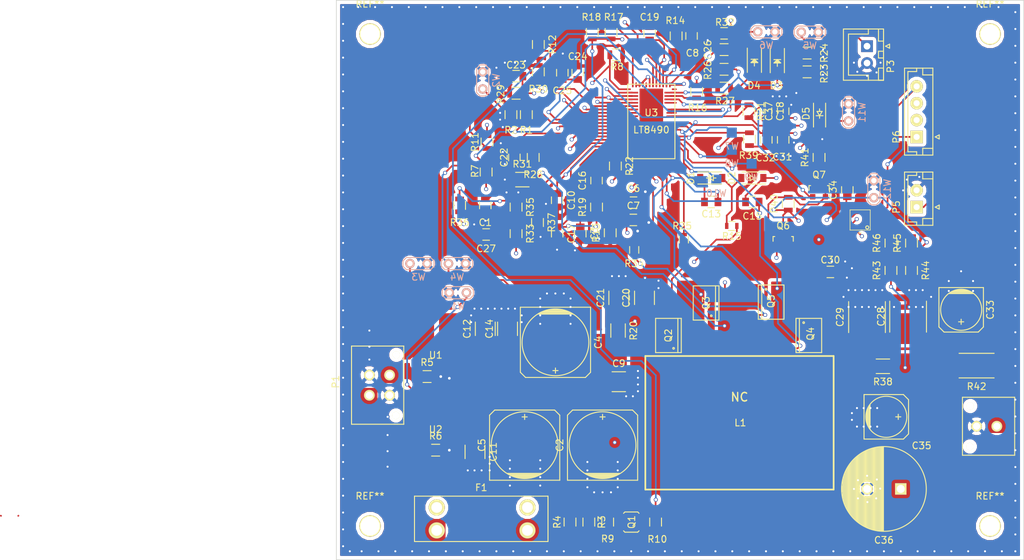
<source format=kicad_pcb>
(kicad_pcb (version 4) (host pcbnew "(2016-05-27 BZR 6836, Git 4441a4b)-product")
  (layers (0 F.Cu signal) (1 Ground.Plane signal hide) (2 In2.Cu signal) (31 B.Cu signal hide) (34 B.Paste user) (35 F.Paste user) (36 B.SilkS user) (37 F.SilkS user hide) (38 B.Mask user) (39 F.Mask user) (44 Edge.Cuts user))
  (net 0 "")
  (net 1 "Net-(C1-Pad1)")
  (net 2 GND)
  (net 3 VIN)
  (net 4 "Net-(C3-Pad1)")
  (net 5 "Net-(C6-Pad1)")
  (net 6 "Net-(C8-Pad1)")
  (net 7 "Net-(C10-Pad1)")
  (net 8 /SW1)
  (net 9 "Net-(C13-Pad2)")
  (net 10 /SW2)
  (net 11 "Net-(C15-Pad2)")
  (net 12 "Net-(C16-Pad1)")
  (net 13 "Net-(C17-Pad1)")
  (net 14 "Net-(C18-Pad1)")
  (net 15 "Net-(C19-Pad1)")
  (net 16 "Net-(C22-Pad1)")
  (net 17 "Net-(C23-Pad1)")
  (net 18 "Net-(C26-Pad1)")
  (net 19 "Net-(C27-Pad1)")
  (net 20 /EXTVCC)
  (net 21 "Net-(C32-Pad1)")
  (net 22 "Net-(C33-Pad1)")
  (net 23 +5V)
  (net 24 "Net-(D1-Pad2)")
  (net 25 "Net-(D3-Pad1)")
  (net 26 "Net-(D3-Pad2)")
  (net 27 "Net-(D4-Pad1)")
  (net 28 "Net-(D4-Pad2)")
  (net 29 "Net-(D5-Pad2)")
  (net 30 "Net-(F1-Pad2)")
  (net 31 "Net-(Q1-Pad3)")
  (net 32 "Net-(Q1-Pad1)")
  (net 33 /TG1)
  (net 34 "Net-(Q3-Pad1)")
  (net 35 /BG1)
  (net 36 /TG2)
  (net 37 /BG2)
  (net 38 "Net-(Q6-Pad1)")
  (net 39 "Net-(Q7-Pad1)")
  (net 40 "Net-(Q7-Pad3)")
  (net 41 "Net-(R1-Pad2)")
  (net 42 "Net-(R5-Pad1)")
  (net 43 "Net-(R6-Pad1)")
  (net 44 "Net-(R11-Pad1)")
  (net 45 "Net-(R13-Pad2)")
  (net 46 "Net-(R16-Pad1)")
  (net 47 "Net-(R17-Pad1)")
  (net 48 "Net-(R22-Pad1)")
  (net 49 "Net-(R33-Pad2)")
  (net 50 "Net-(R34-Pad2)")
  (net 51 "Net-(R35-Pad1)")
  (net 52 "Net-(U3-Pad35)")
  (net 53 "Net-(U3-Pad36)")
  (net 54 "Net-(U3-Pad37)")
  (net 55 "Net-(U3-Pad38)")
  (net 56 /VBATT)
  (net 57 "Net-(R12-Pad2)")
  (net 58 "Net-(R25-Pad2)")
  (net 59 /I2C_CLOCK)
  (net 60 /I2C_DATA)
  (net 61 "Net-(C24-Pad1)")
  (net 62 GNDREF)
  (net 63 "Net-(R43-Pad2)")
  (net 64 "Net-(R45-Pad2)")
  (net 65 "Net-(R21-Pad1)")
  (net 66 /LAB_IN)
  (net 67 /PV_IN)
  (module LTC3:Via_.6mm (layer F.Cu) (at 164.656 72.826)
    (fp_text reference REF** hide)
    (fp_text value Via_.6mm hide)
    (pad 1 thru_hole circle (at 0 0) (size 0.6 0.6) (drill 0.3) (layers *.Cu) (net 2 GND))
  )
  (module LTC3:Via_.6mm (layer F.Cu) (at 164.656 71.751)
    (fp_text reference REF** hide)
    (fp_text value Via_.6mm hide)
    (pad 1 thru_hole circle (at 0 0) (size 0.6 0.6) (drill 0.3) (layers *.Cu) (net 2 GND))
  )
  (module LTC3:Via_.6mm (layer F.Cu) (at 164.681 70.151)
    (fp_text reference REF** hide)
    (fp_text value Via_.6mm hide)
    (pad 1 thru_hole circle (at 0 0) (size 0.6 0.6) (drill 0.3) (layers *.Cu) (net 2 GND))
  )
  (module LTC3:Via_.6mm (layer F.Cu) (at 164.681 69.076)
    (fp_text reference REF** hide)
    (fp_text value Via_.6mm hide)
    (pad 1 thru_hole circle (at 0 0) (size 0.6 0.6) (drill 0.3) (layers *.Cu) (net 2 GND))
  )
  (module LTC3:Via_.6mm (layer F.Cu) (at 186.931 103.426)
    (fp_text reference REF** hide)
    (fp_text value Via_.6mm hide)
    (pad 1 thru_hole circle (at 0 0) (size 0.6 0.6) (drill 0.3) (layers *.Cu) (net 2 GND))
  )
  (module LTC3:Via_.6mm (layer F.Cu) (at 183.331 103.426)
    (fp_text reference REF** hide)
    (fp_text value Via_.6mm hide)
    (pad 1 thru_hole circle (at 0 0) (size 0.6 0.6) (drill 0.3) (layers *.Cu) (net 2 GND))
  )
  (module LTC3:Via_.6mm (layer F.Cu) (at 186.931 104.901)
    (fp_text reference REF** hide)
    (fp_text value Via_.6mm hide)
    (pad 1 thru_hole circle (at 0 0) (size 0.6 0.6) (drill 0.3) (layers *.Cu) (net 2 GND))
  )
  (module LTC3:Via_.6mm (layer F.Cu) (at 185.156 101.976)
    (fp_text reference REF** hide)
    (fp_text value Via_.6mm hide)
    (pad 1 thru_hole circle (at 0 0) (size 0.6 0.6) (drill 0.3) (layers *.Cu) (net 2 GND))
  )
  (module LTC3:Via_.6mm (layer F.Cu) (at 183.331 104.901)
    (fp_text reference REF** hide)
    (fp_text value Via_.6mm hide)
    (pad 1 thru_hole circle (at 0 0) (size 0.6 0.6) (drill 0.3) (layers *.Cu) (net 2 GND))
  )
  (module LTC3:Via_.6mm (layer F.Cu) (at 164.556 82.376)
    (fp_text reference REF** hide)
    (fp_text value Via_.6mm hide)
    (pad 1 thru_hole circle (at 0 0) (size 0.6 0.6) (drill 0.3) (layers *.Cu) (net 2 GND))
  )
  (module LTC3:Via_.6mm (layer F.Cu) (at 147.556 67.676)
    (fp_text reference REF** hide)
    (fp_text value Via_.6mm hide)
    (pad 1 thru_hole circle (at 0 0) (size 0.6 0.6) (drill 0.3) (layers *.Cu) (net 2 GND))
  )
  (module LTC3:Via_.6mm (layer F.Cu) (at 127.956 70.176)
    (fp_text reference REF** hide)
    (fp_text value Via_.6mm hide)
    (pad 1 thru_hole circle (at 0 0) (size 0.6 0.6) (drill 0.3) (layers *.Cu) (net 2 GND))
  )
  (module LTC3:Via_.6mm (layer F.Cu) (at 126.056 69.676)
    (fp_text reference REF** hide)
    (fp_text value Via_.6mm hide)
    (pad 1 thru_hole circle (at 0 0) (size 0.6 0.6) (drill 0.3) (layers *.Cu) (net 2 GND))
  )
  (module LTC3:Via_.6mm (layer F.Cu) (at 123.556 91.976)
    (fp_text reference REF** hide)
    (fp_text value Via_.6mm hide)
    (pad 1 thru_hole circle (at 0 0) (size 0.6 0.6) (drill 0.3) (layers *.Cu) (net 2 GND))
  )
  (module LTC3:Via_.6mm (layer F.Cu) (at 117.456 88.376)
    (fp_text reference REF** hide)
    (fp_text value Via_.6mm hide)
    (pad 1 thru_hole circle (at 0 0) (size 0.6 0.6) (drill 0.3) (layers *.Cu) (net 2 GND))
  )
  (module LTC3:Via_.6mm (layer F.Cu) (at 117.456 86.076)
    (fp_text reference REF** hide)
    (fp_text value Via_.6mm hide)
    (pad 1 thru_hole circle (at 0 0) (size 0.6 0.6) (drill 0.3) (layers *.Cu) (net 2 GND))
  )
  (module LTC3:Via_.6mm (layer F.Cu) (at 114.556 94.476)
    (fp_text reference REF** hide)
    (fp_text value Via_.6mm hide)
    (pad 1 thru_hole circle (at 0 0) (size 0.6 0.6) (drill 0.3) (layers *.Cu) (net 2 GND))
  )
  (module LTC3:Via_.6mm (layer F.Cu) (at 112.906 95.026)
    (fp_text reference REF** hide)
    (fp_text value Via_.6mm hide)
    (pad 1 thru_hole circle (at 0 0) (size 0.6 0.6) (drill 0.3) (layers *.Cu) (net 2 GND))
  )
  (module LTC3:Via_.6mm (layer F.Cu) (at 122.756 96.876)
    (fp_text reference REF** hide)
    (fp_text value Via_.6mm hide)
    (pad 1 thru_hole circle (at 0 0) (size 0.6 0.6) (drill 0.3) (layers *.Cu) (net 2 GND))
  )
  (module LTC3:Via_.6mm (layer F.Cu) (at 125.206 98.776)
    (fp_text reference REF** hide)
    (fp_text value Via_.6mm hide)
    (pad 1 thru_hole circle (at 0 0) (size 0.6 0.6) (drill 0.3) (layers *.Cu) (net 2 GND))
  )
  (module LTC3:Via_.6mm (layer F.Cu) (at 127.856 98.876)
    (fp_text reference REF** hide)
    (fp_text value Via_.6mm hide)
    (pad 1 thru_hole circle (at 0 0) (size 0.6 0.6) (drill 0.3) (layers *.Cu) (net 2 GND))
  )
  (module LTC3:Via_.6mm (layer F.Cu) (at 131.456 97.176)
    (fp_text reference REF** hide)
    (fp_text value Via_.6mm hide)
    (pad 1 thru_hole circle (at 0 0) (size 0.6 0.6) (drill 0.3) (layers *.Cu) (net 2 GND))
  )
  (module LTC3:Via_.6mm (layer F.Cu) (at 138.256 102.976)
    (fp_text reference REF** hide)
    (fp_text value Via_.6mm hide)
    (pad 1 thru_hole circle (at 0 0) (size 0.6 0.6) (drill 0.3) (layers *.Cu) (net 2 GND))
  )
  (module LTC3:Via_.6mm (layer F.Cu) (at 140.256 103.376)
    (fp_text reference REF** hide)
    (fp_text value Via_.6mm hide)
    (pad 1 thru_hole circle (at 0 0) (size 0.6 0.6) (drill 0.3) (layers *.Cu) (net 2 GND))
  )
  (module LTC3:Via_.6mm (layer F.Cu) (at 140.256 104.476)
    (fp_text reference REF** hide)
    (fp_text value Via_.6mm hide)
    (pad 1 thru_hole circle (at 0 0) (size 0.6 0.6) (drill 0.3) (layers *.Cu) (net 2 GND))
  )
  (module LTC3:Via_.6mm (layer F.Cu) (at 133.356 102.701)
    (fp_text reference REF** hide)
    (fp_text value Via_.6mm hide)
    (pad 1 thru_hole circle (at 0 0) (size 0.6 0.6) (drill 0.3) (layers *.Cu) (net 2 GND))
  )
  (module LTC3:Via_.6mm (layer F.Cu) (at 135.381 102.701)
    (fp_text reference REF** hide)
    (fp_text value Via_.6mm hide)
    (pad 1 thru_hole circle (at 0 0) (size 0.6 0.6) (drill 0.3) (layers *.Cu) (net 2 GND))
  )
  (module LTC3:Via_.6mm (layer F.Cu) (at 134.381 102.701)
    (fp_text reference REF** hide)
    (fp_text value Via_.6mm hide)
    (pad 1 thru_hole circle (at 0 0) (size 0.6 0.6) (drill 0.3) (layers *.Cu) (net 2 GND))
  )
  (module LTC3:Via_.6mm (layer F.Cu) (at 97.356 110.776)
    (fp_text reference REF** hide)
    (fp_text value Via_.6mm hide)
    (pad 1 thru_hole circle (at 0 0) (size 0.6 0.6) (drill 0.3) (layers *.Cu) (net 2 GND))
  )
  (module LTC3:Via_.6mm (layer F.Cu) (at 97.356 113.176)
    (fp_text reference REF** hide)
    (fp_text value Via_.6mm hide)
    (pad 1 thru_hole circle (at 0 0) (size 0.6 0.6) (drill 0.3) (layers *.Cu) (net 2 GND))
  )
  (module LTC3:Via_.6mm (layer F.Cu) (at 97.356 115.076)
    (fp_text reference REF** hide)
    (fp_text value Via_.6mm hide)
    (pad 1 thru_hole circle (at 0 0) (size 0.6 0.6) (drill 0.3) (layers *.Cu) (net 2 GND))
  )
  (module LTC3:Via_.6mm (layer F.Cu) (at 100.056 123.576)
    (fp_text reference REF** hide)
    (fp_text value Via_.6mm hide)
    (pad 1 thru_hole circle (at 0 0) (size 0.6 0.6) (drill 0.3) (layers *.Cu) (net 2 GND))
  )
  (module LTC3:Via_.6mm (layer F.Cu) (at 100.056 130.976)
    (fp_text reference REF** hide)
    (fp_text value Via_.6mm hide)
    (pad 1 thru_hole circle (at 0 0) (size 0.6 0.6) (drill 0.3) (layers *.Cu) (net 2 GND))
  )
  (module LTC3:Via_.6mm (layer F.Cu) (at 100.056 128.676)
    (fp_text reference REF** hide)
    (fp_text value Via_.6mm hide)
    (pad 1 thru_hole circle (at 0 0) (size 0.6 0.6) (drill 0.3) (layers *.Cu) (net 2 GND))
  )
  (module LTC3:Via_.6mm (layer F.Cu) (at 100.056 126.276)
    (fp_text reference REF** hide)
    (fp_text value Via_.6mm hide)
    (pad 1 thru_hole circle (at 0 0) (size 0.6 0.6) (drill 0.3) (layers *.Cu) (net 2 GND))
  )
  (module LTC3:Via_.6mm (layer F.Cu) (at 116.856 82.976)
    (fp_text reference REF** hide)
    (fp_text value Via_.6mm hide)
    (pad 1 thru_hole circle (at 0 0) (size 0.6 0.6) (drill 0.3) (layers *.Cu) (net 2 GND))
  )
  (module LTC3:Via_.6mm (layer F.Cu) (at 117.156 84.276)
    (fp_text reference REF** hide)
    (fp_text value Via_.6mm hide)
    (pad 1 thru_hole circle (at 0 0) (size 0.6 0.6) (drill 0.3) (layers *.Cu) (net 2 GND))
  )
  (module LTC3:Via_.6mm (layer F.Cu) (at 122.706 107.276)
    (fp_text reference REF** hide)
    (fp_text value Via_.6mm hide)
    (pad 1 thru_hole circle (at 0 0) (size 0.6 0.6) (drill 0.3) (layers *.Cu) (net 2 GND))
  )
  (module LTC3:Via_.6mm (layer F.Cu) (at 115.206 131.526 180)
    (fp_text reference REF** hide)
    (fp_text value Via_.6mm hide)
    (pad 1 thru_hole circle (at 0 0 180) (size 0.6 0.6) (drill 0.3) (layers *.Cu) (net 2 GND))
  )
  (module LTC3:Via_.6mm (layer F.Cu) (at 111.956 131.526 180)
    (fp_text reference REF** hide)
    (fp_text value Via_.6mm hide)
    (pad 1 thru_hole circle (at 0 0 180) (size 0.6 0.6) (drill 0.3) (layers *.Cu) (net 2 GND))
  )
  (module LTC3:Via_.6mm (layer F.Cu) (at 115.206 129.526 180)
    (fp_text reference REF** hide)
    (fp_text value Via_.6mm hide)
    (pad 1 thru_hole circle (at 0 0 180) (size 0.6 0.6) (drill 0.3) (layers *.Cu) (net 2 GND))
  )
  (module LTC3:Via_.6mm (layer F.Cu) (at 112.956 131.526 180)
    (fp_text reference REF** hide)
    (fp_text value Via_.6mm hide)
    (pad 1 thru_hole circle (at 0 0 180) (size 0.6 0.6) (drill 0.3) (layers *.Cu) (net 2 GND))
  )
  (module LTC3:Via_.6mm (layer F.Cu) (at 114.006 131.526 180)
    (fp_text reference REF** hide)
    (fp_text value Via_.6mm hide)
    (pad 1 thru_hole circle (at 0 0 180) (size 0.6 0.6) (drill 0.3) (layers *.Cu) (net 2 GND))
  )
  (module LTC3:Via_.6mm (layer F.Cu) (at 115.206 130.526 180)
    (fp_text reference REF** hide)
    (fp_text value Via_.6mm hide)
    (pad 1 thru_hole circle (at 0 0 180) (size 0.6 0.6) (drill 0.3) (layers *.Cu) (net 2 GND))
  )
  (module LTC3:Via_.6mm (layer F.Cu) (at 157.206 76.026)
    (fp_text reference REF** hide)
    (fp_text value Via_.6mm hide)
    (pad 1 thru_hole circle (at 0 0) (size 0.6 0.6) (drill 0.3) (layers *.Cu) (net 2 GND))
  )
  (module LTC3:Via_.6mm (layer F.Cu) (at 158.206 76.026)
    (fp_text reference REF** hide)
    (fp_text value Via_.6mm hide)
    (pad 1 thru_hole circle (at 0 0) (size 0.6 0.6) (drill 0.3) (layers *.Cu) (net 2 GND))
  )
  (module LTC3:Via_.6mm (layer F.Cu) (at 159.206 76.026)
    (fp_text reference REF** hide)
    (fp_text value Via_.6mm hide)
    (pad 1 thru_hole circle (at 0 0) (size 0.6 0.6) (drill 0.3) (layers *.Cu) (net 2 GND))
  )
  (module LTC3:Via_.6mm (layer F.Cu) (at 160.706 75.526)
    (fp_text reference REF** hide)
    (fp_text value Via_.6mm hide)
    (pad 1 thru_hole circle (at 0 0) (size 0.6 0.6) (drill 0.3) (layers *.Cu) (net 2 GND))
  )
  (module LTC3:Via_.6mm (layer F.Cu) (at 159.956 77.276)
    (fp_text reference REF** hide)
    (fp_text value Via_.6mm hide)
    (pad 1 thru_hole circle (at 0 0) (size 0.6 0.6) (drill 0.3) (layers *.Cu) (net 2 GND))
  )
  (module LTC3:Via_.6mm (layer F.Cu) (at 160.356 82.876)
    (fp_text reference REF** hide)
    (fp_text value Via_.6mm hide)
    (pad 1 thru_hole circle (at 0 0) (size 0.6 0.6) (drill 0.3) (layers *.Cu) (net 2 GND))
  )
  (module LTC3:Via_.6mm (layer F.Cu) (at 159.856 84.876)
    (fp_text reference REF** hide)
    (fp_text value Via_.6mm hide)
    (pad 1 thru_hole circle (at 0 0) (size 0.6 0.6) (drill 0.3) (layers *.Cu) (net 2 GND))
  )
  (module LTC3:Via_.6mm (layer F.Cu) (at 158.756 84.876)
    (fp_text reference REF** hide)
    (fp_text value Via_.6mm hide)
    (pad 1 thru_hole circle (at 0 0) (size 0.6 0.6) (drill 0.3) (layers *.Cu) (net 2 GND))
  )
  (module LTC3:Via_.6mm (layer F.Cu) (at 157.756 84.876)
    (fp_text reference REF** hide)
    (fp_text value Via_.6mm hide)
    (pad 1 thru_hole circle (at 0 0) (size 0.6 0.6) (drill 0.3) (layers *.Cu) (net 2 GND))
  )
  (module LTC3:Via_.6mm (layer F.Cu) (at 176.556 89.976)
    (fp_text reference REF** hide)
    (fp_text value Via_.6mm hide)
    (pad 1 thru_hole circle (at 0 0) (size 0.6 0.6) (drill 0.3) (layers *.Cu) (net 2 GND))
  )
  (module LTC3:Via_.6mm (layer F.Cu) (at 178.956 87.976)
    (fp_text reference REF** hide)
    (fp_text value Via_.6mm hide)
    (pad 1 thru_hole circle (at 0 0) (size 0.6 0.6) (drill 0.3) (layers *.Cu) (net 2 GND))
  )
  (module LTC3:Via_.6mm (layer F.Cu) (at 177.106 88.376)
    (fp_text reference REF** hide)
    (fp_text value Via_.6mm hide)
    (pad 1 thru_hole circle (at 0 0) (size 0.6 0.6) (drill 0.3) (layers *.Cu) (net 2 GND))
  )
  (module LTC3:Via_.6mm (layer F.Cu) (at 169.756 72.376)
    (fp_text reference REF** hide)
    (fp_text value Via_.6mm hide)
    (pad 1 thru_hole circle (at 0 0) (size 0.6 0.6) (drill 0.3) (layers *.Cu) (net 2 GND))
  )
  (module LTC3:Via_.6mm (layer F.Cu) (at 172.606 72.476)
    (fp_text reference REF** hide)
    (fp_text value Via_.6mm hide)
    (pad 1 thru_hole circle (at 0 0) (size 0.6 0.6) (drill 0.3) (layers *.Cu) (net 2 GND))
  )
  (module LTC3:Via_.6mm (layer F.Cu) (at 171.206 72.976)
    (fp_text reference REF** hide)
    (fp_text value Via_.6mm hide)
    (pad 1 thru_hole circle (at 0 0) (size 0.6 0.6) (drill 0.3) (layers *.Cu) (net 2 GND))
  )
  (module LTC3:Via_.6mm (layer F.Cu) (at 169.256 71.026)
    (fp_text reference REF** hide)
    (fp_text value Via_.6mm hide)
    (pad 1 thru_hole circle (at 0 0) (size 0.6 0.6) (drill 0.3) (layers *.Cu) (net 2 GND))
  )
  (module LTC3:Via_.6mm (layer F.Cu) (at 173.206 71.026)
    (fp_text reference REF** hide)
    (fp_text value Via_.6mm hide)
    (pad 1 thru_hole circle (at 0 0) (size 0.6 0.6) (drill 0.3) (layers *.Cu) (net 2 GND))
  )
  (module LTC3:Via_.6mm (layer F.Cu) (at 168.956 101.526)
    (fp_text reference REF** hide)
    (fp_text value Via_.6mm hide)
    (pad 1 thru_hole circle (at 0 0) (size 0.6 0.6) (drill 0.3) (layers *.Cu) (net 2 GND))
  )
  (module LTC3:Via_.6mm (layer F.Cu) (at 167.956 100.526)
    (fp_text reference REF** hide)
    (fp_text value Via_.6mm hide)
    (pad 1 thru_hole circle (at 0 0) (size 0.6 0.6) (drill 0.3) (layers *.Cu) (net 2 GND))
  )
  (module LTC3:Via_.6mm (layer F.Cu) (at 168.206 102.926)
    (fp_text reference REF** hide)
    (fp_text value Via_.6mm hide)
    (pad 1 thru_hole circle (at 0 0) (size 0.6 0.6) (drill 0.3) (layers *.Cu) (net 2 GND))
  )
  (module LTC3:Via_.6mm (layer F.Cu) (at 165.956 100.526)
    (fp_text reference REF** hide)
    (fp_text value Via_.6mm hide)
    (pad 1 thru_hole circle (at 0 0) (size 0.6 0.6) (drill 0.3) (layers *.Cu) (net 2 GND))
  )
  (module LTC3:Via_.6mm (layer F.Cu) (at 167.706 105.776)
    (fp_text reference REF** hide)
    (fp_text value Via_.6mm hide)
    (pad 1 thru_hole circle (at 0 0) (size 0.6 0.6) (drill 0.3) (layers *.Cu) (net 2 GND))
  )
  (module LTC3:Via_.6mm (layer F.Cu) (at 180.706 105.776)
    (fp_text reference REF** hide)
    (fp_text value Via_.6mm hide)
    (pad 1 thru_hole circle (at 0 0) (size 0.6 0.6) (drill 0.3) (layers *.Cu) (net 2 GND))
  )
  (module LTC3:Via_.6mm (layer F.Cu) (at 179.456 104.776)
    (fp_text reference REF** hide)
    (fp_text value Via_.6mm hide)
    (pad 1 thru_hole circle (at 0 0) (size 0.6 0.6) (drill 0.3) (layers *.Cu) (net 2 GND))
  )
  (module LTC3:Via_.6mm (layer F.Cu) (at 178.456 104.776)
    (fp_text reference REF** hide)
    (fp_text value Via_.6mm hide)
    (pad 1 thru_hole circle (at 0 0) (size 0.6 0.6) (drill 0.3) (layers *.Cu) (net 2 GND))
  )
  (module LTC3:Via_.6mm (layer F.Cu) (at 177.456 104.776)
    (fp_text reference REF** hide)
    (fp_text value Via_.6mm hide)
    (pad 1 thru_hole circle (at 0 0) (size 0.6 0.6) (drill 0.3) (layers *.Cu) (net 2 GND))
  )
  (module LTC3:Via_.6mm (layer F.Cu) (at 173.456 104.776)
    (fp_text reference REF** hide)
    (fp_text value Via_.6mm hide)
    (pad 1 thru_hole circle (at 0 0) (size 0.6 0.6) (drill 0.3) (layers *.Cu) (net 2 GND))
  )
  (module LTC3:Via_.6mm (layer F.Cu) (at 172.456 104.776)
    (fp_text reference REF** hide)
    (fp_text value Via_.6mm hide)
    (pad 1 thru_hole circle (at 0 0) (size 0.6 0.6) (drill 0.3) (layers *.Cu) (net 2 GND))
  )
  (module LTC3:Via_.6mm (layer F.Cu) (at 171.456 104.776)
    (fp_text reference REF** hide)
    (fp_text value Via_.6mm hide)
    (pad 1 thru_hole circle (at 0 0) (size 0.6 0.6) (drill 0.3) (layers *.Cu) (net 2 GND))
  )
  (module LTC3:Via_.6mm (layer F.Cu) (at 170.456 104.776)
    (fp_text reference REF** hide)
    (fp_text value Via_.6mm hide)
    (pad 1 thru_hole circle (at 0 0) (size 0.6 0.6) (drill 0.3) (layers *.Cu) (net 2 GND))
  )
  (module LTC3:Via_.6mm (layer F.Cu) (at 169.456 104.776)
    (fp_text reference REF** hide)
    (fp_text value Via_.6mm hide)
    (pad 1 thru_hole circle (at 0 0) (size 0.6 0.6) (drill 0.3) (layers *.Cu) (net 2 GND))
  )
  (module LTC3:Via_.6mm (layer F.Cu) (at 168.456 104.776)
    (fp_text reference REF** hide)
    (fp_text value Via_.6mm hide)
    (pad 1 thru_hole circle (at 0 0) (size 0.6 0.6) (drill 0.3) (layers *.Cu) (net 2 GND))
  )
  (module LTC3:Via_.6mm (layer F.Cu) (at 168.456 107.276)
    (fp_text reference REF** hide)
    (fp_text value Via_.6mm hide)
    (pad 1 thru_hole circle (at 0 0) (size 0.6 0.6) (drill 0.3) (layers *.Cu) (net 2 GND))
  )
  (module LTC3:Via_.6mm (layer F.Cu) (at 169.456 107.276)
    (fp_text reference REF** hide)
    (fp_text value Via_.6mm hide)
    (pad 1 thru_hole circle (at 0 0) (size 0.6 0.6) (drill 0.3) (layers *.Cu) (net 2 GND))
  )
  (module LTC3:Via_.6mm (layer F.Cu) (at 170.456 107.276)
    (fp_text reference REF** hide)
    (fp_text value Via_.6mm hide)
    (pad 1 thru_hole circle (at 0 0) (size 0.6 0.6) (drill 0.3) (layers *.Cu) (net 2 GND))
  )
  (module LTC3:Via_.6mm (layer F.Cu) (at 171.456 107.276)
    (fp_text reference REF** hide)
    (fp_text value Via_.6mm hide)
    (pad 1 thru_hole circle (at 0 0) (size 0.6 0.6) (drill 0.3) (layers *.Cu) (net 2 GND))
  )
  (module LTC3:Via_.6mm (layer F.Cu) (at 172.456 107.276)
    (fp_text reference REF** hide)
    (fp_text value Via_.6mm hide)
    (pad 1 thru_hole circle (at 0 0) (size 0.6 0.6) (drill 0.3) (layers *.Cu) (net 2 GND))
  )
  (module LTC3:Via_.6mm (layer F.Cu) (at 173.456 107.276)
    (fp_text reference REF** hide)
    (fp_text value Via_.6mm hide)
    (pad 1 thru_hole circle (at 0 0) (size 0.6 0.6) (drill 0.3) (layers *.Cu) (net 2 GND))
  )
  (module LTC3:Via_.6mm (layer F.Cu) (at 175.206 107.276)
    (fp_text reference REF** hide)
    (fp_text value Via_.6mm hide)
    (pad 1 thru_hole circle (at 0 0) (size 0.6 0.6) (drill 0.3) (layers *.Cu) (net 2 GND))
  )
  (module LTC3:Via_.6mm (layer F.Cu) (at 177.456 107.276)
    (fp_text reference REF** hide)
    (fp_text value Via_.6mm hide)
    (pad 1 thru_hole circle (at 0 0) (size 0.6 0.6) (drill 0.3) (layers *.Cu) (net 2 GND))
  )
  (module LTC3:Via_.6mm (layer F.Cu) (at 178.456 107.276)
    (fp_text reference REF** hide)
    (fp_text value Via_.6mm hide)
    (pad 1 thru_hole circle (at 0 0) (size 0.6 0.6) (drill 0.3) (layers *.Cu) (net 2 GND))
  )
  (module LTC3:Via_.6mm (layer F.Cu) (at 179.456 107.276)
    (fp_text reference REF** hide)
    (fp_text value Via_.6mm hide)
    (pad 1 thru_hole circle (at 0 0) (size 0.6 0.6) (drill 0.3) (layers *.Cu) (net 2 GND))
  )
  (module LTC3:Via_.6mm (layer F.Cu) (at 169.856 132.976)
    (fp_text reference REF** hide)
    (fp_text value Via_.6mm hide)
    (pad 1 thru_hole circle (at 0 0) (size 0.6 0.6) (drill 0.3) (layers *.Cu) (net 2 GND))
  )
  (module LTC3:Via_.6mm (layer F.Cu) (at 172.656 132.876)
    (fp_text reference REF** hide)
    (fp_text value Via_.6mm hide)
    (pad 1 thru_hole circle (at 0 0) (size 0.6 0.6) (drill 0.3) (layers *.Cu) (net 2 GND))
  )
  (module LTC3:Via_.6mm (layer F.Cu) (at 172.556 135.676)
    (fp_text reference REF** hide)
    (fp_text value Via_.6mm hide)
    (pad 1 thru_hole circle (at 0 0) (size 0.6 0.6) (drill 0.3) (layers *.Cu) (net 2 GND))
  )
  (module LTC3:Via_.6mm (layer F.Cu) (at 169.856 135.676)
    (fp_text reference REF** hide)
    (fp_text value Via_.6mm hide)
    (pad 1 thru_hole circle (at 0 0) (size 0.6 0.6) (drill 0.3) (layers *.Cu) (net 2 GND))
  )
  (module LTC3:Via_.6mm (layer F.Cu) (at 171.256 136.226)
    (fp_text reference REF** hide)
    (fp_text value Via_.6mm hide)
    (pad 1 thru_hole circle (at 0 0) (size 0.6 0.6) (drill 0.3) (layers *.Cu) (net 2 GND))
  )
  (module LTC3:Via_.6mm (layer F.Cu) (at 171.206 132.326)
    (fp_text reference REF** hide)
    (fp_text value Via_.6mm hide)
    (pad 1 thru_hole circle (at 0 0) (size 0.6 0.6) (drill 0.3) (layers *.Cu) (net 2 GND))
  )
  (module LTC3:Via_.6mm (layer F.Cu) (at 169.256 134.276)
    (fp_text reference REF** hide)
    (fp_text value Via_.6mm hide)
    (pad 1 thru_hole circle (at 0 0) (size 0.6 0.6) (drill 0.3) (layers *.Cu) (net 2 GND))
  )
  (module LTC3:Via_.6mm (layer F.Cu) (at 173.156 134.226)
    (fp_text reference REF** hide)
    (fp_text value Via_.6mm hide)
    (pad 1 thru_hole circle (at 0 0) (size 0.6 0.6) (drill 0.3) (layers *.Cu) (net 2 GND))
  )
  (module LTC3:Via_.6mm (layer F.Cu) (at 172.706 125.026)
    (fp_text reference REF** hide)
    (fp_text value Via_.6mm hide)
    (pad 1 thru_hole circle (at 0 0) (size 0.6 0.6) (drill 0.3) (layers *.Cu) (net 2 GND))
  )
  (module LTC3:Via_.6mm (layer F.Cu) (at 171.706 125.026)
    (fp_text reference REF** hide)
    (fp_text value Via_.6mm hide)
    (pad 1 thru_hole circle (at 0 0) (size 0.6 0.6) (drill 0.3) (layers *.Cu) (net 2 GND))
  )
  (module LTC3:Via_.6mm (layer F.Cu) (at 170.706 125.026)
    (fp_text reference REF** hide)
    (fp_text value Via_.6mm hide)
    (pad 1 thru_hole circle (at 0 0) (size 0.6 0.6) (drill 0.3) (layers *.Cu) (net 2 GND))
  )
  (module LTC3:Via_.6mm (layer F.Cu) (at 169.706 125.026)
    (fp_text reference REF** hide)
    (fp_text value Via_.6mm hide)
    (pad 1 thru_hole circle (at 0 0) (size 0.6 0.6) (drill 0.3) (layers *.Cu) (net 2 GND))
  )
  (module LTC3:Via_.6mm (layer F.Cu) (at 168.956 124.026)
    (fp_text reference REF** hide)
    (fp_text value Via_.6mm hide)
    (pad 1 thru_hole circle (at 0 0) (size 0.6 0.6) (drill 0.3) (layers *.Cu) (net 2 GND))
  )
  (module LTC3:Via_.6mm (layer F.Cu) (at 168.956 123.026)
    (fp_text reference REF** hide)
    (fp_text value Via_.6mm hide)
    (pad 1 thru_hole circle (at 0 0) (size 0.6 0.6) (drill 0.3) (layers *.Cu) (net 2 GND))
  )
  (module LTC3:Via_.6mm (layer F.Cu) (at 169.706 122.276)
    (fp_text reference REF** hide)
    (fp_text value Via_.6mm hide)
    (pad 1 thru_hole circle (at 0 0) (size 0.6 0.6) (drill 0.3) (layers *.Cu) (net 2 GND))
  )
  (module LTC3:Via_.6mm (layer F.Cu) (at 170.706 122.276)
    (fp_text reference REF** hide)
    (fp_text value Via_.6mm hide)
    (pad 1 thru_hole circle (at 0 0) (size 0.6 0.6) (drill 0.3) (layers *.Cu) (net 2 GND))
  )
  (module LTC3:Via_.6mm (layer F.Cu) (at 171.706 122.276)
    (fp_text reference REF** hide)
    (fp_text value Via_.6mm hide)
    (pad 1 thru_hole circle (at 0 0) (size 0.6 0.6) (drill 0.3) (layers *.Cu) (net 2 GND))
  )
  (module LTC3:Via_.6mm (layer F.Cu) (at 172.706 122.276)
    (fp_text reference REF** hide)
    (fp_text value Via_.6mm hide)
    (pad 1 thru_hole circle (at 0 0) (size 0.6 0.6) (drill 0.3) (layers *.Cu) (net 2 GND))
  )
  (module LTC3:Via_.6mm (layer F.Cu) (at 135.456 120.526)
    (fp_text reference REF** hide)
    (fp_text value Via_.6mm hide)
    (pad 1 thru_hole circle (at 0 0) (size 0.6 0.6) (drill 0.3) (layers *.Cu) (net 2 GND))
  )
  (module LTC3:Via_.6mm (layer F.Cu) (at 136.456 120.526)
    (fp_text reference REF** hide)
    (fp_text value Via_.6mm hide)
    (pad 1 thru_hole circle (at 0 0) (size 0.6 0.6) (drill 0.3) (layers *.Cu) (net 2 GND))
  )
  (module LTC3:Via_.6mm (layer F.Cu) (at 137.206 116.776)
    (fp_text reference REF** hide)
    (fp_text value Via_.6mm hide)
    (pad 1 thru_hole circle (at 0 0) (size 0.6 0.6) (drill 0.3) (layers *.Cu) (net 2 GND))
  )
  (module LTC3:Via_.6mm (layer F.Cu) (at 137.206 119.776)
    (fp_text reference REF** hide)
    (fp_text value Via_.6mm hide)
    (pad 1 thru_hole circle (at 0 0) (size 0.6 0.6) (drill 0.3) (layers *.Cu) (net 2 GND))
  )
  (module LTC3:Via_.6mm (layer F.Cu) (at 137.206 118.776)
    (fp_text reference REF** hide)
    (fp_text value Via_.6mm hide)
    (pad 1 thru_hole circle (at 0 0) (size 0.6 0.6) (drill 0.3) (layers *.Cu) (net 2 GND))
  )
  (module LTC3:Via_.6mm (layer F.Cu) (at 137.206 117.776)
    (fp_text reference REF** hide)
    (fp_text value Via_.6mm hide)
    (pad 1 thru_hole circle (at 0 0) (size 0.6 0.6) (drill 0.3) (layers *.Cu) (net 2 GND))
  )
  (module LTC3:Via_.6mm (layer F.Cu) (at 112.456 109.526)
    (fp_text reference REF** hide)
    (fp_text value Via_.6mm hide)
    (pad 1 thru_hole circle (at 0 0) (size 0.6 0.6) (drill 0.3) (layers *.Cu) (net 2 GND))
  )
  (module LTC3:Via_.6mm (layer F.Cu) (at 112.456 108.526)
    (fp_text reference REF** hide)
    (fp_text value Via_.6mm hide)
    (pad 1 thru_hole circle (at 0 0) (size 0.6 0.6) (drill 0.3) (layers *.Cu) (net 2 GND))
  )
  (module LTC3:Via_.6mm (layer F.Cu) (at 112.956 107.526)
    (fp_text reference REF** hide)
    (fp_text value Via_.6mm hide)
    (pad 1 thru_hole circle (at 0 0) (size 0.6 0.6) (drill 0.3) (layers *.Cu) (net 2 GND))
  )
  (module LTC3:Via_.6mm (layer F.Cu) (at 113.956 107.526)
    (fp_text reference REF** hide)
    (fp_text value Via_.6mm hide)
    (pad 1 thru_hole circle (at 0 0) (size 0.6 0.6) (drill 0.3) (layers *.Cu) (net 2 GND))
  )
  (module LTC3:Via_.6mm (layer F.Cu) (at 114.956 107.526)
    (fp_text reference REF** hide)
    (fp_text value Via_.6mm hide)
    (pad 1 thru_hole circle (at 0 0) (size 0.6 0.6) (drill 0.3) (layers *.Cu) (net 2 GND))
  )
  (module LTC3:Via_.6mm (layer F.Cu) (at 115.956 107.526)
    (fp_text reference REF** hide)
    (fp_text value Via_.6mm hide)
    (pad 1 thru_hole circle (at 0 0) (size 0.6 0.6) (drill 0.3) (layers *.Cu) (net 2 GND))
  )
  (module LTC3:Via_.6mm (layer F.Cu) (at 116.956 107.526)
    (fp_text reference REF** hide)
    (fp_text value Via_.6mm hide)
    (pad 1 thru_hole circle (at 0 0) (size 0.6 0.6) (drill 0.3) (layers *.Cu) (net 2 GND))
  )
  (module LTC3:Via_.6mm (layer F.Cu) (at 117.956 107.526)
    (fp_text reference REF** hide)
    (fp_text value Via_.6mm hide)
    (pad 1 thru_hole circle (at 0 0) (size 0.6 0.6) (drill 0.3) (layers *.Cu) (net 2 GND))
  )
  (module LTC3:Via_.6mm (layer F.Cu) (at 118.956 107.526)
    (fp_text reference REF** hide)
    (fp_text value Via_.6mm hide)
    (pad 1 thru_hole circle (at 0 0) (size 0.6 0.6) (drill 0.3) (layers *.Cu) (net 2 GND))
  )
  (module LTC3:Via_.6mm (layer F.Cu) (at 119.956 108.526)
    (fp_text reference REF** hide)
    (fp_text value Via_.6mm hide)
    (pad 1 thru_hole circle (at 0 0) (size 0.6 0.6) (drill 0.3) (layers *.Cu) (net 2 GND))
  )
  (module LTC3:Via_.6mm (layer F.Cu) (at 119.956 109.526)
    (fp_text reference REF** hide)
    (fp_text value Via_.6mm hide)
    (pad 1 thru_hole circle (at 0 0) (size 0.6 0.6) (drill 0.3) (layers *.Cu) (net 2 GND))
  )
  (module LTC3:Via_.6mm (layer F.Cu) (at 134.206 130.276 180)
    (fp_text reference REF** hide)
    (fp_text value Via_.6mm hide)
    (pad 1 thru_hole circle (at 0 0 180) (size 0.6 0.6) (drill 0.3) (layers *.Cu) (net 2 GND))
  )
  (module LTC3:Via_.6mm (layer F.Cu) (at 134.206 131.526 180)
    (fp_text reference REF** hide)
    (fp_text value Via_.6mm hide)
    (pad 1 thru_hole circle (at 0 0 180) (size 0.6 0.6) (drill 0.3) (layers *.Cu) (net 2 GND))
  )
  (module LTC3:Via_.6mm (layer F.Cu) (at 134.206 132.776 180)
    (fp_text reference REF** hide)
    (fp_text value Via_.6mm hide)
    (pad 1 thru_hole circle (at 0 0 180) (size 0.6 0.6) (drill 0.3) (layers *.Cu) (net 2 GND))
  )
  (module LTC3:Via_.6mm (layer F.Cu) (at 134.206 134.026 180)
    (fp_text reference REF** hide)
    (fp_text value Via_.6mm hide)
    (pad 1 thru_hole circle (at 0 0 180) (size 0.6 0.6) (drill 0.3) (layers *.Cu) (net 2 GND))
  )
  (module LTC3:Via_.6mm (layer F.Cu) (at 133.206 134.776 180)
    (fp_text reference REF** hide)
    (fp_text value Via_.6mm hide)
    (pad 1 thru_hole circle (at 0 0 180) (size 0.6 0.6) (drill 0.3) (layers *.Cu) (net 2 GND))
  )
  (module LTC3:Via_.6mm (layer F.Cu) (at 131.956 134.776 180)
    (fp_text reference REF** hide)
    (fp_text value Via_.6mm hide)
    (pad 1 thru_hole circle (at 0 0 180) (size 0.6 0.6) (drill 0.3) (layers *.Cu) (net 2 GND))
  )
  (module LTC3:Via_.6mm (layer F.Cu) (at 130.706 134.776 180)
    (fp_text reference REF** hide)
    (fp_text value Via_.6mm hide)
    (pad 1 thru_hole circle (at 0 0 180) (size 0.6 0.6) (drill 0.3) (layers *.Cu) (net 2 GND))
  )
  (module LTC3:Via_.6mm (layer F.Cu) (at 129.706 134.026 180)
    (fp_text reference REF** hide)
    (fp_text value Via_.6mm hide)
    (pad 1 thru_hole circle (at 0 0 180) (size 0.6 0.6) (drill 0.3) (layers *.Cu) (net 2 GND))
  )
  (module LTC3:Via_.6mm (layer F.Cu) (at 129.706 132.776 180)
    (fp_text reference REF** hide)
    (fp_text value Via_.6mm hide)
    (pad 1 thru_hole circle (at 0 0 180) (size 0.6 0.6) (drill 0.3) (layers *.Cu) (net 2 GND))
  )
  (module LTC3:Via_.6mm (layer F.Cu) (at 129.706 131.526 180)
    (fp_text reference REF** hide)
    (fp_text value Via_.6mm hide)
    (pad 1 thru_hole circle (at 0 0 180) (size 0.6 0.6) (drill 0.3) (layers *.Cu) (net 2 GND))
  )
  (module LTC3:Via_.6mm (layer F.Cu) (at 129.706 130.276 180)
    (fp_text reference REF** hide)
    (fp_text value Via_.6mm hide)
    (pad 1 thru_hole circle (at 0 0 180) (size 0.6 0.6) (drill 0.3) (layers *.Cu) (net 2 GND))
  )
  (module LTC3:Via_.6mm (layer F.Cu) (at 122.706 130.026 180)
    (fp_text reference REF** hide)
    (fp_text value Via_.6mm hide)
    (pad 1 thru_hole circle (at 0 0 180) (size 0.6 0.6) (drill 0.3) (layers *.Cu) (net 2 GND))
  )
  (module LTC3:Via_.6mm (layer F.Cu) (at 122.706 131.276 180)
    (fp_text reference REF** hide)
    (fp_text value Via_.6mm hide)
    (pad 1 thru_hole circle (at 0 0 180) (size 0.6 0.6) (drill 0.3) (layers *.Cu) (net 2 GND))
  )
  (module LTC3:Via_.6mm (layer F.Cu) (at 122.706 132.526 180)
    (fp_text reference REF** hide)
    (fp_text value Via_.6mm hide)
    (pad 1 thru_hole circle (at 0 0 180) (size 0.6 0.6) (drill 0.3) (layers *.Cu) (net 2 GND))
  )
  (module LTC3:Via_.6mm (layer F.Cu) (at 122.706 133.776 180)
    (fp_text reference REF** hide)
    (fp_text value Via_.6mm hide)
    (pad 1 thru_hole circle (at 0 0 180) (size 0.6 0.6) (drill 0.3) (layers *.Cu) (net 2 GND))
  )
  (module LTC3:Via_.6mm (layer F.Cu) (at 118.206 133.776 180)
    (fp_text reference REF** hide)
    (fp_text value Via_.6mm hide)
    (pad 1 thru_hole circle (at 0 0 180) (size 0.6 0.6) (drill 0.3) (layers *.Cu) (net 2 GND))
  )
  (module LTC3:Via_.6mm (layer F.Cu) (at 118.206 132.526 180)
    (fp_text reference REF** hide)
    (fp_text value Via_.6mm hide)
    (pad 1 thru_hole circle (at 0 0 180) (size 0.6 0.6) (drill 0.3) (layers *.Cu) (net 2 GND))
  )
  (module LTC3:Via_.6mm (layer F.Cu) (at 118.206 131.276 180)
    (fp_text reference REF** hide)
    (fp_text value Via_.6mm hide)
    (pad 1 thru_hole circle (at 0 0 180) (size 0.6 0.6) (drill 0.3) (layers *.Cu) (net 2 GND))
  )
  (module LTC3:Via_.6mm (layer F.Cu) (at 118.206 130.026 180)
    (fp_text reference REF** hide)
    (fp_text value Via_.6mm hide)
    (pad 1 thru_hole circle (at 0 0 180) (size 0.6 0.6) (drill 0.3) (layers *.Cu) (net 2 GND))
  )
  (module LTC3:Via_.6mm (layer F.Cu) (at 122.706 109.776)
    (fp_text reference REF** hide)
    (fp_text value Via_.6mm hide)
    (pad 1 thru_hole circle (at 0 0) (size 0.6 0.6) (drill 0.3) (layers *.Cu) (net 2 GND))
  )
  (module LTC3:Via_.6mm (layer F.Cu) (at 122.706 108.526)
    (fp_text reference REF** hide)
    (fp_text value Via_.6mm hide)
    (pad 1 thru_hole circle (at 0 0) (size 0.6 0.6) (drill 0.3) (layers *.Cu) (net 2 GND))
  )
  (module LTC3:Via_.6mm (layer F.Cu) (at 122.706 106.026)
    (fp_text reference REF** hide)
    (fp_text value Via_.6mm hide)
    (pad 1 thru_hole circle (at 0 0) (size 0.6 0.6) (drill 0.3) (layers *.Cu) (net 2 GND))
  )
  (module LTC3:Via_.6mm (layer F.Cu) (at 123.706 105.276)
    (fp_text reference REF** hide)
    (fp_text value Via_.6mm hide)
    (pad 1 thru_hole circle (at 0 0) (size 0.6 0.6) (drill 0.3) (layers *.Cu) (net 2 GND))
  )
  (module LTC3:Via_.6mm (layer F.Cu) (at 124.956 105.276)
    (fp_text reference REF** hide)
    (fp_text value Via_.6mm hide)
    (pad 1 thru_hole circle (at 0 0) (size 0.6 0.6) (drill 0.3) (layers *.Cu) (net 2 GND))
  )
  (module LTC3:Via_.6mm (layer F.Cu) (at 126.206 105.276)
    (fp_text reference REF** hide)
    (fp_text value Via_.6mm hide)
    (pad 1 thru_hole circle (at 0 0) (size 0.6 0.6) (drill 0.3) (layers *.Cu) (net 2 GND))
  )
  (module LTC3:Via_.6mm (layer F.Cu) (at 127.206 106.026)
    (fp_text reference REF** hide)
    (fp_text value Via_.6mm hide)
    (pad 1 thru_hole circle (at 0 0) (size 0.6 0.6) (drill 0.3) (layers *.Cu) (net 2 GND))
  )
  (module LTC3:Via_.6mm (layer F.Cu) (at 127.206 107.276)
    (fp_text reference REF** hide)
    (fp_text value Via_.6mm hide)
    (pad 1 thru_hole circle (at 0 0) (size 0.6 0.6) (drill 0.3) (layers *.Cu) (net 2 GND))
  )
  (module LTC3:Via_.6mm (layer F.Cu) (at 127.206 108.526)
    (fp_text reference REF** hide)
    (fp_text value Via_.6mm hide)
    (pad 1 thru_hole circle (at 0 0) (size 0.6 0.6) (drill 0.3) (layers *.Cu) (net 2 GND))
  )
  (module LTC3:Via_.6mm (layer F.Cu) (at 127.206 109.776)
    (fp_text reference REF** hide)
    (fp_text value Via_.6mm hide)
    (pad 1 thru_hole circle (at 0 0) (size 0.6 0.6) (drill 0.3) (layers *.Cu) (net 2 GND))
  )
  (module LTC3:Via_.6mm (layer F.Cu) (at 119.456 90.276)
    (fp_text reference REF** hide)
    (fp_text value Via_.6mm hide)
    (pad 1 thru_hole circle (at 0 0) (size 0.6 0.6) (drill 0.3) (layers *.Cu) (net 2 GND))
  )
  (module LTC3:Via_.6mm (layer F.Cu) (at 117.706 90.276)
    (fp_text reference REF** hide)
    (fp_text value Via_.6mm hide)
    (pad 1 thru_hole circle (at 0 0) (size 0.6 0.6) (drill 0.3) (layers *.Cu) (net 2 GND))
  )
  (module LTC3:Via_.6mm (layer F.Cu) (at 117.156 80.576)
    (fp_text reference REF** hide)
    (fp_text value Via_.6mm hide)
    (pad 1 thru_hole circle (at 0 0) (size 0.6 0.6) (drill 0.3) (layers *.Cu) (net 2 GND))
  )
  (module LTC3:Via_.6mm (layer F.Cu) (at 116.756 78.476)
    (fp_text reference REF** hide)
    (fp_text value Via_.6mm hide)
    (pad 1 thru_hole circle (at 0 0) (size 0.6 0.6) (drill 0.3) (layers *.Cu) (net 2 GND))
  )
  (module LTC3:Via_.6mm (layer F.Cu) (at 116.756 79.476)
    (fp_text reference REF** hide)
    (fp_text value Via_.6mm hide)
    (pad 1 thru_hole circle (at 0 0) (size 0.6 0.6) (drill 0.3) (layers *.Cu) (net 2 GND))
  )
  (module LTC3:Via_.6mm (layer F.Cu) (at 116.456 74.776)
    (fp_text reference REF** hide)
    (fp_text value Via_.6mm hide)
    (pad 1 thru_hole circle (at 0 0) (size 0.6 0.6) (drill 0.3) (layers *.Cu) (net 2 GND))
  )
  (module LTC3:Via_.6mm (layer F.Cu) (at 116.206 73.276)
    (fp_text reference REF** hide)
    (fp_text value Via_.6mm hide)
    (pad 1 thru_hole circle (at 0 0) (size 0.6 0.6) (drill 0.3) (layers *.Cu) (net 2 GND))
  )
  (module LTC3:Via_.6mm (layer F.Cu) (at 116.206 71.776)
    (fp_text reference REF** hide)
    (fp_text value Via_.6mm hide)
    (pad 1 thru_hole circle (at 0 0) (size 0.6 0.6) (drill 0.3) (layers *.Cu) (net 2 GND))
  )
  (module LTC3:Via_.6mm (layer F.Cu) (at 117.456 71.026)
    (fp_text reference REF** hide)
    (fp_text value Via_.6mm hide)
    (pad 1 thru_hole circle (at 0 0) (size 0.6 0.6) (drill 0.3) (layers *.Cu) (net 2 GND))
  )
  (module LTC3:Via_.6mm (layer F.Cu) (at 118.956 71.026)
    (fp_text reference REF** hide)
    (fp_text value Via_.6mm hide)
    (pad 1 thru_hole circle (at 0 0) (size 0.6 0.6) (drill 0.3) (layers *.Cu) (net 2 GND))
  )
  (module LTC3:Via_.6mm (layer F.Cu) (at 120.456 70.776)
    (fp_text reference REF** hide)
    (fp_text value Via_.6mm hide)
    (pad 1 thru_hole circle (at 0 0) (size 0.6 0.6) (drill 0.3) (layers *.Cu) (net 2 GND))
  )
  (module LTC3:Via_.6mm (layer F.Cu) (at 94.456 143.526)
    (fp_text reference REF** hide)
    (fp_text value Via_.6mm hide)
    (pad 1 thru_hole circle (at 0 0) (size 0.6 0.6) (drill 0.3) (layers *.Cu) (net 2 GND))
  )
  (module LTC3:Via_.6mm (layer F.Cu) (at 96.206 143.526)
    (fp_text reference REF** hide)
    (fp_text value Via_.6mm hide)
    (pad 1 thru_hole circle (at 0 0) (size 0.6 0.6) (drill 0.3) (layers *.Cu) (net 2 GND))
  )
  (module LTC3:Via_.6mm (layer F.Cu) (at 98.706 143.526)
    (fp_text reference REF** hide)
    (fp_text value Via_.6mm hide)
    (pad 1 thru_hole circle (at 0 0) (size 0.6 0.6) (drill 0.3) (layers *.Cu) (net 2 GND))
  )
  (module LTC3:Via_.6mm (layer F.Cu) (at 101.206 143.526)
    (fp_text reference REF** hide)
    (fp_text value Via_.6mm hide)
    (pad 1 thru_hole circle (at 0 0) (size 0.6 0.6) (drill 0.3) (layers *.Cu) (net 2 GND))
  )
  (module LTC3:Via_.6mm (layer F.Cu) (at 103.706 143.526)
    (fp_text reference REF** hide)
    (fp_text value Via_.6mm hide)
    (pad 1 thru_hole circle (at 0 0) (size 0.6 0.6) (drill 0.3) (layers *.Cu) (net 2 GND))
  )
  (module LTC3:Via_.6mm (layer F.Cu) (at 106.206 143.526)
    (fp_text reference REF** hide)
    (fp_text value Via_.6mm hide)
    (pad 1 thru_hole circle (at 0 0) (size 0.6 0.6) (drill 0.3) (layers *.Cu) (net 2 GND))
  )
  (module LTC3:Via_.6mm (layer F.Cu) (at 108.706 143.526)
    (fp_text reference REF** hide)
    (fp_text value Via_.6mm hide)
    (pad 1 thru_hole circle (at 0 0) (size 0.6 0.6) (drill 0.3) (layers *.Cu) (net 2 GND))
  )
  (module LTC3:Via_.6mm (layer F.Cu) (at 111.206 143.526)
    (fp_text reference REF** hide)
    (fp_text value Via_.6mm hide)
    (pad 1 thru_hole circle (at 0 0) (size 0.6 0.6) (drill 0.3) (layers *.Cu) (net 2 GND))
  )
  (module LTC3:Via_.6mm (layer F.Cu) (at 113.706 143.526)
    (fp_text reference REF** hide)
    (fp_text value Via_.6mm hide)
    (pad 1 thru_hole circle (at 0 0) (size 0.6 0.6) (drill 0.3) (layers *.Cu) (net 2 GND))
  )
  (module LTC3:Via_.6mm (layer F.Cu) (at 116.206 143.526)
    (fp_text reference REF** hide)
    (fp_text value Via_.6mm hide)
    (pad 1 thru_hole circle (at 0 0) (size 0.6 0.6) (drill 0.3) (layers *.Cu) (net 2 GND))
  )
  (module LTC3:Via_.6mm (layer F.Cu) (at 118.706 143.526)
    (fp_text reference REF** hide)
    (fp_text value Via_.6mm hide)
    (pad 1 thru_hole circle (at 0 0) (size 0.6 0.6) (drill 0.3) (layers *.Cu) (net 2 GND))
  )
  (module LTC3:Via_.6mm (layer F.Cu) (at 121.206 143.526)
    (fp_text reference REF** hide)
    (fp_text value Via_.6mm hide)
    (pad 1 thru_hole circle (at 0 0) (size 0.6 0.6) (drill 0.3) (layers *.Cu) (net 2 GND))
  )
  (module LTC3:Via_.6mm (layer F.Cu) (at 123.706 143.526)
    (fp_text reference REF** hide)
    (fp_text value Via_.6mm hide)
    (pad 1 thru_hole circle (at 0 0) (size 0.6 0.6) (drill 0.3) (layers *.Cu) (net 2 GND))
  )
  (module LTC3:Via_.6mm (layer F.Cu) (at 126.206 143.526)
    (fp_text reference REF** hide)
    (fp_text value Via_.6mm hide)
    (pad 1 thru_hole circle (at 0 0) (size 0.6 0.6) (drill 0.3) (layers *.Cu) (net 2 GND))
  )
  (module LTC3:Via_.6mm (layer F.Cu) (at 128.706 143.526)
    (fp_text reference REF** hide)
    (fp_text value Via_.6mm hide)
    (pad 1 thru_hole circle (at 0 0) (size 0.6 0.6) (drill 0.3) (layers *.Cu) (net 2 GND))
  )
  (module LTC3:Via_.6mm (layer F.Cu) (at 131.206 143.526)
    (fp_text reference REF** hide)
    (fp_text value Via_.6mm hide)
    (pad 1 thru_hole circle (at 0 0) (size 0.6 0.6) (drill 0.3) (layers *.Cu) (net 2 GND))
  )
  (module LTC3:Via_.6mm (layer F.Cu) (at 133.706 143.526)
    (fp_text reference REF** hide)
    (fp_text value Via_.6mm hide)
    (pad 1 thru_hole circle (at 0 0) (size 0.6 0.6) (drill 0.3) (layers *.Cu) (net 2 GND))
  )
  (module LTC3:Via_.6mm (layer F.Cu) (at 136.206 143.526)
    (fp_text reference REF** hide)
    (fp_text value Via_.6mm hide)
    (pad 1 thru_hole circle (at 0 0) (size 0.6 0.6) (drill 0.3) (layers *.Cu) (net 2 GND))
  )
  (module LTC3:Via_.6mm (layer F.Cu) (at 138.706 143.526)
    (fp_text reference REF** hide)
    (fp_text value Via_.6mm hide)
    (pad 1 thru_hole circle (at 0 0) (size 0.6 0.6) (drill 0.3) (layers *.Cu) (net 2 GND))
  )
  (module LTC3:Via_.6mm (layer F.Cu) (at 141.206 143.526)
    (fp_text reference REF** hide)
    (fp_text value Via_.6mm hide)
    (pad 1 thru_hole circle (at 0 0) (size 0.6 0.6) (drill 0.3) (layers *.Cu) (net 2 GND))
  )
  (module LTC3:Via_.6mm (layer F.Cu) (at 143.706 143.526)
    (fp_text reference REF** hide)
    (fp_text value Via_.6mm hide)
    (pad 1 thru_hole circle (at 0 0) (size 0.6 0.6) (drill 0.3) (layers *.Cu) (net 2 GND))
  )
  (module LTC3:Via_.6mm (layer F.Cu) (at 146.206 143.526)
    (fp_text reference REF** hide)
    (fp_text value Via_.6mm hide)
    (pad 1 thru_hole circle (at 0 0) (size 0.6 0.6) (drill 0.3) (layers *.Cu) (net 2 GND))
  )
  (module LTC3:Via_.6mm (layer F.Cu) (at 93.456 142.776)
    (fp_text reference REF** hide)
    (fp_text value Via_.6mm hide)
    (pad 1 thru_hole circle (at 0 0) (size 0.6 0.6) (drill 0.3) (layers *.Cu) (net 2 GND))
  )
  (module LTC3:Via_.6mm (layer F.Cu) (at 93.456 140.276)
    (fp_text reference REF** hide)
    (fp_text value Via_.6mm hide)
    (pad 1 thru_hole circle (at 0 0) (size 0.6 0.6) (drill 0.3) (layers *.Cu) (net 2 GND))
  )
  (module LTC3:Via_.6mm (layer F.Cu) (at 93.456 137.776)
    (fp_text reference REF** hide)
    (fp_text value Via_.6mm hide)
    (pad 1 thru_hole circle (at 0 0) (size 0.6 0.6) (drill 0.3) (layers *.Cu) (net 2 GND))
  )
  (module LTC3:Via_.6mm (layer F.Cu) (at 93.456 135.276)
    (fp_text reference REF** hide)
    (fp_text value Via_.6mm hide)
    (pad 1 thru_hole circle (at 0 0) (size 0.6 0.6) (drill 0.3) (layers *.Cu) (net 2 GND))
  )
  (module LTC3:Via_.6mm (layer F.Cu) (at 93.456 132.776)
    (fp_text reference REF** hide)
    (fp_text value Via_.6mm hide)
    (pad 1 thru_hole circle (at 0 0) (size 0.6 0.6) (drill 0.3) (layers *.Cu) (net 2 GND))
  )
  (module LTC3:Via_.6mm (layer F.Cu) (at 93.456 130.276)
    (fp_text reference REF** hide)
    (fp_text value Via_.6mm hide)
    (pad 1 thru_hole circle (at 0 0) (size 0.6 0.6) (drill 0.3) (layers *.Cu) (net 2 GND))
  )
  (module LTC3:Via_.6mm (layer F.Cu) (at 93.456 127.776)
    (fp_text reference REF** hide)
    (fp_text value Via_.6mm hide)
    (pad 1 thru_hole circle (at 0 0) (size 0.6 0.6) (drill 0.3) (layers *.Cu) (net 2 GND))
  )
  (module LTC3:Via_.6mm (layer F.Cu) (at 93.456 125.276)
    (fp_text reference REF** hide)
    (fp_text value Via_.6mm hide)
    (pad 1 thru_hole circle (at 0 0) (size 0.6 0.6) (drill 0.3) (layers *.Cu) (net 2 GND))
  )
  (module LTC3:Via_.6mm (layer F.Cu) (at 93.456 122.776)
    (fp_text reference REF** hide)
    (fp_text value Via_.6mm hide)
    (pad 1 thru_hole circle (at 0 0) (size 0.6 0.6) (drill 0.3) (layers *.Cu) (net 2 GND))
  )
  (module LTC3:Via_.6mm (layer F.Cu) (at 93.456 120.276)
    (fp_text reference REF** hide)
    (fp_text value Via_.6mm hide)
    (pad 1 thru_hole circle (at 0 0) (size 0.6 0.6) (drill 0.3) (layers *.Cu) (net 2 GND))
  )
  (module LTC3:Via_.6mm (layer F.Cu) (at 93.456 117.776)
    (fp_text reference REF** hide)
    (fp_text value Via_.6mm hide)
    (pad 1 thru_hole circle (at 0 0) (size 0.6 0.6) (drill 0.3) (layers *.Cu) (net 2 GND))
  )
  (module LTC3:Via_.6mm (layer F.Cu) (at 93.456 115.276)
    (fp_text reference REF** hide)
    (fp_text value Via_.6mm hide)
    (pad 1 thru_hole circle (at 0 0) (size 0.6 0.6) (drill 0.3) (layers *.Cu) (net 2 GND))
  )
  (module LTC3:Via_.6mm (layer F.Cu) (at 93.456 112.776)
    (fp_text reference REF** hide)
    (fp_text value Via_.6mm hide)
    (pad 1 thru_hole circle (at 0 0) (size 0.6 0.6) (drill 0.3) (layers *.Cu) (net 2 GND))
  )
  (module LTC3:Via_.6mm (layer F.Cu) (at 93.456 110.276)
    (fp_text reference REF** hide)
    (fp_text value Via_.6mm hide)
    (pad 1 thru_hole circle (at 0 0) (size 0.6 0.6) (drill 0.3) (layers *.Cu) (net 2 GND))
  )
  (module LTC3:Via_.6mm (layer F.Cu) (at 93.456 107.776)
    (fp_text reference REF** hide)
    (fp_text value Via_.6mm hide)
    (pad 1 thru_hole circle (at 0 0) (size 0.6 0.6) (drill 0.3) (layers *.Cu) (net 2 GND))
  )
  (module LTC3:Via_.6mm (layer F.Cu) (at 93.456 105.276)
    (fp_text reference REF** hide)
    (fp_text value Via_.6mm hide)
    (pad 1 thru_hole circle (at 0 0) (size 0.6 0.6) (drill 0.3) (layers *.Cu) (net 2 GND))
  )
  (module LTC3:Via_.6mm (layer F.Cu) (at 93.456 102.776)
    (fp_text reference REF** hide)
    (fp_text value Via_.6mm hide)
    (pad 1 thru_hole circle (at 0 0) (size 0.6 0.6) (drill 0.3) (layers *.Cu) (net 2 GND))
  )
  (module LTC3:Via_.6mm (layer F.Cu) (at 93.456 100.276)
    (fp_text reference REF** hide)
    (fp_text value Via_.6mm hide)
    (pad 1 thru_hole circle (at 0 0) (size 0.6 0.6) (drill 0.3) (layers *.Cu) (net 2 GND))
  )
  (module LTC3:Via_.6mm (layer F.Cu) (at 93.456 97.776)
    (fp_text reference REF** hide)
    (fp_text value Via_.6mm hide)
    (pad 1 thru_hole circle (at 0 0) (size 0.6 0.6) (drill 0.3) (layers *.Cu) (net 2 GND))
  )
  (module LTC3:Via_.6mm (layer F.Cu) (at 93.456 95.276)
    (fp_text reference REF** hide)
    (fp_text value Via_.6mm hide)
    (pad 1 thru_hole circle (at 0 0) (size 0.6 0.6) (drill 0.3) (layers *.Cu) (net 2 GND))
  )
  (module LTC3:Via_.6mm (layer F.Cu) (at 93.456 92.776)
    (fp_text reference REF** hide)
    (fp_text value Via_.6mm hide)
    (pad 1 thru_hole circle (at 0 0) (size 0.6 0.6) (drill 0.3) (layers *.Cu) (net 2 GND))
  )
  (module LTC3:Via_.6mm (layer F.Cu) (at 93.456 90.276)
    (fp_text reference REF** hide)
    (fp_text value Via_.6mm hide)
    (pad 1 thru_hole circle (at 0 0) (size 0.6 0.6) (drill 0.3) (layers *.Cu) (net 2 GND))
  )
  (module LTC3:Via_.6mm (layer F.Cu) (at 93.456 87.776)
    (fp_text reference REF** hide)
    (fp_text value Via_.6mm hide)
    (pad 1 thru_hole circle (at 0 0) (size 0.6 0.6) (drill 0.3) (layers *.Cu) (net 2 GND))
  )
  (module LTC3:Via_.6mm (layer F.Cu) (at 93.456 85.276)
    (fp_text reference REF** hide)
    (fp_text value Via_.6mm hide)
    (pad 1 thru_hole circle (at 0 0) (size 0.6 0.6) (drill 0.3) (layers *.Cu) (net 2 GND))
  )
  (module LTC3:Via_.6mm (layer F.Cu) (at 93.456 82.776)
    (fp_text reference REF** hide)
    (fp_text value Via_.6mm hide)
    (pad 1 thru_hole circle (at 0 0) (size 0.6 0.6) (drill 0.3) (layers *.Cu) (net 2 GND))
  )
  (module LTC3:Via_.6mm (layer F.Cu) (at 93.456 80.276)
    (fp_text reference REF** hide)
    (fp_text value Via_.6mm hide)
    (pad 1 thru_hole circle (at 0 0) (size 0.6 0.6) (drill 0.3) (layers *.Cu) (net 2 GND))
  )
  (module LTC3:Via_.6mm (layer F.Cu) (at 93.456 77.776)
    (fp_text reference REF** hide)
    (fp_text value Via_.6mm hide)
    (pad 1 thru_hole circle (at 0 0) (size 0.6 0.6) (drill 0.3) (layers *.Cu) (net 2 GND))
  )
  (module LTC3:Via_.6mm (layer F.Cu) (at 93.456 75.276)
    (fp_text reference REF** hide)
    (fp_text value Via_.6mm hide)
    (pad 1 thru_hole circle (at 0 0) (size 0.6 0.6) (drill 0.3) (layers *.Cu) (net 2 GND))
  )
  (module LTC3:Via_.6mm (layer F.Cu) (at 93.456 72.776)
    (fp_text reference REF** hide)
    (fp_text value Via_.6mm hide)
    (pad 1 thru_hole circle (at 0 0) (size 0.6 0.6) (drill 0.3) (layers *.Cu) (net 2 GND))
  )
  (module LTC3:Via_.6mm (layer F.Cu) (at 93.456 70.276)
    (fp_text reference REF** hide)
    (fp_text value Via_.6mm hide)
    (pad 1 thru_hole circle (at 0 0) (size 0.6 0.6) (drill 0.3) (layers *.Cu) (net 2 GND))
  )
  (module LTC3:Via_.6mm (layer F.Cu) (at 93.456 67.776)
    (fp_text reference REF** hide)
    (fp_text value Via_.6mm hide)
    (pad 1 thru_hole circle (at 0 0) (size 0.6 0.6) (drill 0.3) (layers *.Cu) (net 2 GND))
  )
  (module LTC3:Via_.6mm (layer F.Cu) (at 93.456 65.276)
    (fp_text reference REF** hide)
    (fp_text value Via_.6mm hide)
    (pad 1 thru_hole circle (at 0 0) (size 0.6 0.6) (drill 0.3) (layers *.Cu) (net 2 GND))
  )
  (module LTC3:Via_.6mm (layer F.Cu) (at 93.456 62.776)
    (fp_text reference REF** hide)
    (fp_text value Via_.6mm hide)
    (pad 1 thru_hole circle (at 0 0) (size 0.6 0.6) (drill 0.3) (layers *.Cu) (net 2 GND))
  )
  (module LTC3:Via_.6mm (layer F.Cu) (at 95.706 62.776)
    (fp_text reference REF** hide)
    (fp_text value Via_.6mm hide)
    (pad 1 thru_hole circle (at 0 0) (size 0.6 0.6) (drill 0.3) (layers *.Cu) (net 2 GND))
  )
  (module LTC3:Via_.6mm (layer F.Cu) (at 98.206 62.776)
    (fp_text reference REF** hide)
    (fp_text value Via_.6mm hide)
    (pad 1 thru_hole circle (at 0 0) (size 0.6 0.6) (drill 0.3) (layers *.Cu) (net 2 GND))
  )
  (module LTC3:Via_.6mm (layer F.Cu) (at 100.706 62.776)
    (fp_text reference REF** hide)
    (fp_text value Via_.6mm hide)
    (pad 1 thru_hole circle (at 0 0) (size 0.6 0.6) (drill 0.3) (layers *.Cu) (net 2 GND))
  )
  (module LTC3:Via_.6mm (layer F.Cu) (at 103.206 62.776)
    (fp_text reference REF** hide)
    (fp_text value Via_.6mm hide)
    (pad 1 thru_hole circle (at 0 0) (size 0.6 0.6) (drill 0.3) (layers *.Cu) (net 2 GND))
  )
  (module LTC3:Via_.6mm (layer F.Cu) (at 105.706 62.776)
    (fp_text reference REF** hide)
    (fp_text value Via_.6mm hide)
    (pad 1 thru_hole circle (at 0 0) (size 0.6 0.6) (drill 0.3) (layers *.Cu) (net 2 GND))
  )
  (module LTC3:Via_.6mm (layer F.Cu) (at 108.206 62.776)
    (fp_text reference REF** hide)
    (fp_text value Via_.6mm hide)
    (pad 1 thru_hole circle (at 0 0) (size 0.6 0.6) (drill 0.3) (layers *.Cu) (net 2 GND))
  )
  (module LTC3:Via_.6mm (layer F.Cu) (at 110.706 62.776)
    (fp_text reference REF** hide)
    (fp_text value Via_.6mm hide)
    (pad 1 thru_hole circle (at 0 0) (size 0.6 0.6) (drill 0.3) (layers *.Cu) (net 2 GND))
  )
  (module LTC3:Via_.6mm (layer F.Cu) (at 113.206 62.776)
    (fp_text reference REF** hide)
    (fp_text value Via_.6mm hide)
    (pad 1 thru_hole circle (at 0 0) (size 0.6 0.6) (drill 0.3) (layers *.Cu) (net 2 GND))
  )
  (module LTC3:Via_.6mm (layer F.Cu) (at 115.706 62.776)
    (fp_text reference REF** hide)
    (fp_text value Via_.6mm hide)
    (pad 1 thru_hole circle (at 0 0) (size 0.6 0.6) (drill 0.3) (layers *.Cu) (net 2 GND))
  )
  (module LTC3:Via_.6mm (layer F.Cu) (at 118.206 62.776)
    (fp_text reference REF** hide)
    (fp_text value Via_.6mm hide)
    (pad 1 thru_hole circle (at 0 0) (size 0.6 0.6) (drill 0.3) (layers *.Cu) (net 2 GND))
  )
  (module LTC3:Via_.6mm (layer F.Cu) (at 120.706 62.776)
    (fp_text reference REF** hide)
    (fp_text value Via_.6mm hide)
    (pad 1 thru_hole circle (at 0 0) (size 0.6 0.6) (drill 0.3) (layers *.Cu) (net 2 GND))
  )
  (module LTC3:Via_.6mm (layer F.Cu) (at 123.206 62.776)
    (fp_text reference REF** hide)
    (fp_text value Via_.6mm hide)
    (pad 1 thru_hole circle (at 0 0) (size 0.6 0.6) (drill 0.3) (layers *.Cu) (net 2 GND))
  )
  (module LTC3:Via_.6mm (layer F.Cu) (at 125.706 62.776)
    (fp_text reference REF** hide)
    (fp_text value Via_.6mm hide)
    (pad 1 thru_hole circle (at 0 0) (size 0.6 0.6) (drill 0.3) (layers *.Cu) (net 2 GND))
  )
  (module LTC3:Via_.6mm (layer F.Cu) (at 128.206 62.776)
    (fp_text reference REF** hide)
    (fp_text value Via_.6mm hide)
    (pad 1 thru_hole circle (at 0 0) (size 0.6 0.6) (drill 0.3) (layers *.Cu) (net 2 GND))
  )
  (module LTC3:Via_.6mm (layer F.Cu) (at 130.706 62.776)
    (fp_text reference REF** hide)
    (fp_text value Via_.6mm hide)
    (pad 1 thru_hole circle (at 0 0) (size 0.6 0.6) (drill 0.3) (layers *.Cu) (net 2 GND))
  )
  (module LTC3:Via_.6mm (layer F.Cu) (at 133.206 62.776)
    (fp_text reference REF** hide)
    (fp_text value Via_.6mm hide)
    (pad 1 thru_hole circle (at 0 0) (size 0.6 0.6) (drill 0.3) (layers *.Cu) (net 2 GND))
  )
  (module LTC3:Via_.6mm (layer F.Cu) (at 135.706 62.776)
    (fp_text reference REF** hide)
    (fp_text value Via_.6mm hide)
    (pad 1 thru_hole circle (at 0 0) (size 0.6 0.6) (drill 0.3) (layers *.Cu) (net 2 GND))
  )
  (module LTC3:Via_.6mm (layer F.Cu) (at 138.206 62.776)
    (fp_text reference REF** hide)
    (fp_text value Via_.6mm hide)
    (pad 1 thru_hole circle (at 0 0) (size 0.6 0.6) (drill 0.3) (layers *.Cu) (net 2 GND))
  )
  (module LTC3:Via_.6mm (layer F.Cu) (at 140.706 62.776)
    (fp_text reference REF** hide)
    (fp_text value Via_.6mm hide)
    (pad 1 thru_hole circle (at 0 0) (size 0.6 0.6) (drill 0.3) (layers *.Cu) (net 2 GND))
  )
  (module LTC3:Via_.6mm (layer F.Cu) (at 143.206 62.776)
    (fp_text reference REF** hide)
    (fp_text value Via_.6mm hide)
    (pad 1 thru_hole circle (at 0 0) (size 0.6 0.6) (drill 0.3) (layers *.Cu) (net 2 GND))
  )
  (module LTC3:Via_.6mm (layer F.Cu) (at 145.706 62.776)
    (fp_text reference REF** hide)
    (fp_text value Via_.6mm hide)
    (pad 1 thru_hole circle (at 0 0) (size 0.6 0.6) (drill 0.3) (layers *.Cu) (net 2 GND))
  )
  (module LTC3:Via_.6mm (layer F.Cu) (at 148.206 62.776)
    (fp_text reference REF** hide)
    (fp_text value Via_.6mm hide)
    (pad 1 thru_hole circle (at 0 0) (size 0.6 0.6) (drill 0.3) (layers *.Cu) (net 2 GND))
  )
  (module LTC3:Via_.6mm (layer F.Cu) (at 150.706 62.776)
    (fp_text reference REF** hide)
    (fp_text value Via_.6mm hide)
    (pad 1 thru_hole circle (at 0 0) (size 0.6 0.6) (drill 0.3) (layers *.Cu) (net 2 GND))
  )
  (module LTC3:Via_.6mm (layer F.Cu) (at 153.206 62.776)
    (fp_text reference REF** hide)
    (fp_text value Via_.6mm hide)
    (pad 1 thru_hole circle (at 0 0) (size 0.6 0.6) (drill 0.3) (layers *.Cu) (net 2 GND))
  )
  (module LTC3:Via_.6mm (layer F.Cu) (at 155.706 62.776)
    (fp_text reference REF** hide)
    (fp_text value Via_.6mm hide)
    (pad 1 thru_hole circle (at 0 0) (size 0.6 0.6) (drill 0.3) (layers *.Cu) (net 2 GND))
  )
  (module LTC3:Via_.6mm (layer F.Cu) (at 158.206 62.776)
    (fp_text reference REF** hide)
    (fp_text value Via_.6mm hide)
    (pad 1 thru_hole circle (at 0 0) (size 0.6 0.6) (drill 0.3) (layers *.Cu) (net 2 GND))
  )
  (module LTC3:Via_.6mm (layer F.Cu) (at 160.706 62.776)
    (fp_text reference REF** hide)
    (fp_text value Via_.6mm hide)
    (pad 1 thru_hole circle (at 0 0) (size 0.6 0.6) (drill 0.3) (layers *.Cu) (net 2 GND))
  )
  (module LTC3:Via_.6mm (layer F.Cu) (at 163.206 62.776)
    (fp_text reference REF** hide)
    (fp_text value Via_.6mm hide)
    (pad 1 thru_hole circle (at 0 0) (size 0.6 0.6) (drill 0.3) (layers *.Cu) (net 2 GND))
  )
  (module LTC3:Via_.6mm (layer F.Cu) (at 165.706 62.776)
    (fp_text reference REF** hide)
    (fp_text value Via_.6mm hide)
    (pad 1 thru_hole circle (at 0 0) (size 0.6 0.6) (drill 0.3) (layers *.Cu) (net 2 GND))
  )
  (module LTC3:Via_.6mm (layer F.Cu) (at 168.206 62.776)
    (fp_text reference REF** hide)
    (fp_text value Via_.6mm hide)
    (pad 1 thru_hole circle (at 0 0) (size 0.6 0.6) (drill 0.3) (layers *.Cu) (net 2 GND))
  )
  (module LTC3:Via_.6mm (layer F.Cu) (at 170.706 62.776)
    (fp_text reference REF** hide)
    (fp_text value Via_.6mm hide)
    (pad 1 thru_hole circle (at 0 0) (size 0.6 0.6) (drill 0.3) (layers *.Cu) (net 2 GND))
  )
  (module LTC3:Via_.6mm (layer F.Cu) (at 173.206 62.776)
    (fp_text reference REF** hide)
    (fp_text value Via_.6mm hide)
    (pad 1 thru_hole circle (at 0 0) (size 0.6 0.6) (drill 0.3) (layers *.Cu) (net 2 GND))
  )
  (module LTC3:Via_.6mm (layer F.Cu) (at 175.706 62.776)
    (fp_text reference REF** hide)
    (fp_text value Via_.6mm hide)
    (pad 1 thru_hole circle (at 0 0) (size 0.6 0.6) (drill 0.3) (layers *.Cu) (net 2 GND))
  )
  (module LTC3:Via_.6mm (layer F.Cu) (at 178.206 62.776)
    (fp_text reference REF** hide)
    (fp_text value Via_.6mm hide)
    (pad 1 thru_hole circle (at 0 0) (size 0.6 0.6) (drill 0.3) (layers *.Cu) (net 2 GND))
  )
  (module LTC3:Via_.6mm (layer F.Cu) (at 180.706 62.776)
    (fp_text reference REF** hide)
    (fp_text value Via_.6mm hide)
    (pad 1 thru_hole circle (at 0 0) (size 0.6 0.6) (drill 0.3) (layers *.Cu) (net 2 GND))
  )
  (module LTC3:Via_.6mm (layer F.Cu) (at 183.206 62.776)
    (fp_text reference REF** hide)
    (fp_text value Via_.6mm hide)
    (pad 1 thru_hole circle (at 0 0) (size 0.6 0.6) (drill 0.3) (layers *.Cu) (net 2 GND))
  )
  (module LTC3:Via_.6mm (layer F.Cu) (at 185.706 62.776)
    (fp_text reference REF** hide)
    (fp_text value Via_.6mm hide)
    (pad 1 thru_hole circle (at 0 0) (size 0.6 0.6) (drill 0.3) (layers *.Cu) (net 2 GND))
  )
  (module LTC3:Via_.6mm (layer F.Cu) (at 188.206 62.776)
    (fp_text reference REF** hide)
    (fp_text value Via_.6mm hide)
    (pad 1 thru_hole circle (at 0 0) (size 0.6 0.6) (drill 0.3) (layers *.Cu) (net 2 GND))
  )
  (module LTC3:Via_.6mm (layer F.Cu) (at 190.706 62.776)
    (fp_text reference REF** hide)
    (fp_text value Via_.6mm hide)
    (pad 1 thru_hole circle (at 0 0) (size 0.6 0.6) (drill 0.3) (layers *.Cu) (net 2 GND))
  )
  (module LTC3:Via_.6mm (layer F.Cu) (at 193.206 63.526)
    (fp_text reference REF** hide)
    (fp_text value Via_.6mm hide)
    (pad 1 thru_hole circle (at 0 0) (size 0.6 0.6) (drill 0.3) (layers *.Cu) (net 2 GND))
  )
  (module LTC3:Via_.6mm (layer F.Cu) (at 193.206 66.026)
    (fp_text reference REF** hide)
    (fp_text value Via_.6mm hide)
    (pad 1 thru_hole circle (at 0 0) (size 0.6 0.6) (drill 0.3) (layers *.Cu) (net 2 GND))
  )
  (module LTC3:Via_.6mm (layer F.Cu) (at 193.206 68.526)
    (fp_text reference REF** hide)
    (fp_text value Via_.6mm hide)
    (pad 1 thru_hole circle (at 0 0) (size 0.6 0.6) (drill 0.3) (layers *.Cu) (net 2 GND))
  )
  (module LTC3:Via_.6mm (layer F.Cu) (at 193.206 71.026)
    (fp_text reference REF** hide)
    (fp_text value Via_.6mm hide)
    (pad 1 thru_hole circle (at 0 0) (size 0.6 0.6) (drill 0.3) (layers *.Cu) (net 2 GND))
  )
  (module LTC3:Via_.6mm (layer F.Cu) (at 193.206 73.526)
    (fp_text reference REF** hide)
    (fp_text value Via_.6mm hide)
    (pad 1 thru_hole circle (at 0 0) (size 0.6 0.6) (drill 0.3) (layers *.Cu) (net 2 GND))
  )
  (module LTC3:Via_.6mm (layer F.Cu) (at 193.206 76.026)
    (fp_text reference REF** hide)
    (fp_text value Via_.6mm hide)
    (pad 1 thru_hole circle (at 0 0) (size 0.6 0.6) (drill 0.3) (layers *.Cu) (net 2 GND))
  )
  (module LTC3:Via_.6mm (layer F.Cu) (at 193.206 78.526)
    (fp_text reference REF** hide)
    (fp_text value Via_.6mm hide)
    (pad 1 thru_hole circle (at 0 0) (size 0.6 0.6) (drill 0.3) (layers *.Cu) (net 2 GND))
  )
  (module LTC3:Via_.6mm (layer F.Cu) (at 193.206 81.026)
    (fp_text reference REF** hide)
    (fp_text value Via_.6mm hide)
    (pad 1 thru_hole circle (at 0 0) (size 0.6 0.6) (drill 0.3) (layers *.Cu) (net 2 GND))
  )
  (module LTC3:Via_.6mm (layer F.Cu) (at 193.206 83.526)
    (fp_text reference REF** hide)
    (fp_text value Via_.6mm hide)
    (pad 1 thru_hole circle (at 0 0) (size 0.6 0.6) (drill 0.3) (layers *.Cu) (net 2 GND))
  )
  (module LTC3:Via_.6mm (layer F.Cu) (at 193.206 86.026)
    (fp_text reference REF** hide)
    (fp_text value Via_.6mm hide)
    (pad 1 thru_hole circle (at 0 0) (size 0.6 0.6) (drill 0.3) (layers *.Cu) (net 2 GND))
  )
  (module LTC3:Via_.6mm (layer F.Cu) (at 193.206 88.526)
    (fp_text reference REF** hide)
    (fp_text value Via_.6mm hide)
    (pad 1 thru_hole circle (at 0 0) (size 0.6 0.6) (drill 0.3) (layers *.Cu) (net 2 GND))
  )
  (module LTC3:Via_.6mm (layer F.Cu) (at 193.206 91.026)
    (fp_text reference REF** hide)
    (fp_text value Via_.6mm hide)
    (pad 1 thru_hole circle (at 0 0) (size 0.6 0.6) (drill 0.3) (layers *.Cu) (net 2 GND))
  )
  (module LTC3:Via_.6mm (layer F.Cu) (at 193.206 93.526)
    (fp_text reference REF** hide)
    (fp_text value Via_.6mm hide)
    (pad 1 thru_hole circle (at 0 0) (size 0.6 0.6) (drill 0.3) (layers *.Cu) (net 2 GND))
  )
  (module LTC3:Via_.6mm (layer F.Cu) (at 193.206 96.026)
    (fp_text reference REF** hide)
    (fp_text value Via_.6mm hide)
    (pad 1 thru_hole circle (at 0 0) (size 0.6 0.6) (drill 0.3) (layers *.Cu) (net 2 GND))
  )
  (module LTC3:Via_.6mm (layer F.Cu) (at 193.206 98.526)
    (fp_text reference REF** hide)
    (fp_text value Via_.6mm hide)
    (pad 1 thru_hole circle (at 0 0) (size 0.6 0.6) (drill 0.3) (layers *.Cu) (net 2 GND))
  )
  (module LTC3:Via_.6mm (layer F.Cu) (at 193.206 101.026)
    (fp_text reference REF** hide)
    (fp_text value Via_.6mm hide)
    (pad 1 thru_hole circle (at 0 0) (size 0.6 0.6) (drill 0.3) (layers *.Cu) (net 2 GND))
  )
  (module LTC3:Via_.6mm (layer F.Cu) (at 193.206 103.526)
    (fp_text reference REF** hide)
    (fp_text value Via_.6mm hide)
    (pad 1 thru_hole circle (at 0 0) (size 0.6 0.6) (drill 0.3) (layers *.Cu) (net 2 GND))
  )
  (module LTC3:Via_.6mm (layer F.Cu) (at 193.206 106.026)
    (fp_text reference REF** hide)
    (fp_text value Via_.6mm hide)
    (pad 1 thru_hole circle (at 0 0) (size 0.6 0.6) (drill 0.3) (layers *.Cu) (net 2 GND))
  )
  (module LTC3:Via_.6mm (layer F.Cu) (at 193.206 108.526)
    (fp_text reference REF** hide)
    (fp_text value Via_.6mm hide)
    (pad 1 thru_hole circle (at 0 0) (size 0.6 0.6) (drill 0.3) (layers *.Cu) (net 2 GND))
  )
  (module LTC3:Via_.6mm (layer F.Cu) (at 193.206 111.026)
    (fp_text reference REF** hide)
    (fp_text value Via_.6mm hide)
    (pad 1 thru_hole circle (at 0 0) (size 0.6 0.6) (drill 0.3) (layers *.Cu) (net 2 GND))
  )
  (module LTC3:Via_.6mm (layer F.Cu) (at 193.206 113.526)
    (fp_text reference REF** hide)
    (fp_text value Via_.6mm hide)
    (pad 1 thru_hole circle (at 0 0) (size 0.6 0.6) (drill 0.3) (layers *.Cu) (net 2 GND))
  )
  (module LTC3:Via_.6mm (layer F.Cu) (at 193.206 116.026)
    (fp_text reference REF** hide)
    (fp_text value Via_.6mm hide)
    (pad 1 thru_hole circle (at 0 0) (size 0.6 0.6) (drill 0.3) (layers *.Cu) (net 2 GND))
  )
  (module LTC3:Via_.6mm (layer F.Cu) (at 193.206 118.526)
    (fp_text reference REF** hide)
    (fp_text value Via_.6mm hide)
    (pad 1 thru_hole circle (at 0 0) (size 0.6 0.6) (drill 0.3) (layers *.Cu) (net 2 GND))
  )
  (module LTC3:Via_.6mm (layer F.Cu) (at 193.206 121.026)
    (fp_text reference REF** hide)
    (fp_text value Via_.6mm hide)
    (pad 1 thru_hole circle (at 0 0) (size 0.6 0.6) (drill 0.3) (layers *.Cu) (net 2 GND))
  )
  (module LTC3:Via_.6mm (layer F.Cu) (at 193.206 123.526)
    (fp_text reference REF** hide)
    (fp_text value Via_.6mm hide)
    (pad 1 thru_hole circle (at 0 0) (size 0.6 0.6) (drill 0.3) (layers *.Cu) (net 2 GND))
  )
  (module LTC3:Via_.6mm (layer F.Cu) (at 193.206 126.026)
    (fp_text reference REF** hide)
    (fp_text value Via_.6mm hide)
    (pad 1 thru_hole circle (at 0 0) (size 0.6 0.6) (drill 0.3) (layers *.Cu) (net 2 GND))
  )
  (module LTC3:Via_.6mm (layer F.Cu) (at 193.206 128.526)
    (fp_text reference REF** hide)
    (fp_text value Via_.6mm hide)
    (pad 1 thru_hole circle (at 0 0) (size 0.6 0.6) (drill 0.3) (layers *.Cu) (net 2 GND))
  )
  (module LTC3:Via_.6mm (layer F.Cu) (at 193.206 131.026)
    (fp_text reference REF** hide)
    (fp_text value Via_.6mm hide)
    (pad 1 thru_hole circle (at 0 0) (size 0.6 0.6) (drill 0.3) (layers *.Cu) (net 2 GND))
  )
  (module LTC3:Via_.6mm (layer F.Cu) (at 193.206 133.526)
    (fp_text reference REF** hide)
    (fp_text value Via_.6mm hide)
    (pad 1 thru_hole circle (at 0 0) (size 0.6 0.6) (drill 0.3) (layers *.Cu) (net 2 GND))
  )
  (module LTC3:Via_.6mm (layer F.Cu) (at 193.206 136.026)
    (fp_text reference REF** hide)
    (fp_text value Via_.6mm hide)
    (pad 1 thru_hole circle (at 0 0) (size 0.6 0.6) (drill 0.3) (layers *.Cu) (net 2 GND))
  )
  (module LTC3:Via_.6mm (layer F.Cu) (at 193.206 138.526)
    (fp_text reference REF** hide)
    (fp_text value Via_.6mm hide)
    (pad 1 thru_hole circle (at 0 0) (size 0.6 0.6) (drill 0.3) (layers *.Cu) (net 2 GND))
  )
  (module LTC3:Via_.6mm (layer F.Cu) (at 193.206 141.026)
    (fp_text reference REF** hide)
    (fp_text value Via_.6mm hide)
    (pad 1 thru_hole circle (at 0 0) (size 0.6 0.6) (drill 0.3) (layers *.Cu) (net 2 GND))
  )
  (module LTC3:Via_.6mm (layer F.Cu) (at 193.206 143.526)
    (fp_text reference REF** hide)
    (fp_text value Via_.6mm hide)
    (pad 1 thru_hole circle (at 0 0) (size 0.6 0.6) (drill 0.3) (layers *.Cu) (net 2 GND))
  )
  (module LTC3:Via_.6mm (layer F.Cu) (at 191.206 143.526)
    (fp_text reference REF** hide)
    (fp_text value Via_.6mm hide)
    (pad 1 thru_hole circle (at 0 0) (size 0.6 0.6) (drill 0.3) (layers *.Cu) (net 2 GND))
  )
  (module LTC3:Via_.6mm (layer F.Cu) (at 188.706 143.526)
    (fp_text reference REF** hide)
    (fp_text value Via_.6mm hide)
    (pad 1 thru_hole circle (at 0 0) (size 0.6 0.6) (drill 0.3) (layers *.Cu) (net 2 GND))
  )
  (module LTC3:Via_.6mm (layer F.Cu) (at 186.206 143.526)
    (fp_text reference REF** hide)
    (fp_text value Via_.6mm hide)
    (pad 1 thru_hole circle (at 0 0) (size 0.6 0.6) (drill 0.3) (layers *.Cu) (net 2 GND))
  )
  (module LTC3:Via_.6mm (layer F.Cu) (at 183.706 143.526)
    (fp_text reference REF** hide)
    (fp_text value Via_.6mm hide)
    (pad 1 thru_hole circle (at 0 0) (size 0.6 0.6) (drill 0.3) (layers *.Cu) (net 2 GND))
  )
  (module LTC3:Via_.6mm (layer F.Cu) (at 181.206 143.526)
    (fp_text reference REF** hide)
    (fp_text value Via_.6mm hide)
    (pad 1 thru_hole circle (at 0 0) (size 0.6 0.6) (drill 0.3) (layers *.Cu) (net 2 GND))
  )
  (module LTC3:Via_.6mm (layer F.Cu) (at 178.706 143.526)
    (fp_text reference REF** hide)
    (fp_text value Via_.6mm hide)
    (pad 1 thru_hole circle (at 0 0) (size 0.6 0.6) (drill 0.3) (layers *.Cu) (net 2 GND))
  )
  (module LTC3:Via_.6mm (layer F.Cu) (at 176.206 143.526)
    (fp_text reference REF** hide)
    (fp_text value Via_.6mm hide)
    (pad 1 thru_hole circle (at 0 0) (size 0.6 0.6) (drill 0.3) (layers *.Cu) (net 2 GND))
  )
  (module LTC3:Via_.6mm (layer F.Cu) (at 173.706 143.526)
    (fp_text reference REF** hide)
    (fp_text value Via_.6mm hide)
    (pad 1 thru_hole circle (at 0 0) (size 0.6 0.6) (drill 0.3) (layers *.Cu) (net 2 GND))
  )
  (module LTC3:Via_.6mm (layer F.Cu) (at 171.206 143.526)
    (fp_text reference REF** hide)
    (fp_text value Via_.6mm hide)
    (pad 1 thru_hole circle (at 0 0) (size 0.6 0.6) (drill 0.3) (layers *.Cu) (net 2 GND))
  )
  (module LTC3:Via_.6mm (layer F.Cu) (at 168.706 143.526)
    (fp_text reference REF** hide)
    (fp_text value Via_.6mm hide)
    (pad 1 thru_hole circle (at 0 0) (size 0.6 0.6) (drill 0.3) (layers *.Cu) (net 2 GND))
  )
  (module LTC3:Via_.6mm (layer F.Cu) (at 166.206 143.526)
    (fp_text reference REF** hide)
    (fp_text value Via_.6mm hide)
    (pad 1 thru_hole circle (at 0 0) (size 0.6 0.6) (drill 0.3) (layers *.Cu) (net 2 GND))
  )
  (module LTC3:Via_.6mm (layer F.Cu) (at 163.706 143.526)
    (fp_text reference REF** hide)
    (fp_text value Via_.6mm hide)
    (pad 1 thru_hole circle (at 0 0) (size 0.6 0.6) (drill 0.3) (layers *.Cu) (net 2 GND))
  )
  (module LTC3:Via_.6mm (layer F.Cu) (at 158.706 143.526)
    (fp_text reference REF** hide)
    (fp_text value Via_.6mm hide)
    (pad 1 thru_hole circle (at 0 0) (size 0.6 0.6) (drill 0.3) (layers *.Cu) (net 2 GND))
  )
  (module LTC3:Via_.6mm (layer F.Cu) (at 161.206 143.526)
    (fp_text reference REF** hide)
    (fp_text value Via_.6mm hide)
    (pad 1 thru_hole circle (at 0 0) (size 0.6 0.6) (drill 0.3) (layers *.Cu) (net 2 GND))
  )
  (module LTC3:Via_.6mm (layer F.Cu) (at 156.206 143.526)
    (fp_text reference REF** hide)
    (fp_text value Via_.6mm hide)
    (pad 1 thru_hole circle (at 0 0) (size 0.6 0.6) (drill 0.3) (layers *.Cu) (net 2 GND))
  )
  (module LTC3:Via_.6mm (layer F.Cu) (at 153.706 143.526)
    (fp_text reference REF** hide)
    (fp_text value Via_.6mm hide)
    (pad 1 thru_hole circle (at 0 0) (size 0.6 0.6) (drill 0.3) (layers *.Cu) (net 2 GND))
  )
  (module LTC3:Via_.6mm (layer F.Cu) (at 151.206 143.526)
    (fp_text reference REF** hide)
    (fp_text value Via_.6mm hide)
    (pad 1 thru_hole circle (at 0 0) (size 0.6 0.6) (drill 0.3) (layers *.Cu) (net 2 GND))
  )
  (module LTC3:MountingHole_0.1120in_number4 (layer F.Cu) (at 189.456 139.776)
    (fp_text reference REF** (at 0 -4.445) (layer F.SilkS))
    (fp_text value MountingHole_0.1120in_#4)
    (pad "" np_thru_hole circle (at 0 0) (size 3.175 3.175) (drill 2.8448) (layers *.Cu *.Mask F.SilkS))
  )
  (module LTC3:Fuseholder_Auto_Blade_Regular_Keystone_3557-2 (layer F.Cu) (at 113.956 138.776)
    (fp_text reference F1 (at 0 -4.699) (layer F.SilkS))
    (fp_text value 15A)
    (pad 1 thru_hole circle (at -6.604 1.651) (size 2.3876 2.3876) (drill 1.6002) (layers *.Cu *.Mask F.SilkS) (net 66 /LAB_IN))
    (pad 2 thru_hole circle (at 6.858 1.651) (size 2.3876 2.3876) (drill 1.6002) (layers *.Cu *.Mask F.SilkS) (net 30 "Net-(F1-Pad2)"))
    (pad 3 thru_hole circle (at 6.858 -1.7526) (size 2.3876 2.3876) (drill 1.6002) (layers *.Cu *.Mask F.SilkS))
    (pad 4 thru_hole circle (at -6.604 -1.7526) (size 2.3876 2.3876) (drill 1.6002) (layers *.Cu *.Mask F.SilkS))
  )
  (module Capacitors_ThroughHole:C_Radial_D12.5_L25_P5 (layer F.Cu) (at 176.206 134.276 180)
    (fp_text reference C36 (at 2.5 -7.6 180) (layer F.SilkS))
    (fp_text value 150μ)
    (pad 2 thru_hole circle (at 5 0 180) (size 1.7 1.7) (drill 1.2) (layers *.Cu *.Mask F.SilkS) (net 2 GND))
    (pad 1 thru_hole rect (at 0 0 180) (size 1.7 1.7) (drill 1.2) (layers *.Cu *.Mask F.SilkS) (net 22 "Net-(C33-Pad1)"))
  )
  (module Capacitors_SMD:C_0805 (layer F.Cu) (at 114.554 92.202 270)
    (fp_text reference C1 (at 2.54 0) (layer F.SilkS))
    (fp_text value 0.33μ)
    (pad 1 smd rect (at -1 0 270) (size 1 1.25) (layers F.Cu F.Paste F.Mask) (net 1 "Net-(C1-Pad1)"))
    (pad 2 smd rect (at 1 0 270) (size 1 1.25) (layers F.Cu F.Paste F.Mask) (net 2 GND))
  )
  (module Capacitors_SMD:C_0805 (layer F.Cu) (at 128.651 96.393 270)
    (fp_text reference C3 (at 0 -2.1 270) (layer F.SilkS))
    (fp_text value 0.1μ)
    (pad 1 smd rect (at -1 0 270) (size 1 1.25) (layers F.Cu F.Paste F.Mask) (net 4 "Net-(C3-Pad1)"))
    (pad 2 smd rect (at 1 0 270) (size 1 1.25) (layers F.Cu F.Paste F.Mask) (net 2 GND))
  )
  (module Capacitors_SMD:C_0805 (layer F.Cu) (at 136.5504 91.7956)
    (fp_text reference C6 (at 0 -2.1) (layer F.SilkS))
    (fp_text value 4.7μ)
    (pad 1 smd rect (at -1 0) (size 1 1.25) (layers F.Cu F.Paste F.Mask) (net 5 "Net-(C6-Pad1)"))
    (pad 2 smd rect (at 1 0) (size 1 1.25) (layers F.Cu F.Paste F.Mask) (net 2 GND))
  )
  (module Capacitors_SMD:C_0805 (layer F.Cu) (at 136.525 94.361)
    (fp_text reference C7 (at 0 -2.1) (layer F.SilkS))
    (fp_text value 4.7μ)
    (pad 1 smd rect (at -1 0) (size 1 1.25) (layers F.Cu F.Paste F.Mask) (net 5 "Net-(C6-Pad1)"))
    (pad 2 smd rect (at 1 0) (size 1 1.25) (layers F.Cu F.Paste F.Mask) (net 2 GND))
  )
  (module Capacitors_SMD:C_0805 (layer F.Cu) (at 145.161 67.056 90)
    (fp_text reference C8 (at -2.54 0.127 180) (layer F.SilkS))
    (fp_text value 0.01μ)
    (pad 1 smd rect (at -1 0 90) (size 1 1.25) (layers F.Cu F.Paste F.Mask) (net 6 "Net-(C8-Pad1)"))
    (pad 2 smd rect (at 1 0 90) (size 1 1.25) (layers F.Cu F.Paste F.Mask) (net 2 GND))
  )
  (module Capacitors_SMD:C_0805 (layer F.Cu) (at 125.222 91.44 270)
    (fp_text reference C10 (at 0 -2.1 270) (layer F.SilkS))
    (fp_text value 0.01μ)
    (pad 1 smd rect (at -1 0 270) (size 1 1.25) (layers F.Cu F.Paste F.Mask) (net 7 "Net-(C10-Pad1)"))
    (pad 2 smd rect (at 1 0 270) (size 1 1.25) (layers F.Cu F.Paste F.Mask) (net 2 GND))
  )
  (module Capacitors_SMD:C_0805 (layer F.Cu) (at 148.082 91.694 180)
    (fp_text reference C13 (at 0 -1.778 180) (layer F.SilkS))
    (fp_text value 220n)
    (pad 1 smd rect (at -1 0 180) (size 1 1.25) (layers F.Cu F.Paste F.Mask) (net 8 /SW1))
    (pad 2 smd rect (at 1 0 180) (size 1 1.25) (layers F.Cu F.Paste F.Mask) (net 9 "Net-(C13-Pad2)"))
  )
  (module Capacitors_SMD:C_0805 (layer F.Cu) (at 154.178 91.694 180)
    (fp_text reference C15 (at 0 -2.1 180) (layer F.SilkS))
    (fp_text value 220n)
    (pad 1 smd rect (at -1 0 180) (size 1 1.25) (layers F.Cu F.Paste F.Mask) (net 10 /SW2))
    (pad 2 smd rect (at 1 0 180) (size 1 1.25) (layers F.Cu F.Paste F.Mask) (net 11 "Net-(C15-Pad2)"))
  )
  (module Capacitors_SMD:C_0805 (layer F.Cu) (at 131.064 88.519 90)
    (fp_text reference C16 (at 0 -2.1 90) (layer F.SilkS))
    (fp_text value 8.2n)
    (pad 1 smd rect (at -1 0 90) (size 1 1.25) (layers F.Cu F.Paste F.Mask) (net 12 "Net-(C16-Pad1)"))
    (pad 2 smd rect (at 1 0 90) (size 1 1.25) (layers F.Cu F.Paste F.Mask) (net 2 GND))
  )
  (module Capacitors_SMD:C_0805 (layer F.Cu) (at 125.222 96.393 270)
    (fp_text reference C17 (at 0 -2.1 270) (layer F.SilkS))
    (fp_text value 220p)
    (pad 1 smd rect (at -1 0 270) (size 1 1.25) (layers F.Cu F.Paste F.Mask) (net 13 "Net-(C17-Pad1)"))
    (pad 2 smd rect (at 1 0 270) (size 1 1.25) (layers F.Cu F.Paste F.Mask) (net 2 GND))
  )
  (module Capacitors_SMD:C_0805 (layer F.Cu) (at 156.21 78.232 270)
    (fp_text reference C18 (at 0 -2.1 270) (layer F.SilkS))
    (fp_text value 470n)
    (pad 1 smd rect (at -1 0 270) (size 1 1.25) (layers F.Cu F.Paste F.Mask) (net 14 "Net-(C18-Pad1)"))
    (pad 2 smd rect (at 1 0 270) (size 1 1.25) (layers F.Cu F.Paste F.Mask) (net 3 VIN))
  )
  (module Capacitors_SMD:C_0805 (layer F.Cu) (at 138.938 66.675 90)
    (fp_text reference C19 (at 2.413 0 180) (layer F.SilkS))
    (fp_text value 68n)
    (pad 1 smd rect (at -1 0 90) (size 1 1.25) (layers F.Cu F.Paste F.Mask) (net 15 "Net-(C19-Pad1)"))
    (pad 2 smd rect (at 1 0 90) (size 1 1.25) (layers F.Cu F.Paste F.Mask) (net 2 GND))
  )
  (module Capacitors_SMD:C_0805 (layer F.Cu) (at 118.872 85.09 270)
    (fp_text reference C22 (at 0 1.524 270) (layer F.SilkS))
    (fp_text value 0.001μ)
    (pad 1 smd rect (at -1 0 270) (size 1 1.25) (layers F.Cu F.Paste F.Mask) (net 16 "Net-(C22-Pad1)"))
    (pad 2 smd rect (at 1 0 270) (size 1 1.25) (layers F.Cu F.Paste F.Mask) (net 2 GND))
  )
  (module Capacitors_SMD:C_0805 (layer F.Cu) (at 119.126 73.025 180)
    (fp_text reference C23 (at 0 1.651 180) (layer F.SilkS))
    (fp_text value 0.001μ)
    (pad 1 smd rect (at -1 0 180) (size 1 1.25) (layers F.Cu F.Paste F.Mask) (net 17 "Net-(C23-Pad1)"))
    (pad 2 smd rect (at 1 0 180) (size 1 1.25) (layers F.Cu F.Paste F.Mask) (net 2 GND))
  )
  (module Capacitors_SMD:C_0805 (layer F.Cu) (at 128.27 72.517 90)
    (fp_text reference C24 (at 2.413 0 180) (layer F.SilkS))
    (fp_text value 4.7μ)
    (pad 1 smd rect (at -1 0 90) (size 1 1.25) (layers F.Cu F.Paste F.Mask) (net 61 "Net-(C24-Pad1)"))
    (pad 2 smd rect (at 1 0 90) (size 1 1.25) (layers F.Cu F.Paste F.Mask) (net 2 GND))
  )
  (module Capacitors_SMD:C_0805 (layer F.Cu) (at 125.984 72.517 90)
    (fp_text reference C25 (at -2.667 0 180) (layer F.SilkS))
    (fp_text value 1μ)
    (pad 1 smd rect (at -1 0 90) (size 1 1.25) (layers F.Cu F.Paste F.Mask) (net 61 "Net-(C24-Pad1)"))
    (pad 2 smd rect (at 1 0 90) (size 1 1.25) (layers F.Cu F.Paste F.Mask) (net 2 GND))
  )
  (module Capacitors_SMD:C_0805 (layer F.Cu) (at 149.987 66.675 180)
    (fp_text reference C26 (at 2.413 -2.413 270) (layer F.SilkS))
    (fp_text value 0.1μ)
    (pad 1 smd rect (at -1 0 180) (size 1 1.25) (layers F.Cu F.Paste F.Mask) (net 18 "Net-(C26-Pad1)"))
    (pad 2 smd rect (at 1 0 180) (size 1 1.25) (layers F.Cu F.Paste F.Mask) (net 2 GND))
  )
  (module Capacitors_SMD:C_0805 (layer F.Cu) (at 114.681 96.52 180)
    (fp_text reference C27 (at 0 -2.1 180) (layer F.SilkS))
    (fp_text value 0.18μ)
    (pad 1 smd rect (at -1 0 180) (size 1 1.25) (layers F.Cu F.Paste F.Mask) (net 19 "Net-(C27-Pad1)"))
    (pad 2 smd rect (at 1 0 180) (size 1 1.25) (layers F.Cu F.Paste F.Mask) (net 2 GND))
  )
  (module Capacitors_SMD:C_0805 (layer F.Cu) (at 165.756 102.076)
    (fp_text reference C30 (at 0 -1.778) (layer F.SilkS))
    (fp_text value 1μ)
    (pad 1 smd rect (at -1 0) (size 1 1.25) (layers F.Cu F.Paste F.Mask) (net 20 /EXTVCC))
    (pad 2 smd rect (at 1 0) (size 1 1.25) (layers F.Cu F.Paste F.Mask) (net 2 GND))
  )
  (module Capacitors_SMD:C_0805 (layer F.Cu) (at 158.756 82.476 270)
    (fp_text reference C31 (at 2.54 0.127) (layer F.SilkS))
    (fp_text value 0.1μ)
    (pad 1 smd rect (at -1 0 270) (size 1 1.25) (layers F.Cu F.Paste F.Mask) (net 20 /EXTVCC))
    (pad 2 smd rect (at 1 0 270) (size 1 1.25) (layers F.Cu F.Paste F.Mask) (net 2 GND))
  )
  (module Capacitors_SMD:C_0805 (layer F.Cu) (at 156.256 82.476 90)
    (fp_text reference C32 (at -2.667 -0.127 180) (layer F.SilkS))
    (fp_text value 470n)
    (pad 1 smd rect (at -1 0 90) (size 1 1.25) (layers F.Cu F.Paste F.Mask) (net 21 "Net-(C32-Pad1)"))
    (pad 2 smd rect (at 1 0 90) (size 1 1.25) (layers F.Cu F.Paste F.Mask) (net 20 /EXTVCC))
  )
  (module Capacitors_SMD:C_0805 (layer F.Cu) (at 168.275 89.916 90)
    (fp_text reference C34 (at 0 -2.1 90) (layer F.SilkS))
    (fp_text value 0.1μ)
    (pad 1 smd rect (at -1 0 90) (size 1 1.25) (layers F.Cu F.Paste F.Mask) (net 23 +5V))
    (pad 2 smd rect (at 1 0 90) (size 1 1.25) (layers F.Cu F.Paste F.Mask) (net 62 GNDREF))
  )
  (module Diodes_SMD:SOD-123 (layer F.Cu) (at 148.082 88.138)
    (fp_text reference D1 (at -3.048 0 90) (layer F.SilkS))
    (fp_text value CMMR1U-02)
    (pad 1 smd rect (at -1.635 0) (size 0.91 1.22) (layers F.Cu F.Paste F.Mask) (net 9 "Net-(C13-Pad2)"))
    (pad 2 smd rect (at 1.635 0) (size 0.91 1.22) (layers F.Cu F.Paste F.Mask) (net 24 "Net-(D1-Pad2)"))
  )
  (module Diodes_SMD:SOD-123 (layer F.Cu) (at 154.178 88.138 180)
    (fp_text reference D2 (at 3.048 0 270) (layer F.SilkS))
    (fp_text value CMMR1U-02)
    (pad 1 smd rect (at -1.635 0 180) (size 0.91 1.22) (layers F.Cu F.Paste F.Mask) (net 11 "Net-(C15-Pad2)"))
    (pad 2 smd rect (at 1.635 0 180) (size 0.91 1.22) (layers F.Cu F.Paste F.Mask) (net 24 "Net-(D1-Pad2)"))
  )
  (module LTC3:SOT-26 (layer F.Cu) (at 136.27 139.192 270)
    (fp_text reference Q1 (at 0 0 270) (layer F.SilkS))
    (fp_text value ZVN4525E6)
    (pad 4 smd rect (at 0.95 -1.2 270) (size 0.55 0.8) (layers F.Cu F.Paste F.Mask) (net 2 GND))
    (pad 5 smd rect (at 0 -1.2 270) (size 0.55 0.8) (layers F.Cu F.Paste F.Mask))
    (pad 6 smd rect (at -0.95 -1.2 270) (size 0.55 0.8) (layers F.Cu F.Paste F.Mask))
    (pad 3 smd rect (at 0.95 1.2 270) (size 0.55 0.8) (layers F.Cu F.Paste F.Mask) (net 31 "Net-(Q1-Pad3)"))
    (pad 1 smd rect (at -0.95 1.2 270) (size 0.55 0.8) (layers F.Cu F.Paste F.Mask) (net 32 "Net-(Q1-Pad1)"))
    (pad 2 smd rect (at 0 1.2 270) (size 0.55 0.8) (layers F.Cu F.Paste F.Mask))
  )
  (module Power_Integrations:SO-8 (layer F.Cu) (at 141.732 111.506 90)
    (fp_text reference Q2 (at 0 0 90) (layer F.SilkS))
    (fp_text value BSC028N06NS)
    (pad 1 smd oval (at -1.905 2.794 90) (size 0.6096 1.4732) (layers F.Cu F.Paste F.Mask) (net 8 /SW1))
    (pad 2 smd oval (at -0.635 2.794 90) (size 0.6096 1.4732) (layers F.Cu F.Paste F.Mask) (net 8 /SW1))
    (pad 3 smd oval (at 0.635 2.794 90) (size 0.6096 1.4732) (layers F.Cu F.Paste F.Mask) (net 8 /SW1))
    (pad 4 smd oval (at 1.905 2.794 90) (size 0.6096 1.4732) (layers F.Cu F.Paste F.Mask) (net 33 /TG1))
    (pad 5 smd oval (at 1.905 -2.794 90) (size 0.6096 1.4732) (layers F.Cu F.Paste F.Mask) (net 14 "Net-(C18-Pad1)"))
    (pad 6 smd oval (at 0.635 -2.794 90) (size 0.6096 1.4732) (layers F.Cu F.Paste F.Mask) (net 14 "Net-(C18-Pad1)"))
    (pad 7 smd oval (at -0.635 -2.794 90) (size 0.6096 1.4732) (layers F.Cu F.Paste F.Mask) (net 14 "Net-(C18-Pad1)"))
    (pad 8 smd oval (at -1.905 -2.794 90) (size 0.6096 1.4732) (layers F.Cu F.Paste F.Mask) (net 14 "Net-(C18-Pad1)"))
  )
  (module Power_Integrations:SO-8 (layer F.Cu) (at 147.32 106.68 90)
    (fp_text reference Q3 (at 0 0 90) (layer F.SilkS))
    (fp_text value BSC028N06NS)
    (pad 1 smd oval (at -1.905 2.794 90) (size 0.6096 1.4732) (layers F.Cu F.Paste F.Mask) (net 34 "Net-(Q3-Pad1)"))
    (pad 2 smd oval (at -0.635 2.794 90) (size 0.6096 1.4732) (layers F.Cu F.Paste F.Mask) (net 34 "Net-(Q3-Pad1)"))
    (pad 3 smd oval (at 0.635 2.794 90) (size 0.6096 1.4732) (layers F.Cu F.Paste F.Mask) (net 34 "Net-(Q3-Pad1)"))
    (pad 4 smd oval (at 1.905 2.794 90) (size 0.6096 1.4732) (layers F.Cu F.Paste F.Mask) (net 35 /BG1))
    (pad 5 smd oval (at 1.905 -2.794 90) (size 0.6096 1.4732) (layers F.Cu F.Paste F.Mask) (net 8 /SW1))
    (pad 6 smd oval (at 0.635 -2.794 90) (size 0.6096 1.4732) (layers F.Cu F.Paste F.Mask) (net 8 /SW1))
    (pad 7 smd oval (at -0.635 -2.794 90) (size 0.6096 1.4732) (layers F.Cu F.Paste F.Mask) (net 8 /SW1))
    (pad 8 smd oval (at -1.905 -2.794 90) (size 0.6096 1.4732) (layers F.Cu F.Paste F.Mask) (net 8 /SW1))
  )
  (module Power_Integrations:SO-8 (layer F.Cu) (at 162.56 111.506 270)
    (fp_text reference Q4 (at -0.254 -0.254 270) (layer F.SilkS))
    (fp_text value BSC028N06NS)
    (pad 1 smd oval (at -1.905 2.794 270) (size 0.6096 1.4732) (layers F.Cu F.Paste F.Mask) (net 10 /SW2))
    (pad 2 smd oval (at -0.635 2.794 270) (size 0.6096 1.4732) (layers F.Cu F.Paste F.Mask) (net 10 /SW2))
    (pad 3 smd oval (at 0.635 2.794 270) (size 0.6096 1.4732) (layers F.Cu F.Paste F.Mask) (net 10 /SW2))
    (pad 4 smd oval (at 1.905 2.794 270) (size 0.6096 1.4732) (layers F.Cu F.Paste F.Mask) (net 36 /TG2))
    (pad 5 smd oval (at 1.905 -2.794 270) (size 0.6096 1.4732) (layers F.Cu F.Paste F.Mask) (net 20 /EXTVCC))
    (pad 6 smd oval (at 0.635 -2.794 270) (size 0.6096 1.4732) (layers F.Cu F.Paste F.Mask) (net 20 /EXTVCC))
    (pad 7 smd oval (at -0.635 -2.794 270) (size 0.6096 1.4732) (layers F.Cu F.Paste F.Mask) (net 20 /EXTVCC))
    (pad 8 smd oval (at -1.905 -2.794 270) (size 0.6096 1.4732) (layers F.Cu F.Paste F.Mask) (net 20 /EXTVCC))
  )
  (module Power_Integrations:SO-8 (layer F.Cu) (at 156.972 106.553 270)
    (fp_text reference Q5 (at -0.127 0 270) (layer F.SilkS))
    (fp_text value BSC028N06NS)
    (pad 1 smd oval (at -1.905 2.794 270) (size 0.6096 1.4732) (layers F.Cu F.Paste F.Mask) (net 34 "Net-(Q3-Pad1)"))
    (pad 2 smd oval (at -0.635 2.794 270) (size 0.6096 1.4732) (layers F.Cu F.Paste F.Mask) (net 34 "Net-(Q3-Pad1)"))
    (pad 3 smd oval (at 0.635 2.794 270) (size 0.6096 1.4732) (layers F.Cu F.Paste F.Mask) (net 34 "Net-(Q3-Pad1)"))
    (pad 4 smd oval (at 1.905 2.794 270) (size 0.6096 1.4732) (layers F.Cu F.Paste F.Mask) (net 37 /BG2))
    (pad 5 smd oval (at 1.905 -2.794 270) (size 0.6096 1.4732) (layers F.Cu F.Paste F.Mask) (net 10 /SW2))
    (pad 6 smd oval (at 0.635 -2.794 270) (size 0.6096 1.4732) (layers F.Cu F.Paste F.Mask) (net 10 /SW2))
    (pad 7 smd oval (at -0.635 -2.794 270) (size 0.6096 1.4732) (layers F.Cu F.Paste F.Mask) (net 10 /SW2))
    (pad 8 smd oval (at -1.905 -2.794 270) (size 0.6096 1.4732) (layers F.Cu F.Paste F.Mask) (net 10 /SW2))
  )
  (module TO_SOT_Packages_SMD:SOT-23 (layer F.Cu) (at 164.084 89.916)
    (fp_text reference Q7 (at 0 -2.25) (layer F.SilkS))
    (fp_text value MMBT5550L)
    (pad 1 smd rect (at -0.95 1.00076) (size 0.8001 0.8001) (layers F.Cu F.Paste F.Mask) (net 39 "Net-(Q7-Pad1)"))
    (pad 2 smd rect (at 0.95 1.00076) (size 0.8001 0.8001) (layers F.Cu F.Paste F.Mask) (net 29 "Net-(D5-Pad2)"))
    (pad 3 smd rect (at 0 -0.99822) (size 0.8001 0.8001) (layers F.Cu F.Paste F.Mask) (net 40 "Net-(Q7-Pad3)"))
  )
  (module Resistors_SMD:R_0805 (layer F.Cu) (at 120.65 78.74 90)
    (fp_text reference R1 (at -2.286 0 180) (layer F.SilkS))
    (fp_text value 110k)
    (pad 1 smd rect (at -0.95 0 90) (size 0.7 1.3) (layers F.Cu F.Paste F.Mask) (net 3 VIN))
    (pad 2 smd rect (at 0.95 0 90) (size 0.7 1.3) (layers F.Cu F.Paste F.Mask) (net 41 "Net-(R1-Pad2)"))
  )
  (module Resistors_SMD:R_0805 (layer F.Cu) (at 118.364 78.74 270)
    (fp_text reference R2 (at 2.286 0) (layer F.SilkS))
    (fp_text value 35.7k)
    (pad 1 smd rect (at -0.95 0 270) (size 0.7 1.3) (layers F.Cu F.Paste F.Mask) (net 41 "Net-(R1-Pad2)"))
    (pad 2 smd rect (at 0.95 0 270) (size 0.7 1.3) (layers F.Cu F.Paste F.Mask) (net 2 GND))
  )
  (module Resistors_SMD:R_0805 (layer F.Cu) (at 129.92 139.192 270)
    (fp_text reference R3 (at 0 -1.905 90) (layer F.SilkS))
    (fp_text value 10k)
    (pad 1 smd rect (at -0.95 0 270) (size 0.7 1.3) (layers F.Cu F.Paste F.Mask) (net 30 "Net-(F1-Pad2)"))
    (pad 2 smd rect (at 0.95 0 270) (size 0.7 1.3) (layers F.Cu F.Paste F.Mask) (net 31 "Net-(Q1-Pad3)"))
  )
  (module Resistors_SMD:R_0805 (layer F.Cu) (at 127.126 139.192 270)
    (fp_text reference R4 (at 0 1.905 270) (layer F.SilkS))
    (fp_text value 10k)
    (pad 1 smd rect (at -0.95 0 270) (size 0.7 1.3) (layers F.Cu F.Paste F.Mask) (net 31 "Net-(Q1-Pad3)"))
    (pad 2 smd rect (at 0.95 0 270) (size 0.7 1.3) (layers F.Cu F.Paste F.Mask) (net 2 GND))
  )
  (module Resistors_SMD:R_0805 (layer F.Cu) (at 114.681 87.249 270)
    (fp_text reference R7 (at -0.127 1.651 270) (layer F.SilkS))
    (fp_text value 93.1k)
    (pad 1 smd rect (at -0.95 0 270) (size 0.7 1.3) (layers F.Cu F.Paste F.Mask) (net 3 VIN))
    (pad 2 smd rect (at 0.95 0 270) (size 0.7 1.3) (layers F.Cu F.Paste F.Mask) (net 44 "Net-(R11-Pad1)"))
  )
  (module Resistors_SMD:R_0805 (layer F.Cu) (at 133.985 69.85)
    (fp_text reference R8 (at 0.127 1.778) (layer F.SilkS))
    (fp_text value 7.68k)
    (pad 1 smd rect (at -0.95 0) (size 0.7 1.3) (layers F.Cu F.Paste F.Mask) (net 44 "Net-(R11-Pad1)"))
    (pad 2 smd rect (at 0.95 0) (size 0.7 1.3) (layers F.Cu F.Paste F.Mask) (net 2 GND))
  )
  (module Resistors_SMD:R_0805 (layer F.Cu) (at 132.714 139.192 270)
    (fp_text reference R9 (at 2.4892 0) (layer F.SilkS))
    (fp_text value 196k)
    (pad 1 smd rect (at -0.95 0 270) (size 0.7 1.3) (layers F.Cu F.Paste F.Mask) (net 3 VIN))
    (pad 2 smd rect (at 0.95 0 270) (size 0.7 1.3) (layers F.Cu F.Paste F.Mask) (net 32 "Net-(Q1-Pad1)"))
  )
  (module Resistors_SMD:R_0805 (layer F.Cu) (at 139.826 139.192 270)
    (fp_text reference R10 (at 2.54 -0.254) (layer F.SilkS))
    (fp_text value 8.06k)
    (pad 1 smd rect (at -0.95 0 270) (size 0.7 1.3) (layers F.Cu F.Paste F.Mask) (net 32 "Net-(Q1-Pad1)"))
    (pad 2 smd rect (at 0.95 0 270) (size 0.7 1.3) (layers F.Cu F.Paste F.Mask) (net 2 GND))
  )
  (module Resistors_SMD:R_0805 (layer F.Cu) (at 114.808 82.804 270)
    (fp_text reference R11 (at 0 1.778 270) (layer F.SilkS))
    (fp_text value 16.5k)
    (pad 1 smd rect (at -0.95 0 270) (size 0.7 1.3) (layers F.Cu F.Paste F.Mask) (net 44 "Net-(R11-Pad1)"))
    (pad 2 smd rect (at 0.95 0 270) (size 0.7 1.3) (layers F.Cu F.Paste F.Mask) (net 1 "Net-(C1-Pad1)"))
  )
  (module Resistors_SMD:R_0805 (layer F.Cu) (at 122.428 68.326 270)
    (fp_text reference R12 (at 0 -2.1 270) (layer F.SilkS))
    (fp_text value 3.32k)
    (pad 1 smd rect (at -0.95 0 270) (size 0.7 1.3) (layers F.Cu F.Paste F.Mask) (net 1 "Net-(C1-Pad1)"))
    (pad 2 smd rect (at 0.95 0 270) (size 0.7 1.3) (layers F.Cu F.Paste F.Mask) (net 57 "Net-(R12-Pad2)"))
  )
  (module Resistors_SMD:R_0805 (layer F.Cu) (at 133.096 96.266 90)
    (fp_text reference R13 (at 0 -2.1 90) (layer F.SilkS))
    (fp_text value 215k)
    (pad 1 smd rect (at -0.95 0 90) (size 0.7 1.3) (layers F.Cu F.Paste F.Mask) (net 2 GND))
    (pad 2 smd rect (at 0.95 0 90) (size 0.7 1.3) (layers F.Cu F.Paste F.Mask) (net 45 "Net-(R13-Pad2)"))
  )
  (module Resistors_SMD:R_0805 (layer F.Cu) (at 142.875 67.056 90)
    (fp_text reference R14 (at 2.286 -0.127 180) (layer F.SilkS))
    (fp_text value 21k)
    (pad 1 smd rect (at -0.95 0 90) (size 0.7 1.3) (layers F.Cu F.Paste F.Mask) (net 6 "Net-(C8-Pad1)"))
    (pad 2 smd rect (at 0.95 0 90) (size 0.7 1.3) (layers F.Cu F.Paste F.Mask) (net 2 GND))
  )
  (module Resistors_SMD:R_0805 (layer F.Cu) (at 145.923 75.311 90)
    (fp_text reference R16 (at -2.413 0.127 180) (layer F.SilkS))
    (fp_text value 25.5k)
    (pad 1 smd rect (at -0.95 0 90) (size 0.7 1.3) (layers F.Cu F.Paste F.Mask) (net 46 "Net-(R16-Pad1)"))
    (pad 2 smd rect (at 0.95 0 90) (size 0.7 1.3) (layers F.Cu F.Paste F.Mask) (net 7 "Net-(C10-Pad1)"))
  )
  (module Resistors_SMD:R_0805 (layer F.Cu) (at 133.223 66.548 270)
    (fp_text reference R17 (at -2.286 -0.381) (layer F.SilkS))
    (fp_text value 3.01k)
    (pad 1 smd rect (at -0.95 0 270) (size 0.7 1.3) (layers F.Cu F.Paste F.Mask) (net 47 "Net-(R17-Pad1)"))
    (pad 2 smd rect (at 0.95 0 270) (size 0.7 1.3) (layers F.Cu F.Paste F.Mask) (net 7 "Net-(C10-Pad1)"))
  )
  (module Resistors_SMD:R_0805 (layer F.Cu) (at 130.429 66.548 90)
    (fp_text reference R18 (at 2.286 -0.127 180) (layer F.SilkS))
    (fp_text value 243k)
    (pad 1 smd rect (at -0.95 0 90) (size 0.7 1.3) (layers F.Cu F.Paste F.Mask) (net 7 "Net-(C10-Pad1)"))
    (pad 2 smd rect (at 0.95 0 90) (size 0.7 1.3) (layers F.Cu F.Paste F.Mask) (net 2 GND))
  )
  (module Resistors_SMD:R_0805 (layer F.Cu) (at 131.064 92.456 90)
    (fp_text reference R19 (at 0 -2.1 90) (layer F.SilkS))
    (fp_text value 10k)
    (pad 1 smd rect (at -0.95 0 90) (size 0.7 1.3) (layers F.Cu F.Paste F.Mask) (net 13 "Net-(C17-Pad1)"))
    (pad 2 smd rect (at 0.95 0 90) (size 0.7 1.3) (layers F.Cu F.Paste F.Mask) (net 12 "Net-(C16-Pad1)"))
  )
  (module Resistors_SMD:R_0805 (layer F.Cu) (at 153.67 78.232 270)
    (fp_text reference R21 (at 0 -1.778 270) (layer F.SilkS))
    (fp_text value 10)
    (pad 1 smd rect (at -0.95 0 270) (size 0.7 1.3) (layers F.Cu F.Paste F.Mask) (net 65 "Net-(R21-Pad1)"))
    (pad 2 smd rect (at 0.95 0 270) (size 0.7 1.3) (layers F.Cu F.Paste F.Mask) (net 14 "Net-(C18-Pad1)"))
  )
  (module Resistors_SMD:R_0805 (layer F.Cu) (at 133.858 86.36 270)
    (fp_text reference R22 (at 0 -2.1 270) (layer F.SilkS))
    (fp_text value 53.6k)
    (pad 1 smd rect (at -0.95 0 270) (size 0.7 1.3) (layers F.Cu F.Paste F.Mask) (net 48 "Net-(R22-Pad1)"))
    (pad 2 smd rect (at 0.95 0 270) (size 0.7 1.3) (layers F.Cu F.Paste F.Mask) (net 15 "Net-(C19-Pad1)"))
  )
  (module Resistors_SMD:R_0805 (layer F.Cu) (at 162.306 72.39 180)
    (fp_text reference R23 (at -2.54 -0.254 270) (layer F.SilkS))
    (fp_text value 549)
    (pad 1 smd rect (at -0.95 0 180) (size 0.7 1.3) (layers F.Cu F.Paste F.Mask) (net 2 GND))
    (pad 2 smd rect (at 0.95 0 180) (size 0.7 1.3) (layers F.Cu F.Paste F.Mask) (net 25 "Net-(D3-Pad1)"))
  )
  (module Resistors_SMD:R_0805 (layer F.Cu) (at 162.306 69.596 180)
    (fp_text reference R24 (at -2.54 0 270) (layer F.SilkS))
    (fp_text value 549)
    (pad 1 smd rect (at -0.95 0 180) (size 0.7 1.3) (layers F.Cu F.Paste F.Mask) (net 2 GND))
    (pad 2 smd rect (at 0.95 0 180) (size 0.7 1.3) (layers F.Cu F.Paste F.Mask) (net 27 "Net-(D4-Pad1)"))
  )
  (module Resistors_SMD:R_0805 (layer F.Cu) (at 149.987 72.009)
    (fp_text reference R26 (at -2.413 0.127 90) (layer F.SilkS))
    (fp_text value 1.3k)
    (pad 1 smd rect (at -0.95 0) (size 0.7 1.3) (layers F.Cu F.Paste F.Mask) (net 61 "Net-(C24-Pad1)"))
    (pad 2 smd rect (at 0.95 0) (size 0.7 1.3) (layers F.Cu F.Paste F.Mask) (net 26 "Net-(D3-Pad2)"))
  )
  (module Resistors_SMD:R_0805 (layer F.Cu) (at 149.987 74.803)
    (fp_text reference R27 (at 0.127 1.905) (layer F.SilkS))
    (fp_text value 3.32k)
    (pad 1 smd rect (at -0.95 0) (size 0.7 1.3) (layers F.Cu F.Paste F.Mask) (net 61 "Net-(C24-Pad1)"))
    (pad 2 smd rect (at 0.95 0) (size 0.7 1.3) (layers F.Cu F.Paste F.Mask) (net 28 "Net-(D4-Pad2)"))
  )
  (module Resistors_SMD:R_0805 (layer F.Cu) (at 121.666 85.09 270)
    (fp_text reference R28 (at 2.54 0) (layer F.SilkS))
    (fp_text value 10)
    (pad 1 smd rect (at -0.95 0 270) (size 0.7 1.3) (layers F.Cu F.Paste F.Mask) (net 16 "Net-(C22-Pad1)"))
    (pad 2 smd rect (at 0.95 0 270) (size 0.7 1.3) (layers F.Cu F.Paste F.Mask) (net 34 "Net-(Q3-Pad1)"))
  )
  (module Resistors_SMD:R_0805 (layer F.Cu) (at 119.126 75.565 180)
    (fp_text reference R29 (at 2.286 -0.127 270) (layer F.SilkS))
    (fp_text value 10)
    (pad 1 smd rect (at -0.95 0 180) (size 0.7 1.3) (layers F.Cu F.Paste F.Mask) (net 17 "Net-(C23-Pad1)"))
    (pad 2 smd rect (at 0.95 0 180) (size 0.7 1.3) (layers F.Cu F.Paste F.Mask) (net 2 GND))
  )
  (module Resistors_SMD:R_0805 (layer F.Cu) (at 122.428 72.39 90)
    (fp_text reference R30 (at -2.54 0 180) (layer F.SilkS))
    (fp_text value 200k)
    (pad 1 smd rect (at -0.95 0 90) (size 0.7 1.3) (layers F.Cu F.Paste F.Mask) (net 39 "Net-(Q7-Pad1)"))
    (pad 2 smd rect (at 0.95 0 90) (size 0.7 1.3) (layers F.Cu F.Paste F.Mask) (net 2 GND))
  )
  (module Resistors_SMD:R_0805 (layer F.Cu) (at 149.987 69.088)
    (fp_text reference R32 (at 0.127 -4.064) (layer F.SilkS))
    (fp_text value 11.5k)
    (pad 1 smd rect (at -0.95 0) (size 0.7 1.3) (layers F.Cu F.Paste F.Mask) (net 61 "Net-(C24-Pad1)"))
    (pad 2 smd rect (at 0.95 0) (size 0.7 1.3) (layers F.Cu F.Paste F.Mask) (net 18 "Net-(C26-Pad1)"))
  )
  (module Resistors_SMD:R_0805 (layer F.Cu) (at 119.126 96.393 270)
    (fp_text reference R33 (at 0 -2.1 270) (layer F.SilkS))
    (fp_text value 11.5k)
    (pad 1 smd rect (at -0.95 0 270) (size 0.7 1.3) (layers F.Cu F.Paste F.Mask) (net 19 "Net-(C27-Pad1)"))
    (pad 2 smd rect (at 0.95 0 270) (size 0.7 1.3) (layers F.Cu F.Paste F.Mask) (net 49 "Net-(R33-Pad2)"))
  )
  (module Resistors_SMD:R_0805 (layer F.Cu) (at 119.126 92.456 270)
    (fp_text reference R35 (at 0 -2.1 270) (layer F.SilkS))
    (fp_text value 57.6k)
    (pad 1 smd rect (at -0.95 0 270) (size 0.7 1.3) (layers F.Cu F.Paste F.Mask) (net 51 "Net-(R35-Pad1)"))
    (pad 2 smd rect (at 0.95 0 270) (size 0.7 1.3) (layers F.Cu F.Paste F.Mask) (net 19 "Net-(C27-Pad1)"))
  )
  (module Resistors_SMD:R_0805 (layer F.Cu) (at 110.744 92.202 90)
    (fp_text reference R36 (at -2.54 0 180) (layer F.SilkS))
    (fp_text value 294k)
    (pad 1 smd rect (at -0.95 0 90) (size 0.7 1.3) (layers F.Cu F.Paste F.Mask) (net 38 "Net-(Q6-Pad1)"))
    (pad 2 smd rect (at 0.95 0 90) (size 0.7 1.3) (layers F.Cu F.Paste F.Mask) (net 51 "Net-(R35-Pad1)"))
  )
  (module Resistors_SMD:R_0805 (layer F.Cu) (at 122.301 94.742 270)
    (fp_text reference R37 (at 0 -2.1 270) (layer F.SilkS))
    (fp_text value 10.2k)
    (pad 1 smd rect (at -0.95 0 270) (size 0.7 1.3) (layers F.Cu F.Paste F.Mask) (net 51 "Net-(R35-Pad1)"))
    (pad 2 smd rect (at 0.95 0 270) (size 0.7 1.3) (layers F.Cu F.Paste F.Mask) (net 2 GND))
  )
  (module Resistors_SMD:R_0805 (layer F.Cu) (at 153.756 82.376 270)
    (fp_text reference R39 (at 2.413 0.127) (layer F.SilkS))
    (fp_text value 10)
    (pad 1 smd rect (at -0.95 0 270) (size 0.7 1.3) (layers F.Cu F.Paste F.Mask) (net 22 "Net-(C33-Pad1)"))
    (pad 2 smd rect (at 0.95 0 270) (size 0.7 1.3) (layers F.Cu F.Paste F.Mask) (net 21 "Net-(C32-Pad1)"))
  )
  (module Resistors_SMD:R_0805 (layer F.Cu) (at 159.512 91.948 90)
    (fp_text reference R40 (at 0 -2.1 90) (layer F.SilkS))
    (fp_text value 100k)
    (pad 1 smd rect (at -0.95 0 90) (size 0.7 1.3) (layers F.Cu F.Paste F.Mask) (net 56 /VBATT))
    (pad 2 smd rect (at 0.95 0 90) (size 0.7 1.3) (layers F.Cu F.Paste F.Mask) (net 29 "Net-(D5-Pad2)"))
  )
  (module Resistors_SMD:R_0805 (layer F.Cu) (at 164.084 85.09 90)
    (fp_text reference R41 (at 0 -2.1 90) (layer F.SilkS))
    (fp_text value 26.1k)
    (pad 1 smd rect (at -0.95 0 90) (size 0.7 1.3) (layers F.Cu F.Paste F.Mask) (net 40 "Net-(Q7-Pad3)"))
    (pad 2 smd rect (at 0.95 0 90) (size 0.7 1.3) (layers F.Cu F.Paste F.Mask) (net 2 GND))
  )
  (module LTC3:LGA-17 (layer F.Cu) (at 107.204 112.42)
    (fp_text reference U1 (at 0 2) (layer F.SilkS))
    (fp_text value PI2127)
    (pad 8 smd rect (at 3.65 2) (size 0.6 0.6) (layers F.Cu F.Paste F.Mask) (net 3 VIN))
    (pad 7 smd rect (at 3 3.15) (size 0.6 0.6) (layers F.Cu F.Paste F.Mask))
    (pad 6 smd rect (at 2 3.15) (size 0.6 0.6) (layers F.Cu F.Paste F.Mask) (net 2 GND))
    (pad 5 smd rect (at 1 3.15) (size 0.6 0.6) (layers F.Cu F.Paste F.Mask))
    (pad 4 smd rect (at 0 3.15) (size 0.6 0.6) (layers F.Cu F.Paste F.Mask))
    (pad 3 smd rect (at -1 3.15) (size 0.6 0.6) (layers F.Cu F.Paste F.Mask))
    (pad 2 smd rect (at -2 3.15) (size 0.6 0.6) (layers F.Cu F.Paste F.Mask) (net 42 "Net-(R5-Pad1)"))
    (pad 1 smd rect (at -3 3.15) (size 0.6 0.6) (layers F.Cu F.Paste F.Mask))
    (pad 15 smd rect (at -3.65 2) (size 0.6 0.6) (layers F.Cu F.Paste F.Mask) (net 67 /PV_IN))
    (pad 14 smd rect (at -3.788 0.5) (size 0.575 1.5) (layers F.Cu F.Paste F.Mask) (net 67 /PV_IN))
    (pad 13 smd rect (at -3.788 -1.5) (size 0.575 1.5) (layers F.Cu F.Paste F.Mask) (net 67 /PV_IN))
    (pad 9 smd rect (at 3.788 0.525) (size 0.575 1.5) (layers F.Cu F.Paste F.Mask) (net 3 VIN))
    (pad 10 smd rect (at 3.788 -1.5) (size 0.575 1.5) (layers F.Cu F.Paste F.Mask) (net 3 VIN))
    (pad 17 smd rect (at 1.875 0.5) (size 2.25 0.5) (layers F.Cu F.Paste F.Mask) (net 3 VIN))
    (pad 16 smd rect (at -1.875 0.5) (size 2.25 0.5) (layers F.Cu F.Paste F.Mask) (net 67 /PV_IN))
    (pad 11 smd rect (at 2 -3.288) (size 2.5 0.575) (layers F.Cu F.Paste F.Mask) (net 3 VIN))
    (pad 12 smd rect (at -2 -3.288) (size 2.5 0.575) (layers F.Cu F.Paste F.Mask) (net 67 /PV_IN))
  )
  (module LTC3:LGA-17 (layer F.Cu) (at 107.188 123.444)
    (fp_text reference U2 (at 0 2) (layer F.SilkS))
    (fp_text value PI2127)
    (pad 8 smd rect (at 3.65 2) (size 0.6 0.6) (layers F.Cu F.Paste F.Mask) (net 3 VIN))
    (pad 7 smd rect (at 3 3.15) (size 0.6 0.6) (layers F.Cu F.Paste F.Mask))
    (pad 6 smd rect (at 2 3.15) (size 0.6 0.6) (layers F.Cu F.Paste F.Mask) (net 2 GND))
    (pad 5 smd rect (at 1 3.15) (size 0.6 0.6) (layers F.Cu F.Paste F.Mask))
    (pad 4 smd rect (at 0 3.15) (size 0.6 0.6) (layers F.Cu F.Paste F.Mask))
    (pad 3 smd rect (at -1 3.15) (size 0.6 0.6) (layers F.Cu F.Paste F.Mask))
    (pad 2 smd rect (at -2 3.15) (size 0.6 0.6) (layers F.Cu F.Paste F.Mask) (net 43 "Net-(R6-Pad1)"))
    (pad 1 smd rect (at -3 3.15) (size 0.6 0.6) (layers F.Cu F.Paste F.Mask))
    (pad 15 smd rect (at -3.65 2) (size 0.6 0.6) (layers F.Cu F.Paste F.Mask) (net 30 "Net-(F1-Pad2)"))
    (pad 14 smd rect (at -3.788 0.5) (size 0.575 1.5) (layers F.Cu F.Paste F.Mask) (net 30 "Net-(F1-Pad2)"))
    (pad 13 smd rect (at -3.788 -1.5) (size 0.575 1.5) (layers F.Cu F.Paste F.Mask) (net 30 "Net-(F1-Pad2)"))
    (pad 9 smd rect (at 3.788 0.525) (size 0.575 1.5) (layers F.Cu F.Paste F.Mask) (net 3 VIN))
    (pad 10 smd rect (at 3.788 -1.5) (size 0.575 1.5) (layers F.Cu F.Paste F.Mask) (net 3 VIN))
    (pad 17 smd rect (at 1.875 0.5) (size 2.25 0.5) (layers F.Cu F.Paste F.Mask) (net 3 VIN))
    (pad 16 smd rect (at -1.875 0.5) (size 2.25 0.5) (layers F.Cu F.Paste F.Mask) (net 30 "Net-(F1-Pad2)"))
    (pad 11 smd rect (at 2 -3.288) (size 2.5 0.575) (layers F.Cu F.Paste F.Mask) (net 3 VIN))
    (pad 12 smd rect (at -2 -3.288) (size 2.5 0.575) (layers F.Cu F.Paste F.Mask) (net 30 "Net-(F1-Pad2)"))
  )
  (module LTC3:LT8490 (layer F.Cu) (at 139.192 79.723)
    (fp_text reference U3 (at 0 -1.27) (layer F.SilkS))
    (fp_text value LT8490 (at 0 1.27) (layer F.SilkS))
    (pad 1 smd rect (at -3.4 -4.75 90) (size 0.25 0.7) (layers F.Cu F.Paste F.Mask) (net 44 "Net-(R11-Pad1)"))
    (pad 2 smd rect (at -2.85 -4.25 90) (size 0.25 1.8) (layers F.Cu F.Paste F.Mask) (net 28 "Net-(D4-Pad2)"))
    (pad 3 smd rect (at -2.85 -3.75 90) (size 0.25 1.8) (layers F.Cu F.Paste F.Mask) (net 18 "Net-(C26-Pad1)"))
    (pad 4 smd rect (at -2.85 -3.25 90) (size 0.25 1.8) (layers F.Cu F.Paste F.Mask) (net 61 "Net-(C24-Pad1)"))
    (pad 5 smd rect (at -2.85 -2.75 90) (size 0.25 1.8) (layers F.Cu F.Paste F.Mask) (net 49 "Net-(R33-Pad2)"))
    (pad 6 smd rect (at -2.85 -2.25 90) (size 0.25 1.8) (layers F.Cu F.Paste F.Mask) (net 57 "Net-(R12-Pad2)"))
    (pad 7 smd rect (at -2.85 -1.75 90) (size 0.25 1.8) (layers F.Cu F.Paste F.Mask) (net 5 "Net-(C6-Pad1)"))
    (pad 8 smd rect (at -2.85 -1.25 90) (size 0.25 1.8) (layers F.Cu F.Paste F.Mask) (net 39 "Net-(Q7-Pad1)"))
    (pad 9 smd rect (at -2.85 -0.75 90) (size 0.25 1.8) (layers F.Cu F.Paste F.Mask) (net 2 GND))
    (pad 10 smd rect (at -2.85 -0.25 90) (size 0.25 1.8) (layers F.Cu F.Paste F.Mask) (net 6 "Net-(C8-Pad1)"))
    (pad 11 smd rect (at -2.85 0.25 90) (size 0.25 1.8) (layers F.Cu F.Paste F.Mask) (net 41 "Net-(R1-Pad2)"))
    (pad 12 smd rect (at -3.4 0.75 90) (size 0.25 0.7) (layers F.Cu F.Paste F.Mask) (net 17 "Net-(C23-Pad1)"))
    (pad 13 smd rect (at -3.4 1.25 90) (size 0.25 0.7) (layers F.Cu F.Paste F.Mask) (net 16 "Net-(C22-Pad1)"))
    (pad 14 smd rect (at -3.4 1.75 90) (size 0.25 0.7) (layers F.Cu F.Paste F.Mask) (net 61 "Net-(C24-Pad1)"))
    (pad 15 smd rect (at -3.4 2.25 90) (size 0.25 0.7) (layers F.Cu F.Paste F.Mask) (net 44 "Net-(R11-Pad1)"))
    (pad 16 smd rect (at -3.4 2.75 90) (size 0.25 0.7) (layers F.Cu F.Paste F.Mask) (net 51 "Net-(R35-Pad1)"))
    (pad 17 smd rect (at -3.4 3.25 90) (size 0.25 0.7) (layers F.Cu F.Paste F.Mask) (net 7 "Net-(C10-Pad1)"))
    (pad 18 smd rect (at -3.4 3.75 90) (size 0.25 0.7) (layers F.Cu F.Paste F.Mask) (net 13 "Net-(C17-Pad1)"))
    (pad 19 smd rect (at -3.4 4.25 90) (size 0.25 0.7) (layers F.Cu F.Paste F.Mask) (net 4 "Net-(C3-Pad1)"))
    (pad 20 smd rect (at -3.4 4.75 90) (size 0.25 0.7) (layers F.Cu F.Paste F.Mask) (net 48 "Net-(R22-Pad1)"))
    (pad 21 smd rect (at -2.75 5.4 180) (size 0.25 0.7) (layers F.Cu F.Paste F.Mask) (net 2 GND))
    (pad 22 smd rect (at -2.25 5.4 180) (size 0.25 0.7) (layers F.Cu F.Paste F.Mask) (net 45 "Net-(R13-Pad2)"))
    (pad 23 smd rect (at -1.75 5.4 180) (size 0.25 0.7) (layers F.Cu F.Paste F.Mask) (net 35 /BG1))
    (pad 24 smd rect (at -1.25 5.4 180) (size 0.25 0.7) (layers F.Cu F.Paste F.Mask) (net 5 "Net-(C6-Pad1)"))
    (pad 25 smd rect (at -0.75 5.4 180) (size 0.25 0.7) (layers F.Cu F.Paste F.Mask) (net 50 "Net-(R34-Pad2)"))
    (pad 27 smd rect (at 0.25 5.4 180) (size 0.25 0.7) (layers F.Cu F.Paste F.Mask) (net 11 "Net-(C15-Pad2)"))
    (pad 28 smd rect (at 0.75 5.4 180) (size 0.25 0.7) (layers F.Cu F.Paste F.Mask) (net 36 /TG2))
    (pad 29 smd rect (at 1.25 5.4 180) (size 0.25 0.7) (layers F.Cu F.Paste F.Mask) (net 10 /SW2))
    (pad 31 smd rect (at 2.25 5.4 180) (size 0.25 0.7) (layers F.Cu F.Paste F.Mask) (net 8 /SW1))
    (pad 32 smd rect (at 2.75 5.4 180) (size 0.25 0.7) (layers F.Cu F.Paste F.Mask) (net 58 "Net-(R25-Pad2)"))
    (pad 33 smd rect (at 3.4 4.75 90) (size 0.25 0.7) (layers F.Cu F.Paste F.Mask) (net 9 "Net-(C13-Pad2)"))
    (pad 35 smd rect (at 3.4 3.75 90) (size 0.25 0.7) (layers F.Cu F.Paste F.Mask) (net 52 "Net-(U3-Pad35)"))
    (pad 36 smd rect (at 3.4 3.25 90) (size 0.25 0.7) (layers F.Cu F.Paste F.Mask) (net 53 "Net-(U3-Pad36)"))
    (pad 37 smd rect (at 3.4 2.75 90) (size 0.25 0.7) (layers F.Cu F.Paste F.Mask) (net 54 "Net-(U3-Pad37)"))
    (pad 38 smd rect (at 3.4 2.25 90) (size 0.25 0.7) (layers F.Cu F.Paste F.Mask) (net 55 "Net-(U3-Pad38)"))
    (pad 40 smd rect (at 3.4 1.25 90) (size 0.25 0.7) (layers F.Cu F.Paste F.Mask) (net 20 /EXTVCC))
    (pad 41 smd rect (at 3.4 0.75 90) (size 0.25 0.7) (layers F.Cu F.Paste F.Mask) (net 22 "Net-(C33-Pad1)"))
    (pad 42 smd rect (at 3 0.25 90) (size 0.25 1.5) (layers F.Cu F.Paste F.Mask) (net 20 /EXTVCC))
    (pad 44 smd rect (at 3 -0.75 90) (size 0.25 1.5) (layers F.Cu F.Paste F.Mask) (net 65 "Net-(R21-Pad1)"))
    (pad 45 smd rect (at 3 -1.25 90) (size 0.25 1.5) (layers F.Cu F.Paste F.Mask) (net 3 VIN))
    (pad 46 smd rect (at 3 -1.75 90) (size 0.25 1.5) (layers F.Cu F.Paste F.Mask) (net 3 VIN))
    (pad 48 smd rect (at 2.85 -2.75 90) (size 0.25 1.8) (layers F.Cu F.Paste F.Mask))
    (pad 49 smd rect (at 2.85 -3.25 90) (size 0.25 1.8) (layers F.Cu F.Paste F.Mask) (net 39 "Net-(Q7-Pad1)"))
    (pad 50 smd rect (at 2.85 -3.75 90) (size 0.25 1.8) (layers F.Cu F.Paste F.Mask) (net 46 "Net-(R16-Pad1)"))
    (pad 51 smd rect (at 2.85 -4.25 90) (size 0.25 1.8) (layers F.Cu F.Paste F.Mask) (net 26 "Net-(D3-Pad2)"))
    (pad 52 smd rect (at 3.4 -4.75 90) (size 0.25 0.7) (layers F.Cu F.Paste F.Mask))
    (pad 53 smd rect (at 2.75 -5.4 180) (size 0.25 0.7) (layers F.Cu F.Paste F.Mask) (net 6 "Net-(C8-Pad1)"))
    (pad 54 smd rect (at 2.25 -5.4 180) (size 0.25 0.7) (layers F.Cu F.Paste F.Mask) (net 32 "Net-(Q1-Pad1)"))
    (pad 55 smd rect (at 1.75 -5.4 180) (size 0.25 0.7) (layers F.Cu F.Paste F.Mask) (net 2 GND))
    (pad 56 smd rect (at 1.25 -5.4 180) (size 0.25 0.7) (layers F.Cu F.Paste F.Mask) (net 15 "Net-(C19-Pad1)"))
    (pad 57 smd rect (at 0.75 -5.4 180) (size 0.25 0.7) (layers F.Cu F.Paste F.Mask) (net 51 "Net-(R35-Pad1)"))
    (pad 58 smd rect (at 0.25 -5.4 180) (size 0.25 0.7) (layers F.Cu F.Paste F.Mask) (net 61 "Net-(C24-Pad1)"))
    (pad 59 smd rect (at -0.25 -5.4 180) (size 0.25 0.7) (layers F.Cu F.Paste F.Mask) (net 2 GND))
    (pad 60 smd rect (at -0.75 -5.4 180) (size 0.25 0.7) (layers F.Cu F.Paste F.Mask))
    (pad 61 smd rect (at -1.25 -5.4 180) (size 0.25 0.7) (layers F.Cu F.Paste F.Mask) (net 2 GND))
    (pad 62 smd rect (at -1.75 -5.4 180) (size 0.25 0.7) (layers F.Cu F.Paste F.Mask) (net 2 GND))
    (pad 63 smd rect (at -2.25 -5.4 180) (size 0.25 0.7) (layers F.Cu F.Paste F.Mask) (net 2 GND))
    (pad 64 smd rect (at -2.75 -5.4 180) (size 0.25 0.7) (layers F.Cu F.Paste F.Mask) (net 47 "Net-(R17-Pad1)"))
    (pad "" smd rect (at 0 -2.15) (size 3.5 5.4) (layers F.Cu F.Paste F.Mask))
    (pad "" smd rect (at 0 2.7) (size 5.5 4.35) (layers F.Cu F.Paste F.Mask))
  )
  (module LTC3:MSOP-10 (layer F.Cu) (at 170.18 94.361 180)
    (fp_text reference U4 (at 0.03 -1.9 180) (layer F.SilkS) (effects (font (size 0.25 0.25) (thickness 0.0625))))
    (fp_text value LTC2990)
    (pad 1 smd rect (at -2.0435 -1.0025 180) (size 1.016 0.343) (layers F.Cu F.Paste F.Mask) (net 63 "Net-(R43-Pad2)"))
    (pad 2 smd rect (at -2.0435 -0.5025 180) (size 1.016 0.343) (layers F.Cu F.Paste F.Mask) (net 64 "Net-(R45-Pad2)"))
    (pad 3 smd rect (at -2.0435 -0.0025 180) (size 1.016 0.343) (layers F.Cu F.Paste F.Mask))
    (pad 4 smd rect (at -2.0435 0.4975 180) (size 1.016 0.343) (layers F.Cu F.Paste F.Mask))
    (pad 5 smd rect (at -2.0435 0.9975 180) (size 1.016 0.343) (layers F.Cu F.Paste F.Mask) (net 62 GNDREF))
    (pad 6 smd rect (at 2.0485 -1.0025 180) (size 1.016 0.343) (layers F.Cu F.Paste F.Mask) (net 60 /I2C_DATA))
    (pad 7 smd rect (at 2.0485 -0.5025 180) (size 1.016 0.343) (layers F.Cu F.Paste F.Mask) (net 59 /I2C_CLOCK))
    (pad 8 smd rect (at 2.0485 -0.0025 180) (size 1.016 0.343) (layers F.Cu F.Paste F.Mask) (net 62 GNDREF))
    (pad 9 smd rect (at 2.0485 0.4975 180) (size 1.016 0.343) (layers F.Cu F.Paste F.Mask) (net 62 GNDREF))
    (pad 10 smd rect (at 2.0485 0.9975 180) (size 1.016 0.343) (layers F.Cu F.Paste F.Mask) (net 23 +5V))
  )
  (module Measurement_Points:Test_Point_2Pads (layer B.Cu) (at 109.22 105.156)
    (fp_text reference W1 (at 1.27 2) (layer B.SilkS) (effects (justify mirror)))
    (fp_text value TEST)
    (pad 1 thru_hole circle (at 0 0) (size 1.4 1.4) (drill 0.8128) (layers *.Cu *.Mask B.SilkS) (net 2 GND))
    (pad 2 thru_hole circle (at 2.54 0) (size 1.4 1.4) (drill 0.8128) (layers *.Cu *.Mask B.SilkS) (net 30 "Net-(F1-Pad2)"))
  )
  (module Measurement_Points:Test_Point_2Pads (layer B.Cu) (at 114.173 74.93 90)
    (fp_text reference W2 (at 1.27 2 90) (layer B.SilkS) (effects (justify mirror)))
    (fp_text value TEST)
    (pad 1 thru_hole circle (at 0 0 90) (size 1.4 1.4) (drill 0.8128) (layers *.Cu *.Mask B.SilkS) (net 41 "Net-(R1-Pad2)"))
    (pad 2 thru_hole circle (at 2.54 0 90) (size 1.4 1.4) (drill 0.8128) (layers *.Cu *.Mask B.SilkS) (net 2 GND))
  )
  (module Measurement_Points:Test_Point_2Pads (layer B.Cu) (at 103.378 100.838)
    (fp_text reference W3 (at 1.27 2) (layer B.SilkS) (effects (justify mirror)))
    (fp_text value TEST)
    (pad 1 thru_hole circle (at 0 0) (size 1.4 1.4) (drill 0.8128) (layers *.Cu *.Mask B.SilkS) (net 67 /PV_IN))
    (pad 2 thru_hole circle (at 2.54 0) (size 1.4 1.4) (drill 0.8128) (layers *.Cu *.Mask B.SilkS) (net 2 GND))
  )
  (module Measurement_Points:Test_Point_2Pads (layer B.Cu) (at 109.093 100.838)
    (fp_text reference W4 (at 1.27 2) (layer B.SilkS) (effects (justify mirror)))
    (fp_text value TEST)
    (pad 1 thru_hole circle (at 0 0) (size 1.4 1.4) (drill 0.8128) (layers *.Cu *.Mask B.SilkS) (net 3 VIN))
    (pad 2 thru_hole circle (at 2.54 0) (size 1.4 1.4) (drill 0.8128) (layers *.Cu *.Mask B.SilkS) (net 2 GND))
  )
  (module Measurement_Points:Test_Point_2Pads (layer B.Cu) (at 161.4424 66.4972)
    (fp_text reference W5 (at 1.27 2) (layer B.SilkS) (effects (justify mirror)))
    (fp_text value TEST)
    (pad 1 thru_hole circle (at 0 0) (size 1.4 1.4) (drill 0.8128) (layers *.Cu *.Mask B.SilkS) (net 26 "Net-(D3-Pad2)"))
    (pad 2 thru_hole circle (at 2.54 0) (size 1.4 1.4) (drill 0.8128) (layers *.Cu *.Mask B.SilkS) (net 2 GND))
  )
  (module Measurement_Points:Test_Point_2Pads (layer B.Cu) (at 154.9908 66.4464)
    (fp_text reference W6 (at 1.27 2) (layer B.SilkS) (effects (justify mirror)))
    (fp_text value TEST)
    (pad 1 thru_hole circle (at 0 0) (size 1.4 1.4) (drill 0.8128) (layers *.Cu *.Mask B.SilkS) (net 28 "Net-(D4-Pad2)"))
    (pad 2 thru_hole circle (at 2.54 0) (size 1.4 1.4) (drill 0.8128) (layers *.Cu *.Mask B.SilkS) (net 2 GND))
  )
  (module Measurement_Points:Measurement_Point_Square-SMD-Pad_Small (layer B.Cu) (at 151.13 81.407)
    (fp_text reference W7 (at 0 2) (layer B.SilkS) (effects (justify mirror)))
    (fp_text value TEST_1P)
    (pad 1 smd rect (at 0 0) (size 1.5 1.5) (layers B.Cu B.Mask) (net 55 "Net-(U3-Pad38)"))
  )
  (module Measurement_Points:Measurement_Point_Square-SMD-Pad_Small (layer B.Cu) (at 151.13 83.947)
    (fp_text reference W8 (at 0 2) (layer B.SilkS) (effects (justify mirror)))
    (fp_text value TEST_1P)
    (pad 1 smd rect (at 0 0) (size 1.5 1.5) (layers B.Cu B.Mask) (net 54 "Net-(U3-Pad37)"))
  )
  (module Measurement_Points:Measurement_Point_Square-SMD-Pad_Small (layer B.Cu) (at 154.0764 86.0044)
    (fp_text reference W9 (at 0 2) (layer B.SilkS) (effects (justify mirror)))
    (fp_text value TEST_1P)
    (pad 1 smd rect (at 0 0) (size 1.5 1.5) (layers B.Cu B.Mask) (net 53 "Net-(U3-Pad36)"))
  )
  (module Measurement_Points:Measurement_Point_Square-SMD-Pad_Small (layer B.Cu) (at 148.844 88.392)
    (fp_text reference W10 (at 0 2) (layer B.SilkS) (effects (justify mirror)))
    (fp_text value TEST_1P)
    (pad 1 smd rect (at 0 0) (size 1.5 1.5) (layers B.Cu B.Mask) (net 52 "Net-(U3-Pad35)"))
  )
  (module Measurement_Points:Test_Point_2Pads (layer B.Cu) (at 168.456 79.676 90)
    (fp_text reference W11 (at 1.27 2 90) (layer B.SilkS) (effects (justify mirror)))
    (fp_text value TEST)
    (pad 1 thru_hole circle (at 0 0 90) (size 1.4 1.4) (drill 0.8128) (layers *.Cu *.Mask B.SilkS) (net 29 "Net-(D5-Pad2)"))
    (pad 2 thru_hole circle (at 2.54 0 90) (size 1.4 1.4) (drill 0.8128) (layers *.Cu *.Mask B.SilkS) (net 2 GND))
  )
  (module Measurement_Points:Test_Point_2Pads (layer B.Cu) (at 172.212 91.059 90)
    (fp_text reference W12 (at 1.27 2 90) (layer B.SilkS) (effects (justify mirror)))
    (fp_text value TEST)
    (pad 1 thru_hole circle (at 0 0 90) (size 1.4 1.4) (drill 0.8128) (layers *.Cu *.Mask B.SilkS) (net 56 /VBATT))
    (pad 2 thru_hole circle (at 2.54 0 90) (size 1.4 1.4) (drill 0.8128) (layers *.Cu *.Mask B.SilkS) (net 2 GND))
  )
  (module LTC3:Coilcraft_SER2900 (layer F.Cu) (at 152.273 124.46)
    (fp_text reference L1 (at 0.127 0) (layer F.SilkS))
    (fp_text value 10uH)
    (fp_text user NC (at 0 -3.81) (layer F.SilkS) (effects (font (size 1.27 1.27) (thickness 0.2032))))
    (pad 3 smd rect (at 0 -7.7216) (size 6.35 5.2832) (layers F.Cu F.Paste F.Mask))
    (pad 1 smd rect (at -5.08 14.351) (size 5.334 5.588) (layers F.Cu F.Paste F.Mask) (net 8 /SW1))
    (pad 2 smd rect (at 5.08 14.351) (size 5.334 5.588) (layers F.Cu F.Paste F.Mask) (net 10 /SW2))
  )
  (module LEDs:LED_1206 (layer F.Cu) (at 157.8864 71.0692 270)
    (fp_text reference D3 (at 3.3528 0.1524) (layer F.SilkS))
    (fp_text value GREEN)
    (pad 2 smd rect (at 1.41986 0 90) (size 1.59766 1.80086) (layers F.Cu F.Paste F.Mask) (net 26 "Net-(D3-Pad2)"))
    (pad 1 smd rect (at -1.41986 0 90) (size 1.59766 1.80086) (layers F.Cu F.Paste F.Mask) (net 25 "Net-(D3-Pad1)"))
  )
  (module LEDs:LED_1206 (layer F.Cu) (at 154.4828 71.0184 270)
    (fp_text reference D4 (at 3.4036 0.0508) (layer F.SilkS))
    (fp_text value RED)
    (pad 2 smd rect (at 1.41986 0 90) (size 1.59766 1.80086) (layers F.Cu F.Paste F.Mask) (net 28 "Net-(D4-Pad2)"))
    (pad 1 smd rect (at -1.41986 0 90) (size 1.59766 1.80086) (layers F.Cu F.Paste F.Mask) (net 27 "Net-(D4-Pad1)"))
  )
  (module Resistors_SMD:R_0603 (layer F.Cu) (at 151.13 95.25)
    (fp_text reference R15 (at 0 1.524) (layer F.SilkS))
    (fp_text value 0)
    (pad 1 smd rect (at -0.75 0) (size 0.5 0.9) (layers F.Cu F.Paste F.Mask) (net 24 "Net-(D1-Pad2)"))
    (pad 2 smd rect (at 0.75 0) (size 0.5 0.9) (layers F.Cu F.Paste F.Mask) (net 5 "Net-(C6-Pad1)"))
  )
  (module Resistors_SMD:R_0603 (layer F.Cu) (at 144.018 97.282 90)
    (fp_text reference R25 (at 2.032 -0.254 180) (layer F.SilkS))
    (fp_text value 0)
    (pad 1 smd rect (at -0.75 0 90) (size 0.5 0.9) (layers F.Cu F.Paste F.Mask) (net 33 /TG1))
    (pad 2 smd rect (at 0.75 0 90) (size 0.5 0.9) (layers F.Cu F.Paste F.Mask) (net 58 "Net-(R25-Pad2)"))
  )
  (module Resistors_SMD:R_0603 (layer F.Cu) (at 136.652 98.806 90)
    (fp_text reference R34 (at -2.032 0 180) (layer F.SilkS))
    (fp_text value 0)
    (pad 1 smd rect (at -0.75 0 90) (size 0.5 0.9) (layers F.Cu F.Paste F.Mask) (net 37 /BG2))
    (pad 2 smd rect (at 0.75 0 90) (size 0.5 0.9) (layers F.Cu F.Paste F.Mask) (net 50 "Net-(R34-Pad2)"))
  )
  (module Capacitors_SMD:C_0805 (layer F.Cu) (at 158.75 78.232 90)
    (fp_text reference C37 (at 0 -2.1 90) (layer F.SilkS))
    (fp_text value 0.1μ)
    (pad 1 smd rect (at -1 0 90) (size 1 1.25) (layers F.Cu F.Paste F.Mask) (net 3 VIN))
    (pad 2 smd rect (at 1 0 90) (size 1 1.25) (layers F.Cu F.Paste F.Mask) (net 2 GND))
  )
  (module Connectors_JST:JST_EH_B04B-EH-A_04x2.50mm_Straight (layer F.Cu) (at 178.562 82.042 90)
    (fp_text reference P6 (at 0 -3 90) (layer F.SilkS))
    (fp_text value "XH header")
    (pad 1 thru_hole rect (at 0 0 90) (size 1.85 1.85) (drill 0.9) (layers *.Cu *.Mask F.SilkS) (net 23 +5V))
    (pad 2 thru_hole circle (at 2.5 0 90) (size 1.85 1.85) (drill 0.9) (layers *.Cu *.Mask F.SilkS) (net 59 /I2C_CLOCK))
    (pad 3 thru_hole circle (at 5 0 90) (size 1.85 1.85) (drill 0.9) (layers *.Cu *.Mask F.SilkS) (net 60 /I2C_DATA))
    (pad 4 thru_hole circle (at 7.5 0 90) (size 1.85 1.85) (drill 0.9) (layers *.Cu *.Mask F.SilkS) (net 62 GNDREF))
  )
  (module Resistors_SMD:R_0805 (layer F.Cu) (at 174.752 101.854 90)
    (fp_text reference R43 (at 0 -2.1 90) (layer F.SilkS))
    (fp_text value 75k)
    (pad 1 smd rect (at -0.95 0 90) (size 0.7 1.3) (layers F.Cu F.Paste F.Mask) (net 22 "Net-(C33-Pad1)"))
    (pad 2 smd rect (at 0.95 0 90) (size 0.7 1.3) (layers F.Cu F.Paste F.Mask) (net 63 "Net-(R43-Pad2)"))
  )
  (module Resistors_SMD:R_0805 (layer F.Cu) (at 177.8 101.854 270)
    (fp_text reference R44 (at 0 -2.1 270) (layer F.SilkS))
    (fp_text value 12k)
    (pad 1 smd rect (at -0.95 0 270) (size 0.7 1.3) (layers F.Cu F.Paste F.Mask) (net 63 "Net-(R43-Pad2)"))
    (pad 2 smd rect (at 0.95 0 270) (size 0.7 1.3) (layers F.Cu F.Paste F.Mask) (net 2 GND))
  )
  (module Resistors_SMD:R_0805 (layer F.Cu) (at 177.8 97.79 90)
    (fp_text reference R45 (at 0 -2.1 90) (layer F.SilkS))
    (fp_text value 75k)
    (pad 1 smd rect (at -0.95 0 90) (size 0.7 1.3) (layers F.Cu F.Paste F.Mask) (net 56 /VBATT))
    (pad 2 smd rect (at 0.95 0 90) (size 0.7 1.3) (layers F.Cu F.Paste F.Mask) (net 64 "Net-(R45-Pad2)"))
  )
  (module Resistors_SMD:R_0805 (layer F.Cu) (at 174.752 97.79 90)
    (fp_text reference R46 (at 0 -2.1 90) (layer F.SilkS))
    (fp_text value 12k)
    (pad 1 smd rect (at -0.95 0 90) (size 0.7 1.3) (layers F.Cu F.Paste F.Mask) (net 64 "Net-(R45-Pad2)"))
    (pad 2 smd rect (at 0.95 0 90) (size 0.7 1.3) (layers F.Cu F.Paste F.Mask) (net 2 GND))
  )
  (module Capacitors_SMD:c_elec_10x10 (layer F.Cu) (at 131.956 127.7765 90)
    (fp_text reference C2 (at 0 -6.35 90) (layer F.SilkS))
    (fp_text value 33μ)
    (pad 1 smd rect (at 4.0005 0 90) (size 4.0005 2.4003) (layers F.Cu F.Paste F.Mask) (net 3 VIN))
    (pad 2 smd rect (at -4.0005 0 90) (size 4.0005 2.4003) (layers F.Cu F.Paste F.Mask) (net 2 GND))
  )
  (module Capacitors_SMD:c_elec_10x10 (layer F.Cu) (at 124.968 112.522 270)
    (fp_text reference C4 (at 0 -6.35 270) (layer F.SilkS))
    (fp_text value 33μ)
    (pad 1 smd rect (at 4.0005 0 270) (size 4.0005 2.4003) (layers F.Cu F.Paste F.Mask) (net 3 VIN))
    (pad 2 smd rect (at -4.0005 0 270) (size 4.0005 2.4003) (layers F.Cu F.Paste F.Mask) (net 2 GND))
  )
  (module Capacitors_SMD:c_elec_10x10 (layer F.Cu) (at 120.396 127.7765 90)
    (fp_text reference C5 (at 0 -6.35 90) (layer F.SilkS))
    (fp_text value 33μ)
    (pad 1 smd rect (at 4.0005 0 90) (size 4.0005 2.4003) (layers F.Cu F.Paste F.Mask) (net 3 VIN))
    (pad 2 smd rect (at -4.0005 0 90) (size 4.0005 2.4003) (layers F.Cu F.Paste F.Mask) (net 2 GND))
  )
  (module Capacitors_SMD:C_1210 (layer F.Cu) (at 134.366 118.364)
    (fp_text reference C9 (at 0 -2.7) (layer F.SilkS))
    (fp_text value 2.2μ)
    (pad 1 smd rect (at -1.5 0) (size 1 2.5) (layers F.Cu F.Paste F.Mask) (net 3 VIN))
    (pad 2 smd rect (at 1.5 0) (size 1 2.5) (layers F.Cu F.Paste F.Mask) (net 2 GND))
  )
  (module Capacitors_SMD:C_1210 (layer F.Cu) (at 113.03 128.778 270)
    (fp_text reference C11 (at 0 -2.7 270) (layer F.SilkS))
    (fp_text value 2.2μ)
    (pad 1 smd rect (at -1.5 0 270) (size 1 2.5) (layers F.Cu F.Paste F.Mask) (net 3 VIN))
    (pad 2 smd rect (at 1.5 0 270) (size 1 2.5) (layers F.Cu F.Paste F.Mask) (net 2 GND))
  )
  (module Capacitors_SMD:C_1210 (layer F.Cu) (at 114.554 110.514 90)
    (fp_text reference C12 (at 0 -2.7 90) (layer F.SilkS))
    (fp_text value 2.2μ)
    (pad 1 smd rect (at -1.5 0 90) (size 1 2.5) (layers F.Cu F.Paste F.Mask) (net 3 VIN))
    (pad 2 smd rect (at 1.5 0 90) (size 1 2.5) (layers F.Cu F.Paste F.Mask) (net 2 GND))
  )
  (module Capacitors_SMD:C_1210 (layer F.Cu) (at 117.856 110.514 90)
    (fp_text reference C14 (at 0 -2.7 90) (layer F.SilkS))
    (fp_text value 2.2μ)
    (pad 1 smd rect (at -1.5 0 90) (size 1 2.5) (layers F.Cu F.Paste F.Mask) (net 3 VIN))
    (pad 2 smd rect (at 1.5 0 90) (size 1 2.5) (layers F.Cu F.Paste F.Mask) (net 2 GND))
  )
  (module Capacitors_SMD:C_1210 (layer F.Cu) (at 138.176 105.918 90)
    (fp_text reference C20 (at 0 -2.7 90) (layer F.SilkS))
    (fp_text value 2.2μ)
    (pad 1 smd rect (at -1.5 0 90) (size 1 2.5) (layers F.Cu F.Paste F.Mask) (net 14 "Net-(C18-Pad1)"))
    (pad 2 smd rect (at 1.5 0 90) (size 1 2.5) (layers F.Cu F.Paste F.Mask) (net 2 GND))
  )
  (module Capacitors_SMD:C_1210 (layer F.Cu) (at 134.366 105.918 90)
    (fp_text reference C21 (at 0 -2.7 90) (layer F.SilkS))
    (fp_text value 2.2μ)
    (pad 1 smd rect (at -1.5 0 90) (size 1 2.5) (layers F.Cu F.Paste F.Mask) (net 14 "Net-(C18-Pad1)"))
    (pad 2 smd rect (at 1.5 0 90) (size 1 2.5) (layers F.Cu F.Paste F.Mask) (net 2 GND))
  )
  (module Capacitors_SMD:C_2220 (layer F.Cu) (at 177.292 108.712 90)
    (fp_text reference C28 (at 0 -4 90) (layer F.SilkS))
    (fp_text value 4.7μ)
    (pad 1 smd rect (at -2.8 0 90) (size 1 5) (layers F.Cu F.Paste F.Mask) (net 20 /EXTVCC))
    (pad 2 smd rect (at 2.8 0 90) (size 1 5) (layers F.Cu F.Paste F.Mask) (net 2 GND))
  )
  (module Capacitors_SMD:C_2220 (layer F.Cu) (at 171.196 108.776 90)
    (fp_text reference C29 (at 0 -4 90) (layer F.SilkS))
    (fp_text value 4.7μ)
    (pad 1 smd rect (at -2.8 0 90) (size 1 5) (layers F.Cu F.Paste F.Mask) (net 20 /EXTVCC))
    (pad 2 smd rect (at 2.8 0 90) (size 1 5) (layers F.Cu F.Paste F.Mask) (net 2 GND))
  )
  (module Capacitors_SMD:c_elec_6.3x7.7 (layer F.Cu) (at 185.166 107.696 270)
    (fp_text reference C33 (at 0 -4.318 270) (layer F.SilkS))
    (fp_text value 10μ)
    (pad 1 smd rect (at 2.75082 0 270) (size 3.59918 1.6002) (layers F.Cu F.Paste F.Mask) (net 22 "Net-(C33-Pad1)"))
    (pad 2 smd rect (at -2.75082 0 270) (size 3.59918 1.6002) (layers F.Cu F.Paste F.Mask) (net 2 GND))
  )
  (module Capacitors_SMD:c_elec_6.3x7.7 (layer F.Cu) (at 174.056 123.576)
    (fp_text reference C35 (at 5.23918 4.278) (layer F.SilkS))
    (fp_text value 10μ)
    (pad 1 smd rect (at 2.75082 0) (size 3.59918 1.6002) (layers F.Cu F.Paste F.Mask) (net 22 "Net-(C33-Pad1)"))
    (pad 2 smd rect (at -2.75082 0) (size 3.59918 1.6002) (layers F.Cu F.Paste F.Mask) (net 2 GND))
  )
  (module Diodes_SMD:SOD-123 (layer F.Cu) (at 164.156 78.576 90)
    (fp_text reference D5 (at 0 -2 90) (layer F.SilkS))
    (fp_text value BZT52C13)
    (pad 1 smd rect (at -1.635 0 90) (size 0.91 1.22) (layers F.Cu F.Paste F.Mask) (net 56 /VBATT))
    (pad 2 smd rect (at 1.635 0 90) (size 0.91 1.22) (layers F.Cu F.Paste F.Mask) (net 29 "Net-(D5-Pad2)"))
  )
  (module Connectors_JST:JST_XH_B02B-XH-A_02x2.50mm_Straight (layer F.Cu) (at 171.196 68.58 270)
    (fp_text reference P3 (at 3 -3.5 270) (layer F.SilkS))
    (fp_text value "XH header")
    (pad 1 thru_hole rect (at 0 0 270) (size 1.75 1.75) (drill 1) (layers *.Cu *.Mask) (net 18 "Net-(C26-Pad1)"))
    (pad 2 thru_hole circle (at 2.5 0 270) (size 1.75 1.75) (drill 1) (layers *.Cu *.Mask) (net 2 GND))
  )
  (module Connectors_JST:JST_EH_B02B-EH-A_02x2.50mm_Straight (layer F.Cu) (at 178.562 92.456 90)
    (fp_text reference P5 (at 0 -3 90) (layer F.SilkS))
    (fp_text value "XH header")
    (pad 1 thru_hole rect (at 0 0 90) (size 1.85 1.85) (drill 0.9) (layers *.Cu *.Mask F.SilkS) (net 26 "Net-(D3-Pad2)"))
    (pad 2 thru_hole circle (at 2.5 0 90) (size 1.85 1.85) (drill 0.9) (layers *.Cu *.Mask F.SilkS) (net 2 GND))
  )
  (module TO_SOT_Packages_SMD:SOT-23 (layer F.Cu) (at 158.756 97.476)
    (fp_text reference Q6 (at 0 -2.25) (layer F.SilkS))
    (fp_text value ZVP3310F)
    (pad 1 smd rect (at -0.95 1.00076) (size 0.8001 0.8001) (layers F.Cu F.Paste F.Mask) (net 38 "Net-(Q6-Pad1)"))
    (pad 2 smd rect (at 0.95 1.00076) (size 0.8001 0.8001) (layers F.Cu F.Paste F.Mask) (net 29 "Net-(D5-Pad2)"))
    (pad 3 smd rect (at 0 -0.99822) (size 0.8001 0.8001) (layers F.Cu F.Paste F.Mask) (net 56 /VBATT))
  )
  (module Resistors_SMD:R_2512 (layer F.Cu) (at 187.456 115.976 180)
    (fp_text reference R42 (at 0 -3.1 180) (layer F.SilkS))
    (fp_text value 60m)
    (pad 1 smd rect (at -3.1 0 180) (size 1 3.2) (layers F.Cu F.Paste F.Mask) (net 56 /VBATT))
    (pad 2 smd rect (at 3.1 0 180) (size 1 3.2) (layers F.Cu F.Paste F.Mask) (net 22 "Net-(C33-Pad1)"))
  )
  (module LTC3:MountingHole_0.1120in_number4 (layer F.Cu) (at 97.456 139.776)
    (fp_text reference REF** (at 0 -4.445) (layer F.SilkS))
    (fp_text value MountingHole_0.1120in_#4)
    (pad "" np_thru_hole circle (at 0 0) (size 3.175 3.175) (drill 2.8448) (layers *.Cu *.Mask F.SilkS))
  )
  (module LTC3:MountingHole_0.1120in_number4 (layer F.Cu) (at 97.456 66.776)
    (fp_text reference REF** (at 0 -4.445) (layer F.SilkS))
    (fp_text value MountingHole_0.1120in_#4)
    (pad "" np_thru_hole circle (at 0 0) (size 3.175 3.175) (drill 2.8448) (layers *.Cu *.Mask F.SilkS))
  )
  (module LTC3:MountingHole_0.1120in_number4 (layer F.Cu) (at 189.456 66.776)
    (fp_text reference REF** (at 0 -4.445) (layer F.SilkS))
    (fp_text value MountingHole_0.1120in_#4)
    (pad "" np_thru_hole circle (at 0 0) (size 3.175 3.175) (drill 2.8448) (layers *.Cu *.Mask F.SilkS))
  )
  (module Resistors_SMD:R_0805 (layer F.Cu) (at 105.918 117.602)
    (fp_text reference R5 (at 0 -2.1) (layer F.SilkS))
    (fp_text value 0)
    (pad 1 smd rect (at -0.95 0) (size 0.7 1.3) (layers F.Cu F.Paste F.Mask) (net 42 "Net-(R5-Pad1)"))
    (pad 2 smd rect (at 0.95 0) (size 0.7 1.3) (layers F.Cu F.Paste F.Mask) (net 2 GND))
  )
  (module Resistors_SMD:R_0805 (layer F.Cu) (at 107.188 128.524)
    (fp_text reference R6 (at 0 -2.1) (layer F.SilkS))
    (fp_text value 0)
    (pad 1 smd rect (at -0.95 0) (size 0.7 1.3) (layers F.Cu F.Paste F.Mask) (net 43 "Net-(R6-Pad1)"))
    (pad 2 smd rect (at 0.95 0) (size 0.7 1.3) (layers F.Cu F.Paste F.Mask) (net 2 GND))
  )
  (module Resistors_SMD:R_1206 (layer F.Cu) (at 134.256 110.776 270)
    (fp_text reference R20 (at 0 -2.3 270) (layer F.SilkS))
    (fp_text value 10m)
    (pad 1 smd rect (at -1.45 0 270) (size 0.9 1.7) (layers F.Cu F.Paste F.Mask) (net 14 "Net-(C18-Pad1)"))
    (pad 2 smd rect (at 1.45 0 270) (size 0.9 1.7) (layers F.Cu F.Paste F.Mask) (net 3 VIN))
  )
  (module Resistors_SMD:R_1206 (layer F.Cu) (at 120.056 88.376)
    (fp_text reference R31 (at 0 -2.3) (layer F.SilkS))
    (fp_text value 5m)
    (pad 1 smd rect (at -1.45 0) (size 0.9 1.7) (layers F.Cu F.Paste F.Mask) (net 2 GND))
    (pad 2 smd rect (at 1.45 0) (size 0.9 1.7) (layers F.Cu F.Paste F.Mask) (net 34 "Net-(Q3-Pad1)"))
  )
  (module Resistors_SMD:R_1206 (layer F.Cu) (at 173.556 116.076 180)
    (fp_text reference R38 (at 0 -2.3 180) (layer F.SilkS))
    (fp_text value 10m)
    (pad 1 smd rect (at -1.45 0 180) (size 0.9 1.7) (layers F.Cu F.Paste F.Mask) (net 22 "Net-(C33-Pad1)"))
    (pad 2 smd rect (at 1.45 0 180) (size 0.9 1.7) (layers F.Cu F.Paste F.Mask) (net 20 /EXTVCC))
  )
  (module LTC3:Via_.6mm (layer F.Cu) (at 148.706 143.526)
    (fp_text reference REF** hide)
    (fp_text value Via_.6mm hide)
    (pad 1 thru_hole circle (at 0 0) (size 0.6 0.6) (drill 0.3) (layers *.Cu) (net 2 GND))
  )
  (module Connectors_Molex:Molex_Microfit3_Header_02x02_Straight_43045-0428 (layer F.Cu) (at 97.356 120.376 270)
    (fp_text reference P1 (at -2 5 270) (layer F.SilkS))
    (fp_text value "MicroFit header")
    (pad "" np_thru_hole circle (at -6 -4 270) (size 1.1 1.1) (drill 1.1) (layers *.Cu *.Mask F.SilkS))
    (pad 1 thru_hole circle (at 0 0 270) (size 1.6 1.6) (drill 1.1) (layers *.Cu *.Mask F.SilkS) (net 66 /LAB_IN))
    (pad 2 thru_hole circle (at -3 0 270) (size 1.6 1.6) (drill 1.1) (layers *.Cu *.Mask F.SilkS) (net 2 GND))
    (pad 3 thru_hole circle (at 0 -3 270) (size 1.6 1.6) (drill 1.1) (layers *.Cu *.Mask F.SilkS) (net 2 GND))
    (pad 4 thru_hole circle (at -3 -3 270) (size 1.6 1.6) (drill 1.1) (layers *.Cu *.Mask F.SilkS) (net 67 /PV_IN))
    (pad "" np_thru_hole circle (at 3 -3.94 270) (size 1.1 1.1) (drill 1.1) (layers *.Cu *.Mask F.SilkS))
  )
  (module Connectors_Molex:Molex_Microfit3_Header_02x01_Straight_43045-0228 (layer F.Cu) (at 190.456 124.976 90)
    (fp_text reference P4 (at 0 5 90) (layer F.SilkS))
    (fp_text value "MicroFit header")
    (pad "" np_thru_hole circle (at -3 -4 90) (size 1.1 1.1) (drill 1.1) (layers *.Cu *.Mask F.SilkS))
    (pad 1 thru_hole circle (at 0 0 90) (size 1.6 1.6) (drill 1.1) (layers *.Cu *.Mask F.SilkS) (net 56 /VBATT))
    (pad 2 thru_hole circle (at 0 -3 90) (size 1.6 1.6) (drill 1.1) (layers *.Cu *.Mask F.SilkS) (net 2 GND))
    (pad "" np_thru_hole circle (at 3 -3.94 90) (size 1.1 1.1) (drill 1.1) (layers *.Cu *.Mask F.SilkS))
  )
  (gr_line (start 194.456 144.776) (end 92.456 144.776) (angle 90) (layer Edge.Cuts) (width 0.1))
  (gr_line (start 194.456 61.776) (end 194.456 144.776) (angle 90) (layer Edge.Cuts) (width 0.1))
  (gr_line (start 92.456 61.776) (end 194.456 61.776) (angle 90) (layer Edge.Cuts) (width 0.1))
  (gr_line (start 92.456 144.776) (end 92.456 61.776) (angle 90) (layer Edge.Cuts) (width 0.1))
  (segment (start 45.282 138.242) (end 45.255162 138.268838) (width 0.25) (layer F.Cu) (net 0))
  (segment (start 42.698838 138.268838) (end 42.672 138.242) (width 0.25) (layer F.Cu) (net 0))
  (segment (start 122.428 67.376) (end 121.854 67.376) (width 0.25) (layer F.Cu) (net 1))
  (segment (start 121.854 67.376) (end 119.888 69.342) (width 0.25) (layer F.Cu) (net 1))
  (segment (start 119.888 69.342) (end 114.554 69.342) (width 0.25) (layer F.Cu) (net 1))
  (segment (start 114.554 69.342) (end 112.268 71.628) (width 0.25) (layer F.Cu) (net 1))
  (segment (start 112.268 71.628) (end 112.268 81.214) (width 0.25) (layer F.Cu) (net 1))
  (segment (start 112.268 81.214) (end 114.808 83.754) (width 0.25) (layer F.Cu) (net 1))
  (segment (start 114.554 91.202) (end 115.046 91.202) (width 0.25) (layer F.Cu) (net 1))
  (segment (start 115.046 91.202) (end 116.586 89.662) (width 0.25) (layer F.Cu) (net 1))
  (segment (start 116.586 89.662) (end 116.586 85.532) (width 0.25) (layer F.Cu) (net 1))
  (segment (start 116.586 85.532) (end 114.808 83.754) (width 0.25) (layer F.Cu) (net 1))
  (segment (start 107.938 128.524) (end 109.22 128.524) (width 0.25) (layer F.Cu) (net 2))
  (segment (start 109.188 128.492) (end 109.22 128.524) (width 0.25) (layer F.Cu) (net 2))
  (via (at 109.22 128.524) (size 0.6) (drill 0.4) (layers F.Cu B.Cu) (net 2))
  (segment (start 109.188 128.492) (end 109.188 126.594) (width 0.25) (layer F.Cu) (net 2))
  (segment (start 106.668 117.602) (end 107.95 117.602) (width 0.25) (layer F.Cu) (net 2))
  (via (at 107.95 117.602) (size 0.6) (drill 0.4) (layers F.Cu B.Cu) (net 2))
  (segment (start 109.204 115.57) (end 109.204 117.84) (width 0.25) (layer F.Cu) (net 2))
  (via (at 109.22 117.856) (size 0.6) (drill 0.4) (layers F.Cu B.Cu) (net 2))
  (segment (start 109.204 117.84) (end 109.22 117.856) (width 0.25) (layer F.Cu) (net 2))
  (segment (start 105.918 100.838) (end 105.918 100.33) (width 0.25) (layer F.Cu) (net 2))
  (segment (start 118.126 73.025) (end 118.126 71.231) (width 0.25) (layer F.Cu) (net 2))
  (segment (start 118.126 71.231) (end 118.491 70.866) (width 0.25) (layer F.Cu) (net 2))
  (segment (start 140.942 74.323) (end 140.942 72.037) (width 0.25) (layer F.Cu) (net 2))
  (via (at 141.986 70.993) (size 0.6) (drill 0.4) (layers F.Cu B.Cu) (net 2))
  (segment (start 140.942 72.037) (end 141.986 70.993) (width 0.25) (layer F.Cu) (net 2))
  (segment (start 137.525 94.361) (end 137.525 95.647) (width 0.25) (layer F.Cu) (net 2))
  (via (at 137.16 96.012) (size 0.6) (drill 0.4) (layers F.Cu B.Cu) (net 2))
  (segment (start 137.525 95.647) (end 137.16 96.012) (width 0.25) (layer F.Cu) (net 2))
  (segment (start 137.525 94.361) (end 138.43 94.361) (width 0.25) (layer F.Cu) (net 2))
  (via (at 138.811 94.742) (size 0.6) (drill 0.4) (layers F.Cu B.Cu) (net 2))
  (segment (start 138.43 94.361) (end 138.811 94.742) (width 0.25) (layer F.Cu) (net 2))
  (segment (start 137.5504 91.7956) (end 137.5504 90.9226) (width 0.25) (layer F.Cu) (net 2))
  (via (at 138.303 90.17) (size 0.6) (drill 0.4) (layers F.Cu B.Cu) (net 2))
  (segment (start 137.5504 90.9226) (end 138.303 90.17) (width 0.25) (layer F.Cu) (net 2))
  (segment (start 136.342 78.973) (end 128.63 78.973) (width 0.25) (layer F.Cu) (net 2))
  (via (at 126.238 76.581) (size 0.6) (drill 0.4) (layers F.Cu B.Cu) (net 2))
  (segment (start 128.63 78.973) (end 126.238 76.581) (width 0.25) (layer F.Cu) (net 2))
  (segment (start 136.442 85.123) (end 136.442 86.57) (width 0.25) (layer F.Cu) (net 2))
  (via (at 136.144 86.868) (size 0.6) (drill 0.4) (layers F.Cu B.Cu) (net 2))
  (segment (start 136.442 86.57) (end 136.144 86.868) (width 0.25) (layer F.Cu) (net 2))
  (segment (start 136.942 74.323) (end 137.513 74.323) (width 0.25) (layer F.Cu) (net 2))
  (segment (start 137.513 74.323) (end 138.684 73.152) (width 0.25) (layer F.Cu) (net 2))
  (segment (start 137.442 74.323) (end 137.513 74.323) (width 0.25) (layer F.Cu) (net 2))
  (segment (start 137.513 74.323) (end 138.684 73.152) (width 0.25) (layer F.Cu) (net 2))
  (segment (start 137.942 74.323) (end 137.942 73.894) (width 0.25) (layer F.Cu) (net 2))
  (segment (start 138.942 73.41) (end 138.684 73.152) (width 0.25) (layer F.Cu) (net 2))
  (via (at 138.684 73.152) (size 0.6) (drill 0.4) (layers F.Cu B.Cu) (net 2))
  (segment (start 138.942 73.41) (end 138.942 74.323) (width 0.25) (layer F.Cu) (net 2))
  (segment (start 137.942 73.894) (end 138.684 73.152) (width 0.25) (layer F.Cu) (net 2))
  (segment (start 163.3068 69.3572) (end 163.3068 69.596) (width 0.25) (layer F.Cu) (net 2))
  (via (at 160.556 79.276) (size 0.6) (drill 0.4) (layers F.Cu B.Cu) (net 3))
  (segment (start 160.556 79.276) (end 160.512 79.232) (width 0.25) (layer F.Cu) (net 3))
  (segment (start 158.75 79.232) (end 160.512 79.232) (width 0.25) (layer F.Cu) (net 3))
  (segment (start 158.75 79.232) (end 156.21 79.232) (width 0.25) (layer F.Cu) (net 3))
  (segment (start 142.192 78.473) (end 142.192 77.973) (width 0.25) (layer F.Cu) (net 3))
  (segment (start 109.093 100.838) (end 109.093 102.039) (width 0.25) (layer F.Cu) (net 3))
  (segment (start 121.456 107.476) (end 121.456 111.976) (width 0.25) (layer F.Cu) (net 3))
  (segment (start 117.256 103.276) (end 121.456 107.476) (width 0.25) (layer F.Cu) (net 3))
  (segment (start 110.33 103.276) (end 117.256 103.276) (width 0.25) (layer F.Cu) (net 3))
  (segment (start 109.093 102.039) (end 110.33 103.276) (width 0.25) (layer F.Cu) (net 3))
  (segment (start 132.714 138.242) (end 133.59 138.242) (width 0.25) (layer F.Cu) (net 3))
  (via (at 133.756 127.376) (size 0.6) (drill 0.4) (layers F.Cu B.Cu) (net 3))
  (segment (start 136.456 130.076) (end 133.756 127.376) (width 0.25) (layer F.Cu) (net 3))
  (segment (start 136.456 135.376) (end 136.456 130.076) (width 0.25) (layer F.Cu) (net 3))
  (segment (start 133.59 138.242) (end 136.456 135.376) (width 0.25) (layer F.Cu) (net 3))
  (segment (start 114.681 86.299) (end 109.662 86.299) (width 0.25) (layer F.Cu) (net 3))
  (segment (start 108.204 99.949) (end 109.093 100.838) (width 0.25) (layer B.Cu) (net 3))
  (segment (start 108.204 87.757) (end 108.204 99.949) (width 0.25) (layer B.Cu) (net 3))
  (segment (start 108.585 87.376) (end 108.204 87.757) (width 0.25) (layer B.Cu) (net 3))
  (via (at 108.585 87.376) (size 0.6) (drill 0.4) (layers F.Cu B.Cu) (net 3))
  (segment (start 109.662 86.299) (end 108.585 87.376) (width 0.25) (layer F.Cu) (net 3))
  (segment (start 144.277 77.973) (end 149.8042 77.973) (width 0.25) (layer F.Cu) (net 3))
  (segment (start 149.8042 77.973) (end 149.8092 77.978) (width 0.25) (layer F.Cu) (net 3))
  (segment (start 142.192 77.973) (end 144.277 77.973) (width 0.25) (layer F.Cu) (net 3))
  (segment (start 129.413 74.803) (end 122.936 81.28) (width 0.25) (layer B.Cu) (net 3))
  (segment (start 149.8092 77.978) (end 149.5552 78.232) (width 0.25) (layer B.Cu) (net 3))
  (segment (start 149.5552 78.232) (end 146.558 78.232) (width 0.25) (layer B.Cu) (net 3))
  (segment (start 122.936 81.28) (end 118.999 81.28) (width 0.25) (layer B.Cu) (net 3))
  (segment (start 146.558 78.232) (end 141.732 78.232) (width 0.25) (layer B.Cu) (net 3))
  (segment (start 141.732 78.232) (end 131.826 68.326) (width 0.25) (layer B.Cu) (net 3))
  (segment (start 131.826 68.326) (end 130.175 68.326) (width 0.25) (layer B.Cu) (net 3))
  (segment (start 130.175 68.326) (end 129.413 69.088) (width 0.25) (layer B.Cu) (net 3))
  (segment (start 129.413 69.088) (end 129.413 74.803) (width 0.25) (layer B.Cu) (net 3))
  (via (at 149.8092 77.978) (size 0.6) (drill 0.4) (layers F.Cu B.Cu) (net 3))
  (segment (start 114.681 86.299) (end 114.62 86.299) (width 0.25) (layer F.Cu) (net 3))
  (segment (start 114.62 86.299) (end 113.157 84.836) (width 0.25) (layer F.Cu) (net 3))
  (via (at 113.157 84.836) (size 0.6) (drill 0.4) (layers F.Cu B.Cu) (net 3))
  (segment (start 113.157 84.836) (end 116.713 81.28) (width 0.25) (layer B.Cu) (net 3))
  (segment (start 116.713 81.28) (end 118.999 81.28) (width 0.25) (layer B.Cu) (net 3))
  (segment (start 118.999 81.28) (end 120.589 79.69) (width 0.25) (layer F.Cu) (net 3))
  (via (at 118.999 81.28) (size 0.6) (drill 0.4) (layers F.Cu B.Cu) (net 3))
  (segment (start 120.589 79.69) (end 120.65 79.69) (width 0.25) (layer F.Cu) (net 3))
  (segment (start 114.681 86.299) (end 114.488 86.299) (width 0.25) (layer F.Cu) (net 3))
  (segment (start 128.651 95.393) (end 128.651 86.233) (width 0.25) (layer F.Cu) (net 4))
  (segment (start 130.911 83.973) (end 135.792 83.973) (width 0.25) (layer F.Cu) (net 4))
  (segment (start 128.651 86.233) (end 130.911 83.973) (width 0.25) (layer F.Cu) (net 4))
  (segment (start 151.88 95.25) (end 151.88 96.278) (width 0.25) (layer F.Cu) (net 5))
  (via (at 145.542 100.584) (size 0.6) (drill 0.4) (layers F.Cu B.Cu) (net 5))
  (segment (start 148.844 97.282) (end 145.542 100.584) (width 0.25) (layer F.Cu) (net 5))
  (segment (start 150.876 97.282) (end 148.844 97.282) (width 0.25) (layer F.Cu) (net 5))
  (segment (start 151.88 96.278) (end 150.876 97.282) (width 0.25) (layer F.Cu) (net 5))
  (segment (start 136.342 77.973) (end 129.535 77.973) (width 0.25) (layer F.Cu) (net 5))
  (segment (start 129.535 77.973) (end 129.286 77.724) (width 0.25) (layer F.Cu) (net 5))
  (segment (start 135.525 96.155) (end 135.525 94.361) (width 0.25) (layer F.Cu) (net 5))
  (segment (start 135.636 96.266) (end 135.525 96.155) (width 0.25) (layer F.Cu) (net 5))
  (segment (start 135.5504 91.7956) (end 135.5504 91.2716) (width 0.25) (layer F.Cu) (net 5))
  (segment (start 135.5504 91.2716) (end 137.414 89.408) (width 0.25) (layer F.Cu) (net 5))
  (segment (start 137.414 89.408) (end 137.942 88.88) (width 0.25) (layer F.Cu) (net 5))
  (segment (start 137.942 88.88) (end 137.942 85.123) (width 0.25) (layer F.Cu) (net 5))
  (segment (start 135.5504 91.7956) (end 135.5504 94.3356) (width 0.25) (layer F.Cu) (net 5))
  (segment (start 135.5504 94.3356) (end 135.525 94.361) (width 0.25) (layer F.Cu) (net 5))
  (via (at 129.286 77.724) (size 0.6) (drill 0.4) (layers F.Cu B.Cu) (net 5))
  (via (at 135.636 96.266) (size 0.6) (drill 0.4) (layers F.Cu B.Cu) (net 5))
  (segment (start 136.342 79.473) (end 125.066 79.473) (width 0.25) (layer F.Cu) (net 6))
  (segment (start 143.863 74.323) (end 141.942 74.323) (width 0.25) (layer F.Cu) (net 6))
  (segment (start 144.018 74.168) (end 143.863 74.323) (width 0.25) (layer F.Cu) (net 6))
  (via (at 144.018 74.168) (size 0.6) (drill 0.4) (layers F.Cu B.Cu) (net 6))
  (segment (start 140.716 74.168) (end 144.018 74.168) (width 0.25) (layer B.Cu) (net 6))
  (segment (start 138.557 72.009) (end 140.716 74.168) (width 0.25) (layer B.Cu) (net 6))
  (segment (start 137.287 72.009) (end 138.557 72.009) (width 0.25) (layer B.Cu) (net 6))
  (segment (start 132.588 67.31) (end 137.287 72.009) (width 0.25) (layer B.Cu) (net 6))
  (segment (start 129.921 67.31) (end 132.588 67.31) (width 0.25) (layer B.Cu) (net 6))
  (segment (start 128.778 68.453) (end 129.921 67.31) (width 0.25) (layer B.Cu) (net 6))
  (segment (start 128.778 72.39) (end 128.778 68.453) (width 0.25) (layer B.Cu) (net 6))
  (segment (start 125.603 75.565) (end 128.778 72.39) (width 0.25) (layer B.Cu) (net 6))
  (segment (start 125.603 76.708) (end 125.603 75.565) (width 0.25) (layer B.Cu) (net 6))
  (segment (start 123.952 78.359) (end 125.603 76.708) (width 0.25) (layer B.Cu) (net 6))
  (via (at 123.952 78.359) (size 0.6) (drill 0.4) (layers F.Cu B.Cu) (net 6))
  (segment (start 125.066 79.473) (end 123.952 78.359) (width 0.25) (layer F.Cu) (net 6))
  (segment (start 145.161 68.056) (end 145.161 71.104) (width 0.25) (layer F.Cu) (net 6))
  (segment (start 145.161 71.104) (end 143.5655 72.6995) (width 0.25) (layer F.Cu) (net 6))
  (segment (start 143.5655 72.6995) (end 141.942 74.323) (width 0.25) (layer F.Cu) (net 6))
  (segment (start 142.875 68.006) (end 145.111 68.006) (width 0.25) (layer F.Cu) (net 6))
  (segment (start 145.111 68.006) (end 145.161 68.056) (width 0.25) (layer F.Cu) (net 6))
  (segment (start 145.923 74.361) (end 145.923 73.279) (width 0.25) (layer F.Cu) (net 7))
  (segment (start 134.808 67.498) (end 133.223 67.498) (width 0.25) (layer F.Cu) (net 7))
  (segment (start 134.874 67.564) (end 134.808 67.498) (width 0.25) (layer F.Cu) (net 7))
  (via (at 134.874 67.564) (size 0.6) (drill 0.4) (layers F.Cu B.Cu) (net 7))
  (via (at 145.923 73.279) (size 0.6) (drill 0.4) (layers F.Cu B.Cu) (net 7))
  (segment (start 130.429 67.498) (end 130.429 69.342) (width 0.25) (layer F.Cu) (net 7))
  (segment (start 126.492 87.63) (end 125.222 88.9) (width 0.25) (layer F.Cu) (net 7))
  (via (at 126.492 87.63) (size 0.6) (drill 0.4) (layers F.Cu B.Cu) (net 7))
  (segment (start 131.953 82.169) (end 126.492 87.63) (width 0.25) (layer B.Cu) (net 7))
  (segment (start 131.953 74.549) (end 131.953 82.169) (width 0.25) (layer B.Cu) (net 7))
  (segment (start 130.429 73.025) (end 131.953 74.549) (width 0.25) (layer B.Cu) (net 7))
  (segment (start 130.429 69.342) (end 130.429 73.025) (width 0.25) (layer B.Cu) (net 7))
  (via (at 130.429 69.342) (size 0.6) (drill 0.4) (layers F.Cu B.Cu) (net 7))
  (segment (start 133.223 67.498) (end 130.429 67.498) (width 0.25) (layer F.Cu) (net 7))
  (segment (start 125.222 90.44) (end 125.222 88.9) (width 0.25) (layer F.Cu) (net 7))
  (segment (start 125.222 88.9) (end 125.222 88.011) (width 0.25) (layer F.Cu) (net 7))
  (segment (start 125.222 88.011) (end 130.26 82.973) (width 0.25) (layer F.Cu) (net 7))
  (segment (start 130.26 82.973) (end 135.792 82.973) (width 0.25) (layer F.Cu) (net 7))
  (segment (start 142.367 88.138) (end 143.637 88.138) (width 0.25) (layer B.Cu) (net 8))
  (segment (start 145.669 90.17) (end 148.971 90.17) (width 0.25) (layer B.Cu) (net 8))
  (segment (start 143.637 88.138) (end 145.669 90.17) (width 0.25) (layer B.Cu) (net 8))
  (segment (start 142.367 88.138) (end 139.573 90.932) (width 0.25) (layer B.Cu) (net 8))
  (via (at 146.558 105.41) (size 0.6) (drill 0.4) (layers F.Cu B.Cu) (net 8))
  (segment (start 142.621 101.473) (end 146.558 105.41) (width 0.25) (layer B.Cu) (net 8))
  (segment (start 142.621 96.774) (end 142.621 101.473) (width 0.25) (layer B.Cu) (net 8))
  (segment (start 139.573 93.726) (end 142.621 96.774) (width 0.25) (layer B.Cu) (net 8))
  (segment (start 139.573 90.932) (end 139.573 93.726) (width 0.25) (layer B.Cu) (net 8))
  (segment (start 149.082 91.694) (end 149.082 90.281) (width 0.25) (layer F.Cu) (net 8))
  (segment (start 149.082 90.281) (end 148.971 90.17) (width 0.25) (layer F.Cu) (net 8))
  (via (at 148.971 90.17) (size 0.6) (drill 0.4) (layers F.Cu B.Cu) (net 8))
  (segment (start 141.442 87.213) (end 141.442 85.123) (width 0.25) (layer F.Cu) (net 8))
  (segment (start 142.367 88.138) (end 141.442 87.213) (width 0.25) (layer F.Cu) (net 8))
  (via (at 142.367 88.138) (size 0.6) (drill 0.4) (layers F.Cu B.Cu) (net 8))
  (segment (start 148.971 90.17) (end 148.844 90.043) (width 0.25) (layer B.Cu) (net 8))
  (segment (start 144.272 104.394) (end 144.526 104.648) (width 0.25) (layer F.Cu) (net 8))
  (segment (start 142.592 84.473) (end 142.592 85.696) (width 0.25) (layer F.Cu) (net 9))
  (segment (start 145.034 88.138) (end 146.447 88.138) (width 0.25) (layer F.Cu) (net 9))
  (segment (start 142.592 85.696) (end 145.034 88.138) (width 0.25) (layer F.Cu) (net 9))
  (segment (start 147.082 91.694) (end 147.082 88.773) (width 0.25) (layer F.Cu) (net 9))
  (segment (start 147.082 88.773) (end 146.447 88.138) (width 0.25) (layer F.Cu) (net 9))
  (segment (start 155.321 93.345) (end 155.321 99.695) (width 0.25) (layer B.Cu) (net 10))
  (via (at 157.861 104.521) (size 0.6) (drill 0.4) (layers F.Cu B.Cu) (net 10))
  (segment (start 157.861 102.235) (end 157.861 104.521) (width 0.25) (layer B.Cu) (net 10))
  (segment (start 155.321 99.695) (end 157.861 102.235) (width 0.25) (layer B.Cu) (net 10))
  (segment (start 141.478 90.424) (end 141.478 90.551) (width 0.25) (layer B.Cu) (net 10))
  (segment (start 140.442 87.102) (end 141.478 88.138) (width 0.25) (layer F.Cu) (net 10))
  (segment (start 141.478 88.138) (end 141.478 90.424) (width 0.25) (layer F.Cu) (net 10))
  (via (at 141.478 90.424) (size 0.6) (drill 0.4) (layers F.Cu B.Cu) (net 10))
  (segment (start 140.442 85.123) (end 140.442 87.102) (width 0.25) (layer F.Cu) (net 10))
  (segment (start 155.178 93.202) (end 155.178 91.694) (width 0.25) (layer F.Cu) (net 10))
  (segment (start 155.321 93.345) (end 155.178 93.202) (width 0.25) (layer F.Cu) (net 10))
  (via (at 155.321 93.345) (size 0.6) (drill 0.4) (layers F.Cu B.Cu) (net 10))
  (segment (start 153.543 91.567) (end 155.321 93.345) (width 0.25) (layer B.Cu) (net 10))
  (segment (start 142.494 91.567) (end 153.543 91.567) (width 0.25) (layer B.Cu) (net 10))
  (segment (start 141.478 90.551) (end 142.494 91.567) (width 0.25) (layer B.Cu) (net 10))
  (segment (start 155.178 91.694) (end 155.178 92.218) (width 0.25) (layer F.Cu) (net 10))
  (segment (start 139.442 85.123) (end 139.442 88.134) (width 0.25) (layer F.Cu) (net 11))
  (segment (start 157.734 88.138) (end 155.813 88.138) (width 0.25) (layer F.Cu) (net 11))
  (via (at 157.734 88.138) (size 0.6) (drill 0.4) (layers F.Cu B.Cu) (net 11))
  (via (at 139.954 88.646) (size 0.6) (drill 0.4) (layers F.Cu B.Cu) (net 11))
  (segment (start 139.442 88.134) (end 139.954 88.646) (width 0.25) (layer F.Cu) (net 11))
  (segment (start 153.178 91.694) (end 153.178 90.773) (width 0.25) (layer F.Cu) (net 11))
  (segment (start 153.178 90.773) (end 155.813 88.138) (width 0.25) (layer F.Cu) (net 11))
  (segment (start 131.064 91.506) (end 131.064 89.519) (width 0.25) (layer F.Cu) (net 12))
  (segment (start 131.064 93.406) (end 131.064 95.25) (width 0.25) (layer F.Cu) (net 13))
  (segment (start 126.73 95.393) (end 125.222 95.393) (width 0.25) (layer F.Cu) (net 13))
  (segment (start 126.873 95.25) (end 126.73 95.393) (width 0.25) (layer F.Cu) (net 13))
  (via (at 126.873 95.25) (size 0.6) (drill 0.4) (layers F.Cu B.Cu) (net 13))
  (segment (start 130.81 95.25) (end 126.873 95.25) (width 0.25) (layer B.Cu) (net 13))
  (segment (start 130.937 95.377) (end 130.81 95.25) (width 0.25) (layer B.Cu) (net 13))
  (via (at 130.937 95.377) (size 0.6) (drill 0.4) (layers F.Cu B.Cu) (net 13))
  (segment (start 131.064 95.25) (end 130.937 95.377) (width 0.25) (layer F.Cu) (net 13))
  (segment (start 125.222 95.393) (end 125.714 95.393) (width 0.25) (layer F.Cu) (net 13))
  (segment (start 125.714 95.393) (end 127.254 93.853) (width 0.25) (layer F.Cu) (net 13))
  (segment (start 127.254 93.853) (end 127.254 86.741) (width 0.25) (layer F.Cu) (net 13))
  (segment (start 127.254 86.741) (end 130.522 83.473) (width 0.25) (layer F.Cu) (net 13))
  (segment (start 130.522 83.473) (end 135.792 83.473) (width 0.25) (layer F.Cu) (net 13))
  (segment (start 153.67 79.182) (end 153.862 79.182) (width 0.25) (layer F.Cu) (net 14))
  (segment (start 153.862 79.182) (end 155.056 80.376) (width 0.25) (layer F.Cu) (net 14))
  (via (at 136.756 109.376) (size 0.6) (drill 0.4) (layers F.Cu B.Cu) (net 14))
  (via (at 161.456 80.376) (size 0.6) (drill 0.4) (layers F.Cu B.Cu) (net 14))
  (segment (start 155.056 80.376) (end 161.456 80.376) (width 0.25) (layer F.Cu) (net 14))
  (segment (start 156.21 77.232) (end 155.62 77.232) (width 0.25) (layer F.Cu) (net 14))
  (segment (start 155.62 77.232) (end 153.67 79.182) (width 0.25) (layer F.Cu) (net 14))
  (segment (start 153.36774 79.121) (end 153.543 78.94574) (width 0.25) (layer F.Cu) (net 14))
  (segment (start 138.938 67.675) (end 140.319 67.675) (width 0.25) (layer F.Cu) (net 15))
  (segment (start 141.097 68.453) (end 141.097 70.612) (width 0.25) (layer F.Cu) (net 15))
  (segment (start 140.319 67.675) (end 141.097 68.453) (width 0.25) (layer F.Cu) (net 15))
  (segment (start 133.858 87.31) (end 133.858 88.138) (width 0.25) (layer F.Cu) (net 15))
  (segment (start 140.462 71.374) (end 140.442 71.374) (width 0.25) (layer F.Cu) (net 15))
  (segment (start 140.442 71.354) (end 140.462 71.374) (width 0.25) (layer F.Cu) (net 15))
  (segment (start 140.442 71.267) (end 140.442 71.354) (width 0.25) (layer F.Cu) (net 15))
  (segment (start 141.097 70.612) (end 140.442 71.267) (width 0.25) (layer F.Cu) (net 15))
  (via (at 141.097 70.612) (size 0.6) (drill 0.4) (layers F.Cu B.Cu) (net 15))
  (via (at 133.35 88.646) (size 0.6) (drill 0.4) (layers F.Cu B.Cu) (net 15))
  (segment (start 133.858 88.138) (end 133.35 88.646) (width 0.25) (layer F.Cu) (net 15))
  (segment (start 140.442 71.374) (end 140.442 74.323) (width 0.25) (layer F.Cu) (net 15))
  (segment (start 118.872 84.09) (end 118.872 83.312) (width 0.25) (layer F.Cu) (net 16))
  (segment (start 127.815 80.973) (end 135.792 80.973) (width 0.25) (layer F.Cu) (net 16))
  (segment (start 127.254 81.534) (end 127.815 80.973) (width 0.25) (layer F.Cu) (net 16))
  (segment (start 120.65 81.534) (end 127.254 81.534) (width 0.25) (layer F.Cu) (net 16))
  (segment (start 118.872 83.312) (end 120.65 81.534) (width 0.25) (layer F.Cu) (net 16))
  (segment (start 118.872 84.09) (end 121.616 84.09) (width 0.25) (layer F.Cu) (net 16))
  (segment (start 121.616 84.09) (end 121.666 84.14) (width 0.25) (layer F.Cu) (net 16))
  (segment (start 120.076 75.565) (end 120.076 73.075) (width 0.25) (layer F.Cu) (net 17))
  (segment (start 120.076 73.075) (end 120.126 73.025) (width 0.25) (layer F.Cu) (net 17))
  (segment (start 135.792 80.473) (end 125.648 80.473) (width 0.25) (layer F.Cu) (net 17))
  (segment (start 121.793 75.565) (end 120.076 75.565) (width 0.25) (layer F.Cu) (net 17))
  (via (at 121.793 75.565) (size 0.6) (drill 0.4) (layers F.Cu B.Cu) (net 17))
  (via (at 125.349 80.772) (size 0.6) (drill 0.4) (layers F.Cu B.Cu) (net 17))
  (segment (start 125.648 80.473) (end 125.349 80.772) (width 0.25) (layer F.Cu) (net 17))
  (segment (start 171.196 68.58) (end 171.16 68.58) (width 0.25) (layer F.Cu) (net 18))
  (segment (start 171.16 68.58) (end 167.256 64.676) (width 0.25) (layer F.Cu) (net 18))
  (segment (start 167.256 64.676) (end 152.986 64.676) (width 0.25) (layer F.Cu) (net 18))
  (segment (start 152.986 64.676) (end 150.987 66.675) (width 0.25) (layer F.Cu) (net 18))
  (segment (start 133.631 75.973) (end 132.588 74.93) (width 0.25) (layer F.Cu) (net 18))
  (via (at 132.588 74.93) (size 0.6) (drill 0.4) (layers F.Cu B.Cu) (net 18))
  (via (at 151.003 64.77) (size 0.6) (drill 0.4) (layers F.Cu B.Cu) (net 18))
  (segment (start 151.003 64.77) (end 150.987 64.786) (width 0.25) (layer F.Cu) (net 18))
  (segment (start 150.987 66.675) (end 150.987 64.786) (width 0.25) (layer F.Cu) (net 18))
  (segment (start 133.631 75.973) (end 136.342 75.973) (width 0.25) (layer F.Cu) (net 18))
  (segment (start 150.937 69.088) (end 150.937 66.725) (width 0.25) (layer F.Cu) (net 18))
  (segment (start 150.937 66.725) (end 150.987 66.675) (width 0.25) (layer F.Cu) (net 18))
  (segment (start 115.681 96.52) (end 116.012 96.52) (width 0.25) (layer F.Cu) (net 19))
  (segment (start 116.012 96.52) (end 119.126 93.406) (width 0.25) (layer F.Cu) (net 19))
  (segment (start 119.126 95.443) (end 119.126 93.406) (width 0.25) (layer F.Cu) (net 19))
  (segment (start 143.764 81.28) (end 144.352 81.28) (width 0.25) (layer B.Cu) (net 20))
  (segment (start 145.456 80.176) (end 145.456 80.276) (width 0.25) (layer F.Cu) (net 20))
  (segment (start 145.756 79.876) (end 145.456 80.176) (width 0.25) (layer F.Cu) (net 20))
  (via (at 145.756 79.876) (size 0.6) (drill 0.4) (layers F.Cu B.Cu) (net 20))
  (segment (start 144.352 81.28) (end 145.756 79.876) (width 0.25) (layer B.Cu) (net 20))
  (segment (start 155.456 81.476) (end 154.256 80.276) (width 0.25) (layer F.Cu) (net 20))
  (segment (start 154.256 80.276) (end 145.456 80.276) (width 0.25) (layer F.Cu) (net 20))
  (segment (start 142.956 79.976) (end 142.956 79.973) (width 0.25) (layer F.Cu) (net 20))
  (segment (start 145.456 80.276) (end 145.256 80.276) (width 0.25) (layer F.Cu) (net 20))
  (segment (start 145.256 80.276) (end 144.956 79.976) (width 0.25) (layer F.Cu) (net 20))
  (segment (start 144.956 79.976) (end 142.956 79.976) (width 0.25) (layer F.Cu) (net 20))
  (segment (start 158.756 81.476) (end 160.456 81.476) (width 0.25) (layer F.Cu) (net 20))
  (via (at 164.056 97.276) (size 0.6) (drill 0.4) (layers F.Cu B.Cu) (net 20))
  (via (at 160.556 81.576) (size 0.6) (drill 0.4) (layers F.Cu B.Cu) (net 20))
  (segment (start 160.456 81.476) (end 160.556 81.576) (width 0.25) (layer F.Cu) (net 20))
  (segment (start 156.256 81.476) (end 155.456 81.476) (width 0.25) (layer F.Cu) (net 20))
  (segment (start 155.456 81.476) (end 155.381 81.476) (width 0.25) (layer F.Cu) (net 20))
  (segment (start 143.192 79.973) (end 142.956 79.973) (width 0.25) (layer F.Cu) (net 20))
  (segment (start 142.956 79.973) (end 142.192 79.973) (width 0.25) (layer F.Cu) (net 20))
  (segment (start 156.256 81.476) (end 158.756 81.476) (width 0.25) (layer F.Cu) (net 20))
  (segment (start 161.417 92.837) (end 162.56 91.694) (width 0.25) (layer B.Cu) (net 20))
  (segment (start 143.457 80.973) (end 143.764 81.28) (width 0.25) (layer F.Cu) (net 20))
  (via (at 143.764 81.28) (size 0.6) (drill 0.4) (layers F.Cu B.Cu) (net 20))
  (segment (start 143.764 81.28) (end 144.145 81.661) (width 0.25) (layer B.Cu) (net 20))
  (segment (start 144.145 81.661) (end 144.145 85.344) (width 0.25) (layer B.Cu) (net 20))
  (segment (start 144.145 85.344) (end 145.415 86.614) (width 0.25) (layer B.Cu) (net 20))
  (segment (start 145.415 86.614) (end 149.987 86.614) (width 0.25) (layer B.Cu) (net 20))
  (segment (start 149.987 86.614) (end 156.337 92.964) (width 0.25) (layer B.Cu) (net 20))
  (segment (start 156.337 92.964) (end 157.353 93.98) (width 0.25) (layer B.Cu) (net 20))
  (segment (start 157.353 93.98) (end 160.274 93.98) (width 0.25) (layer B.Cu) (net 20))
  (segment (start 160.274 93.98) (end 161.417 92.837) (width 0.25) (layer B.Cu) (net 20))
  (segment (start 142.592 80.973) (end 143.457 80.973) (width 0.25) (layer F.Cu) (net 20))
  (via (at 165.227 94.361) (size 0.6) (drill 0.4) (layers F.Cu B.Cu) (net 20))
  (segment (start 166.624 92.964) (end 165.227 94.361) (width 0.25) (layer B.Cu) (net 20))
  (segment (start 166.624 92.202) (end 166.624 92.964) (width 0.25) (layer B.Cu) (net 20))
  (segment (start 166.116 91.694) (end 166.624 92.202) (width 0.25) (layer B.Cu) (net 20))
  (segment (start 162.56 91.694) (end 166.116 91.694) (width 0.25) (layer B.Cu) (net 20))
  (segment (start 156.256 83.476) (end 153.906 83.476) (width 0.25) (layer F.Cu) (net 21))
  (segment (start 153.906 83.476) (end 153.756 83.326) (width 0.25) (layer F.Cu) (net 21))
  (via (at 149.156 83.676) (size 0.6) (drill 0.4) (layers F.Cu B.Cu) (net 22))
  (via (at 174.756 104.276) (size 0.6) (drill 0.4) (layers F.Cu B.Cu) (net 22))
  (segment (start 151.406 81.426) (end 153.756 81.426) (width 0.25) (layer F.Cu) (net 22))
  (segment (start 151.406 81.426) (end 149.156 83.676) (width 0.25) (layer F.Cu) (net 22))
  (segment (start 174.752 102.804) (end 174.752 104.272) (width 0.25) (layer F.Cu) (net 22))
  (segment (start 174.752 104.272) (end 174.756 104.276) (width 0.25) (layer F.Cu) (net 22))
  (segment (start 176.656 116.076) (end 175.006 116.076) (width 0.25) (layer F.Cu) (net 22))
  (segment (start 176.856 116.276) (end 176.656 116.076) (width 0.25) (layer F.Cu) (net 22))
  (via (at 176.856 116.276) (size 0.6) (drill 0.4) (layers F.Cu B.Cu) (net 22))
  (segment (start 176.856 106.376) (end 176.856 116.276) (width 0.25) (layer B.Cu) (net 22))
  (segment (start 174.756 104.276) (end 176.856 106.376) (width 0.25) (layer B.Cu) (net 22))
  (segment (start 153.756 81.426) (end 145.406 81.426) (width 0.25) (layer F.Cu) (net 22))
  (segment (start 145.406 81.426) (end 144.453 80.473) (width 0.25) (layer F.Cu) (net 22))
  (segment (start 144.453 80.473) (end 142.592 80.473) (width 0.25) (layer F.Cu) (net 22))
  (segment (start 178.562 82.042) (end 175.26 82.042) (width 0.25) (layer F.Cu) (net 23))
  (segment (start 170.434 88.757) (end 168.275 90.916) (width 0.25) (layer F.Cu) (net 23))
  (segment (start 170.434 86.868) (end 170.434 88.757) (width 0.25) (layer F.Cu) (net 23))
  (segment (start 175.26 82.042) (end 170.434 86.868) (width 0.25) (layer F.Cu) (net 23))
  (segment (start 168.1315 93.3635) (end 168.1315 91.0595) (width 0.25) (layer F.Cu) (net 23))
  (segment (start 168.1315 91.0595) (end 168.275 90.916) (width 0.25) (layer F.Cu) (net 23))
  (segment (start 151.13 89.551) (end 152.543 88.138) (width 0.25) (layer F.Cu) (net 24))
  (segment (start 150.38 95.25) (end 150.38 93.714) (width 0.25) (layer F.Cu) (net 24))
  (segment (start 151.13 89.551) (end 149.717 88.138) (width 0.25) (layer F.Cu) (net 24))
  (segment (start 151.13 92.964) (end 151.13 89.551) (width 0.25) (layer F.Cu) (net 24))
  (segment (start 150.38 93.714) (end 151.13 92.964) (width 0.25) (layer F.Cu) (net 24))
  (segment (start 157.8864 69.64934) (end 158.92934 69.64934) (width 0.25) (layer F.Cu) (net 25))
  (segment (start 158.92934 69.64934) (end 161.356 72.076) (width 0.25) (layer F.Cu) (net 25))
  (segment (start 161.356 72.076) (end 161.356 72.39) (width 0.25) (layer F.Cu) (net 25))
  (segment (start 178.562 92.456) (end 179.576 92.456) (width 0.25) (layer F.Cu) (net 26))
  (segment (start 175.0608 74.3712) (end 161.356 74.3712) (width 0.25) (layer F.Cu) (net 26))
  (segment (start 176.556 72.876) (end 175.0608 74.3712) (width 0.25) (layer F.Cu) (net 26))
  (segment (start 179.956 72.876) (end 176.556 72.876) (width 0.25) (layer F.Cu) (net 26))
  (segment (start 180.856 73.776) (end 179.956 72.876) (width 0.25) (layer F.Cu) (net 26))
  (segment (start 180.856 91.176) (end 180.856 73.776) (width 0.25) (layer F.Cu) (net 26))
  (segment (start 179.576 92.456) (end 180.856 91.176) (width 0.25) (layer F.Cu) (net 26))
  (segment (start 178.562 92.456) (end 179.476 92.456) (width 0.25) (layer F.Cu) (net 26))
  (segment (start 157.8864 74.3712) (end 157.8864 72.48906) (width 0.25) (layer F.Cu) (net 26))
  (segment (start 161.4424 66.4972) (end 161.4424 67.1576) (width 0.25) (layer F.Cu) (net 26))
  (segment (start 161.4424 67.1576) (end 162.306 68.0212) (width 0.25) (layer F.Cu) (net 26))
  (segment (start 161.8488 74.3712) (end 161.356 74.3712) (width 0.25) (layer F.Cu) (net 26))
  (segment (start 162.306 73.914) (end 161.8488 74.3712) (width 0.25) (layer F.Cu) (net 26))
  (segment (start 162.306 68.0212) (end 162.306 73.914) (width 0.25) (layer F.Cu) (net 26))
  (segment (start 161.356 74.3712) (end 157.8864 74.3712) (width 0.25) (layer F.Cu) (net 26))
  (segment (start 152.146 72.39) (end 152.146 73.2028) (width 0.25) (layer B.Cu) (net 26))
  (via (at 157.8864 74.3712) (size 0.6) (drill 0.4) (layers F.Cu B.Cu) (net 26))
  (segment (start 153.3144 74.3712) (end 157.8864 74.3712) (width 0.25) (layer B.Cu) (net 26))
  (segment (start 152.146 73.2028) (end 153.3144 74.3712) (width 0.25) (layer B.Cu) (net 26))
  (segment (start 152.146 72.39) (end 152.146 72.1868) (width 0.25) (layer F.Cu) (net 26))
  (segment (start 150.937 72.009) (end 151.765 72.009) (width 0.25) (layer F.Cu) (net 26))
  (via (at 152.146 72.39) (size 0.6) (drill 0.4) (layers F.Cu B.Cu) (net 26))
  (segment (start 151.765 72.009) (end 152.146 72.39) (width 0.25) (layer F.Cu) (net 26))
  (segment (start 150.937 72.009) (end 150.937 72.40274) (width 0.25) (layer F.Cu) (net 26))
  (segment (start 142.042 75.473) (end 144.237 75.473) (width 0.25) (layer F.Cu) (net 26))
  (via (at 144.272 75.438) (size 0.6) (drill 0.4) (layers F.Cu B.Cu) (net 26))
  (segment (start 144.237 75.473) (end 144.272 75.438) (width 0.25) (layer F.Cu) (net 26))
  (segment (start 152.146 73.152) (end 152.146 72.39) (width 0.25) (layer B.Cu) (net 26))
  (segment (start 149.86 75.438) (end 152.146 73.152) (width 0.25) (layer B.Cu) (net 26))
  (segment (start 144.272 75.438) (end 149.86 75.438) (width 0.25) (layer B.Cu) (net 26))
  (segment (start 152.146 72.39) (end 152.019 72.263) (width 0.25) (layer B.Cu) (net 26))
  (segment (start 154.4828 69.59854) (end 154.4828 69.3492) (width 0.25) (layer F.Cu) (net 27))
  (segment (start 154.4828 69.3492) (end 155.856 67.976) (width 0.25) (layer F.Cu) (net 27))
  (segment (start 155.856 67.976) (end 159.736 67.976) (width 0.25) (layer F.Cu) (net 27))
  (segment (start 159.736 67.976) (end 161.356 69.596) (width 0.25) (layer F.Cu) (net 27))
  (segment (start 161.356 69.596) (end 161.356 69.408) (width 0.25) (layer F.Cu) (net 27))
  (segment (start 161.4068 69.596) (end 161.4068 69.5452) (width 0.25) (layer F.Cu) (net 27))
  (segment (start 150.937 76.33974) (end 150.937 77.795) (width 0.25) (layer F.Cu) (net 28))
  (segment (start 150.937 74.803) (end 150.937 76.33974) (width 0.25) (layer F.Cu) (net 28))
  (segment (start 149.656352 79.075648) (end 149.656352 79.081348) (width 0.25) (layer B.Cu) (net 28))
  (segment (start 150.756 77.976) (end 149.656352 79.075648) (width 0.25) (layer B.Cu) (net 28))
  (via (at 150.756 77.976) (size 0.6) (drill 0.4) (layers F.Cu B.Cu) (net 28))
  (segment (start 150.937 77.795) (end 150.756 77.976) (width 0.25) (layer F.Cu) (net 28))
  (segment (start 134.147 75.473) (end 132.334 73.66) (width 0.25) (layer F.Cu) (net 28))
  (segment (start 134.147 75.473) (end 136.342 75.473) (width 0.25) (layer F.Cu) (net 28))
  (segment (start 137.795 79.121) (end 149.656352 79.081348) (width 0.25) (layer B.Cu) (net 28))
  (segment (start 132.334 73.66) (end 137.795 79.121) (width 0.25) (layer B.Cu) (net 28))
  (via (at 132.334 73.66) (size 0.6) (drill 0.4) (layers F.Cu B.Cu) (net 28))
  (segment (start 154.9908 66.4464) (end 153.8224 66.4464) (width 0.25) (layer F.Cu) (net 28))
  (segment (start 152.5016 70.45706) (end 154.4828 72.43826) (width 0.25) (layer F.Cu) (net 28))
  (segment (start 152.5016 67.7672) (end 152.5016 70.45706) (width 0.25) (layer F.Cu) (net 28))
  (segment (start 153.8224 66.4464) (end 152.5016 67.7672) (width 0.25) (layer F.Cu) (net 28))
  (segment (start 150.937 74.803) (end 152.11806 74.803) (width 0.25) (layer F.Cu) (net 28))
  (segment (start 152.11806 74.803) (end 154.4828 72.43826) (width 0.25) (layer F.Cu) (net 28))
  (segment (start 164.156 76.941) (end 164.156 76.976) (width 0.25) (layer F.Cu) (net 29))
  (segment (start 164.156 76.976) (end 166.856 79.676) (width 0.25) (layer F.Cu) (net 29))
  (segment (start 166.856 79.676) (end 168.456 79.676) (width 0.25) (layer F.Cu) (net 29))
  (segment (start 165.034 90.91676) (end 165.034 88.898) (width 0.25) (layer F.Cu) (net 29))
  (segment (start 166.056 78.841) (end 164.156 76.941) (width 0.25) (layer F.Cu) (net 29))
  (segment (start 166.056 87.876) (end 166.056 78.841) (width 0.25) (layer F.Cu) (net 29))
  (segment (start 165.034 88.898) (end 166.056 87.876) (width 0.25) (layer F.Cu) (net 29))
  (segment (start 159.706 98.47676) (end 159.65676 98.47676) (width 0.25) (layer F.Cu) (net 29))
  (segment (start 159.65676 98.47676) (end 158.556 97.376) (width 0.25) (layer F.Cu) (net 29))
  (segment (start 158.556 97.376) (end 158.056 97.376) (width 0.25) (layer F.Cu) (net 29))
  (segment (start 158.056 97.376) (end 156.556 95.876) (width 0.25) (layer F.Cu) (net 29))
  (segment (start 156.556 95.876) (end 156.556 92.076) (width 0.25) (layer F.Cu) (net 29))
  (segment (start 156.556 92.076) (end 157.634 90.998) (width 0.25) (layer F.Cu) (net 29))
  (segment (start 157.634 90.998) (end 159.512 90.998) (width 0.25) (layer F.Cu) (net 29))
  (segment (start 159.512 90.998) (end 160.213 90.998) (width 0.25) (layer F.Cu) (net 29))
  (segment (start 163.87576 92.075) (end 165.034 90.91676) (width 0.25) (layer F.Cu) (net 29))
  (segment (start 161.29 92.075) (end 163.87576 92.075) (width 0.25) (layer F.Cu) (net 29))
  (segment (start 160.213 90.998) (end 161.29 92.075) (width 0.25) (layer F.Cu) (net 29))
  (segment (start 111.76 105.156) (end 111.76 105.972) (width 0.25) (layer F.Cu) (net 30))
  (segment (start 102.956 118.776) (end 104.336 120.156) (width 0.25) (layer F.Cu) (net 30))
  (via (at 102.956 118.776) (size 0.6) (drill 0.4) (layers F.Cu B.Cu) (net 30))
  (segment (start 102.956 114.776) (end 102.956 118.776) (width 0.25) (layer B.Cu) (net 30))
  (segment (start 110.456 107.276) (end 102.956 114.776) (width 0.25) (layer B.Cu) (net 30))
  (via (at 110.456 107.276) (size 0.6) (drill 0.4) (layers F.Cu B.Cu) (net 30))
  (segment (start 111.76 105.972) (end 110.456 107.276) (width 0.25) (layer F.Cu) (net 30))
  (segment (start 104.336 120.156) (end 105.188 120.156) (width 0.25) (layer F.Cu) (net 30))
  (segment (start 111.76 105.156) (end 112.236 105.156) (width 0.25) (layer F.Cu) (net 30))
  (segment (start 129.92 138.242) (end 129.92 137.24) (width 0.25) (layer F.Cu) (net 30))
  (segment (start 124.765 136.476) (end 120.814 140.427) (width 0.25) (layer F.Cu) (net 30))
  (segment (start 129.156 136.476) (end 124.765 136.476) (width 0.25) (layer F.Cu) (net 30))
  (segment (start 129.92 137.24) (end 129.156 136.476) (width 0.25) (layer F.Cu) (net 30))
  (segment (start 129.92 140.142) (end 129.92 140.74) (width 0.25) (layer F.Cu) (net 31))
  (segment (start 135.07 140.962) (end 135.07 140.142) (width 0.25) (layer F.Cu) (net 31))
  (segment (start 134.556 141.476) (end 135.07 140.962) (width 0.25) (layer F.Cu) (net 31))
  (segment (start 130.656 141.476) (end 134.556 141.476) (width 0.25) (layer F.Cu) (net 31))
  (segment (start 129.92 140.74) (end 130.656 141.476) (width 0.25) (layer F.Cu) (net 31))
  (segment (start 129.92 140.142) (end 129.026 140.142) (width 0.25) (layer F.Cu) (net 31))
  (segment (start 129.026 140.142) (end 127.126 138.242) (width 0.25) (layer F.Cu) (net 31))
  (segment (start 109.756 94.476) (end 109.756 95.326) (width 0.25) (layer B.Cu) (net 32))
  (segment (start 141.442 73.19) (end 142.556 72.076) (width 0.25) (layer F.Cu) (net 32))
  (via (at 142.556 72.076) (size 0.6) (drill 0.4) (layers F.Cu B.Cu) (net 32))
  (segment (start 142.556 72.076) (end 142.856 71.776) (width 0.25) (layer B.Cu) (net 32))
  (segment (start 142.856 71.776) (end 142.856 69.876) (width 0.25) (layer B.Cu) (net 32))
  (segment (start 142.856 69.876) (end 139.756 66.776) (width 0.25) (layer B.Cu) (net 32))
  (segment (start 139.756 66.776) (end 126.756 66.776) (width 0.25) (layer B.Cu) (net 32))
  (segment (start 126.756 66.776) (end 109.756 83.776) (width 0.25) (layer B.Cu) (net 32))
  (segment (start 109.756 83.776) (end 109.756 94.476) (width 0.25) (layer B.Cu) (net 32))
  (segment (start 139.856 124.576) (end 139.856 135.876) (width 0.25) (layer B.Cu) (net 32))
  (via (at 139.856 135.876) (size 0.6) (drill 0.4) (layers F.Cu B.Cu) (net 32))
  (segment (start 139.856 135.876) (end 139.826 135.906) (width 0.25) (layer F.Cu) (net 32))
  (segment (start 139.826 138.242) (end 139.826 135.906) (width 0.25) (layer F.Cu) (net 32))
  (segment (start 141.442 73.19) (end 141.442 74.323) (width 0.25) (layer F.Cu) (net 32))
  (segment (start 139.856 117.426) (end 139.856 124.576) (width 0.25) (layer B.Cu) (net 32))
  (segment (start 137.706 115.276) (end 139.856 117.426) (width 0.25) (layer B.Cu) (net 32))
  (segment (start 133.456 115.276) (end 137.706 115.276) (width 0.25) (layer B.Cu) (net 32))
  (segment (start 131.706 113.526) (end 133.456 115.276) (width 0.25) (layer B.Cu) (net 32))
  (segment (start 131.706 107.776) (end 131.706 113.526) (width 0.25) (layer B.Cu) (net 32))
  (segment (start 127.206 103.276) (end 131.706 107.776) (width 0.25) (layer B.Cu) (net 32))
  (segment (start 117.706 103.276) (end 127.206 103.276) (width 0.25) (layer B.Cu) (net 32))
  (segment (start 109.756 95.326) (end 117.706 103.276) (width 0.25) (layer B.Cu) (net 32))
  (segment (start 135.07 138.242) (end 135.07 138.162) (width 0.25) (layer F.Cu) (net 32))
  (segment (start 135.07 138.162) (end 135.956 137.276) (width 0.25) (layer F.Cu) (net 32))
  (segment (start 138.86 137.276) (end 139.826 138.242) (width 0.25) (layer F.Cu) (net 32))
  (segment (start 135.956 137.276) (end 138.86 137.276) (width 0.25) (layer F.Cu) (net 32))
  (segment (start 132.714 140.142) (end 132.79 140.142) (width 0.25) (layer F.Cu) (net 32))
  (segment (start 132.79 140.142) (end 134.69 138.242) (width 0.25) (layer F.Cu) (net 32))
  (segment (start 134.69 138.242) (end 135.07 138.242) (width 0.25) (layer F.Cu) (net 32))
  (segment (start 132.714 140.142) (end 132.714 139.954) (width 0.25) (layer F.Cu) (net 32))
  (segment (start 144.018 98.032) (end 144.018 101.346) (width 0.25) (layer F.Cu) (net 33))
  (segment (start 142.875 109.601) (end 144.526 109.601) (width 0.25) (layer F.Cu) (net 33))
  (segment (start 142.24 108.966) (end 142.875 109.601) (width 0.25) (layer F.Cu) (net 33))
  (segment (start 142.24 103.124) (end 142.24 108.966) (width 0.25) (layer F.Cu) (net 33))
  (segment (start 144.018 101.346) (end 142.24 103.124) (width 0.25) (layer F.Cu) (net 33))
  (segment (start 150.056 110.076) (end 149.856 110.076) (width 0.25) (layer F.Cu) (net 34))
  (segment (start 149.856 110.076) (end 149.756 109.976) (width 0.25) (layer F.Cu) (net 34))
  (segment (start 140.956 102.376) (end 148.656 110.076) (width 0.25) (layer B.Cu) (net 34))
  (segment (start 148.656 110.076) (end 150.056 110.076) (width 0.25) (layer B.Cu) (net 34))
  (via (at 150.056 110.076) (size 0.6) (drill 0.4) (layers F.Cu B.Cu) (net 34))
  (segment (start 137.756 102.376) (end 140.956 102.376) (width 0.25) (layer B.Cu) (net 34))
  (segment (start 133.956 98.576) (end 137.756 102.376) (width 0.25) (layer B.Cu) (net 34))
  (segment (start 129.056 98.576) (end 133.956 98.576) (width 0.25) (layer B.Cu) (net 34))
  (segment (start 125.956 95.476) (end 129.056 98.576) (width 0.25) (layer B.Cu) (net 34))
  (segment (start 125.956 90.276) (end 125.956 95.476) (width 0.25) (layer B.Cu) (net 34))
  (segment (start 123.056 87.376) (end 125.956 90.276) (width 0.25) (layer B.Cu) (net 34))
  (segment (start 121.506 88.376) (end 122.056 88.376) (width 0.25) (layer F.Cu) (net 34))
  (segment (start 122.056 88.376) (end 123.056 87.376) (width 0.25) (layer F.Cu) (net 34))
  (via (at 123.056 87.376) (size 0.6) (drill 0.4) (layers F.Cu B.Cu) (net 34))
  (segment (start 121.506 88.376) (end 121.506 86.2) (width 0.25) (layer F.Cu) (net 34))
  (segment (start 121.506 86.2) (end 121.666 86.04) (width 0.25) (layer F.Cu) (net 34))
  (segment (start 137.442 85.123) (end 137.442 88.364) (width 0.25) (layer F.Cu) (net 35))
  (segment (start 150.114 103.632) (end 150.114 104.648) (width 0.25) (layer F.Cu) (net 35))
  (via (at 150.114 103.632) (size 0.6) (drill 0.4) (layers F.Cu B.Cu) (net 35))
  (via (at 136.271 89.535) (size 0.6) (drill 0.4) (layers F.Cu B.Cu) (net 35))
  (segment (start 137.442 88.364) (end 136.271 89.535) (width 0.25) (layer F.Cu) (net 35))
  (segment (start 159.766 113.411) (end 160.909 113.411) (width 0.25) (layer F.Cu) (net 36))
  (segment (start 139.942 87.618) (end 139.942 85.123) (width 0.25) (layer F.Cu) (net 36))
  (segment (start 140.843 88.519) (end 139.942 87.618) (width 0.25) (layer F.Cu) (net 36))
  (segment (start 140.843 92.329) (end 140.843 88.519) (width 0.25) (layer F.Cu) (net 36))
  (segment (start 140.716 92.456) (end 140.843 92.329) (width 0.25) (layer F.Cu) (net 36))
  (via (at 140.716 92.456) (size 0.6) (drill 0.4) (layers F.Cu B.Cu) (net 36))
  (segment (start 146.558 98.298) (end 140.716 92.456) (width 0.25) (layer B.Cu) (net 36))
  (segment (start 149.733 98.298) (end 146.558 98.298) (width 0.25) (layer B.Cu) (net 36))
  (segment (start 157.988 106.553) (end 149.733 98.298) (width 0.25) (layer B.Cu) (net 36))
  (segment (start 157.988 109.728) (end 157.988 106.553) (width 0.25) (layer B.Cu) (net 36))
  (segment (start 161.29 113.03) (end 157.988 109.728) (width 0.25) (layer B.Cu) (net 36))
  (via (at 161.29 113.03) (size 0.6) (drill 0.4) (layers F.Cu B.Cu) (net 36))
  (segment (start 160.909 113.411) (end 161.29 113.03) (width 0.25) (layer F.Cu) (net 36))
  (segment (start 141.605 101.6) (end 141.605 101.727) (width 0.25) (layer B.Cu) (net 37))
  (segment (start 154.178 108.458) (end 156.083 108.458) (width 0.25) (layer F.Cu) (net 37))
  (via (at 156.083 108.458) (size 0.6) (drill 0.4) (layers F.Cu B.Cu) (net 37))
  (segment (start 138.303 101.6) (end 141.605 101.6) (width 0.25) (layer B.Cu) (net 37))
  (segment (start 137.541 100.838) (end 138.303 101.6) (width 0.25) (layer B.Cu) (net 37))
  (via (at 137.541 100.838) (size 0.6) (drill 0.4) (layers F.Cu B.Cu) (net 37))
  (segment (start 137.541 100.838) (end 136.652 99.949) (width 0.25) (layer F.Cu) (net 37))
  (segment (start 154.813 107.188) (end 156.083 108.458) (width 0.25) (layer B.Cu) (net 37))
  (segment (start 147.066 107.188) (end 154.813 107.188) (width 0.25) (layer B.Cu) (net 37))
  (segment (start 141.605 101.727) (end 147.066 107.188) (width 0.25) (layer B.Cu) (net 37))
  (segment (start 136.652 99.756) (end 136.652 99.949) (width 0.25) (layer F.Cu) (net 37))
  (segment (start 110.744 93.152) (end 110.744 94.364) (width 0.25) (layer F.Cu) (net 38))
  (segment (start 157.806 99.926) (end 157.806 98.47676) (width 0.25) (layer F.Cu) (net 38))
  (segment (start 157.756 99.976) (end 157.806 99.926) (width 0.25) (layer F.Cu) (net 38))
  (via (at 157.756 99.976) (size 0.6) (drill 0.4) (layers F.Cu B.Cu) (net 38))
  (via (at 111.356 94.976) (size 0.6) (drill 0.4) (layers F.Cu B.Cu) (net 38))
  (segment (start 110.744 94.364) (end 111.356 94.976) (width 0.25) (layer F.Cu) (net 38))
  (segment (start 122.428 73.34) (end 122.428 74.676) (width 0.25) (layer F.Cu) (net 39))
  (via (at 123.063 75.311) (size 0.6) (drill 0.4) (layers F.Cu B.Cu) (net 39))
  (segment (start 122.428 74.676) (end 123.063 75.311) (width 0.25) (layer F.Cu) (net 39))
  (segment (start 163.134 90.91676) (end 162.67176 90.91676) (width 0.25) (layer F.Cu) (net 39))
  (segment (start 162.67176 90.91676) (end 161.671 89.916) (width 0.25) (layer F.Cu) (net 39))
  (via (at 161.671 89.916) (size 0.6) (drill 0.4) (layers F.Cu B.Cu) (net 39))
  (segment (start 161.671 89.916) (end 155.067 83.312) (width 0.25) (layer B.Cu) (net 39))
  (segment (start 155.067 83.312) (end 155.067 78.232) (width 0.25) (layer B.Cu) (net 39))
  (segment (start 155.067 78.232) (end 154.051 77.216) (width 0.25) (layer B.Cu) (net 39))
  (segment (start 154.051 77.216) (end 144.018 77.216) (width 0.25) (layer B.Cu) (net 39))
  (segment (start 142.042 76.473) (end 143.275 76.473) (width 0.25) (layer F.Cu) (net 39))
  (segment (start 143.275 76.473) (end 144.018 77.216) (width 0.25) (layer F.Cu) (net 39))
  (via (at 144.018 77.216) (size 0.6) (drill 0.4) (layers F.Cu B.Cu) (net 39))
  (segment (start 136.342 78.473) (end 133.985 78.473) (width 0.25) (layer F.Cu) (net 39))
  (segment (start 133.985 78.473) (end 129.019 78.473) (width 0.25) (layer F.Cu) (net 39))
  (segment (start 124.653 75.565) (end 122.428 73.34) (width 0.25) (layer F.Cu) (net 39))
  (segment (start 126.111 75.565) (end 124.653 75.565) (width 0.25) (layer F.Cu) (net 39))
  (segment (start 129.019 78.473) (end 126.111 75.565) (width 0.25) (layer F.Cu) (net 39))
  (segment (start 164.084 88.91778) (end 164.084 86.04) (width 0.25) (layer F.Cu) (net 40))
  (segment (start 118.364 77.79) (end 117.033 77.79) (width 0.25) (layer F.Cu) (net 41))
  (segment (start 117.033 77.79) (end 114.173 74.93) (width 0.25) (layer F.Cu) (net 41))
  (segment (start 120.65 77.79) (end 118.364 77.79) (width 0.25) (layer F.Cu) (net 41))
  (segment (start 136.342 79.973) (end 124.423 79.973) (width 0.25) (layer F.Cu) (net 41))
  (segment (start 122.24 77.79) (end 120.65 77.79) (width 0.25) (layer F.Cu) (net 41))
  (segment (start 124.423 79.973) (end 122.24 77.79) (width 0.25) (layer F.Cu) (net 41))
  (segment (start 105.204 115.57) (end 105.204 117.566) (width 0.25) (layer F.Cu) (net 42))
  (segment (start 105.204 117.566) (end 105.168 117.602) (width 0.25) (layer F.Cu) (net 42))
  (segment (start 106.438 128.524) (end 105.664 128.524) (width 0.25) (layer F.Cu) (net 43))
  (segment (start 105.188 128.048) (end 105.188 126.594) (width 0.25) (layer F.Cu) (net 43))
  (segment (start 105.664 128.524) (end 105.188 128.048) (width 0.25) (layer F.Cu) (net 43))
  (segment (start 127.127 83.82) (end 128.974 81.973) (width 0.25) (layer F.Cu) (net 44))
  (via (at 127.127 83.82) (size 0.6) (drill 0.4) (layers F.Cu B.Cu) (net 44))
  (segment (start 133.035 71.435) (end 133.035 69.85) (width 0.25) (layer F.Cu) (net 44))
  (segment (start 130.429 74.041) (end 133.035 71.435) (width 0.25) (layer F.Cu) (net 44))
  (via (at 130.429 74.041) (size 0.6) (drill 0.4) (layers F.Cu B.Cu) (net 44))
  (segment (start 114.808 81.854) (end 114.808 80.264) (width 0.25) (layer F.Cu) (net 44))
  (via (at 114.808 80.264) (size 0.6) (drill 0.4) (layers F.Cu B.Cu) (net 44))
  (segment (start 114.681 88.199) (end 114.681 89.789) (width 0.25) (layer F.Cu) (net 44))
  (segment (start 128.974 81.973) (end 135.792 81.973) (width 0.25) (layer F.Cu) (net 44))
  (via (at 114.681 89.789) (size 0.6) (drill 0.4) (layers F.Cu B.Cu) (net 44))
  (segment (start 133.035 69.85) (end 133.035 73.599) (width 0.25) (layer F.Cu) (net 44))
  (segment (start 134.409 74.973) (end 133.731 74.295) (width 0.25) (layer F.Cu) (net 44))
  (segment (start 135.792 74.973) (end 134.409 74.973) (width 0.25) (layer F.Cu) (net 44))
  (segment (start 133.035 73.599) (end 133.731 74.295) (width 0.25) (layer F.Cu) (net 44))
  (segment (start 133.096 95.316) (end 133.096 90.805) (width 0.25) (layer F.Cu) (net 45))
  (segment (start 136.942 86.959) (end 136.942 85.123) (width 0.25) (layer F.Cu) (net 45))
  (segment (start 133.096 90.805) (end 136.942 86.959) (width 0.25) (layer F.Cu) (net 45))
  (segment (start 145.923 76.261) (end 144.079 76.261) (width 0.25) (layer F.Cu) (net 46))
  (segment (start 143.791 75.973) (end 142.042 75.973) (width 0.25) (layer F.Cu) (net 46))
  (segment (start 144.079 76.261) (end 143.791 75.973) (width 0.25) (layer F.Cu) (net 46))
  (segment (start 133.223 65.598) (end 133.924 65.598) (width 0.25) (layer F.Cu) (net 47))
  (segment (start 136.442 68.116) (end 136.442 74.323) (width 0.25) (layer F.Cu) (net 47))
  (segment (start 133.924 65.598) (end 136.442 68.116) (width 0.25) (layer F.Cu) (net 47))
  (segment (start 133.858 85.41) (end 134.855 85.41) (width 0.25) (layer F.Cu) (net 48))
  (segment (start 134.855 85.41) (end 135.792 84.473) (width 0.25) (layer F.Cu) (net 48))
  (segment (start 119.126 97.343) (end 119.126 99.314) (width 0.25) (layer F.Cu) (net 49))
  (via (at 119.126 99.314) (size 0.6) (drill 0.4) (layers F.Cu B.Cu) (net 49))
  (segment (start 131.699 76.973) (end 131.329 76.973) (width 0.25) (layer F.Cu) (net 49))
  (segment (start 131.329 76.973) (end 131.191 76.835) (width 0.25) (layer F.Cu) (net 49))
  (segment (start 131.329 76.973) (end 131.191 76.835) (width 0.25) (layer F.Cu) (net 49))
  (via (at 131.191 76.835) (size 0.6) (drill 0.4) (layers F.Cu B.Cu) (net 49))
  (segment (start 136.342 76.973) (end 131.699 76.973) (width 0.25) (layer F.Cu) (net 49))
  (segment (start 136.331 76.962) (end 136.342 76.973) (width 0.25) (layer F.Cu) (net 49))
  (segment (start 136.652 97.856) (end 137.094 97.856) (width 0.25) (layer F.Cu) (net 50))
  (segment (start 137.094 97.856) (end 139.446 95.504) (width 0.25) (layer F.Cu) (net 50))
  (segment (start 139.446 95.504) (end 139.446 89.408) (width 0.25) (layer F.Cu) (net 50))
  (segment (start 139.446 89.408) (end 138.442 88.404) (width 0.25) (layer F.Cu) (net 50))
  (segment (start 138.442 88.404) (end 138.442 85.123) (width 0.25) (layer F.Cu) (net 50))
  (segment (start 139.942 74.323) (end 139.942 71.108) (width 0.25) (layer F.Cu) (net 51))
  (via (at 135.255 65.024) (size 0.6) (drill 0.4) (layers F.Cu B.Cu) (net 51))
  (segment (start 137.16 66.929) (end 135.255 65.024) (width 0.25) (layer F.Cu) (net 51))
  (segment (start 137.16 68.326) (end 137.16 66.929) (width 0.25) (layer F.Cu) (net 51))
  (segment (start 139.942 71.108) (end 137.16 68.326) (width 0.25) (layer F.Cu) (net 51))
  (segment (start 110.744 91.252) (end 110.744 89.662) (width 0.25) (layer F.Cu) (net 51))
  (segment (start 116.774 91.506) (end 119.126 91.506) (width 0.25) (layer F.Cu) (net 51))
  (segment (start 116.713 91.567) (end 116.774 91.506) (width 0.25) (layer F.Cu) (net 51))
  (via (at 116.713 91.567) (size 0.6) (drill 0.4) (layers F.Cu B.Cu) (net 51))
  (segment (start 112.649 91.567) (end 116.713 91.567) (width 0.25) (layer B.Cu) (net 51))
  (segment (start 110.744 89.662) (end 112.649 91.567) (width 0.25) (layer B.Cu) (net 51))
  (via (at 110.744 89.662) (size 0.6) (drill 0.4) (layers F.Cu B.Cu) (net 51))
  (segment (start 119.126 91.506) (end 120.015 91.506) (width 0.25) (layer F.Cu) (net 51))
  (segment (start 120.015 91.506) (end 122.301 93.792) (width 0.25) (layer F.Cu) (net 51))
  (segment (start 119.126 91.506) (end 120.838 91.506) (width 0.25) (layer F.Cu) (net 51))
  (segment (start 129.871 82.473) (end 135.792 82.473) (width 0.25) (layer F.Cu) (net 51))
  (segment (start 120.838 91.506) (end 129.871 82.473) (width 0.25) (layer F.Cu) (net 51))
  (segment (start 144.018 84.201) (end 144.018 85.9536) (width 0.25) (layer F.Cu) (net 52))
  (segment (start 143.29 83.473) (end 144.018 84.201) (width 0.25) (layer F.Cu) (net 52))
  (segment (start 142.592 83.473) (end 143.29 83.473) (width 0.25) (layer F.Cu) (net 52))
  (segment (start 147.6756 87.2236) (end 148.844 88.392) (width 0.25) (layer B.Cu) (net 52))
  (segment (start 145.288 87.2236) (end 147.6756 87.2236) (width 0.25) (layer B.Cu) (net 52))
  (segment (start 145.1864 87.122) (end 145.288 87.2236) (width 0.25) (layer B.Cu) (net 52))
  (via (at 145.1864 87.122) (size 0.6) (drill 0.4) (layers F.Cu B.Cu) (net 52))
  (segment (start 144.018 85.9536) (end 145.1864 87.122) (width 0.25) (layer F.Cu) (net 52))
  (segment (start 144.6276 84.9376) (end 144.6276 85.1916) (width 0.25) (layer F.Cu) (net 53))
  (segment (start 143.5266 82.973) (end 144.6276 84.074) (width 0.25) (layer F.Cu) (net 53))
  (segment (start 144.6276 84.074) (end 144.6276 84.9376) (width 0.25) (layer F.Cu) (net 53))
  (via (at 151.1808 86.7664) (size 0.6) (drill 0.4) (layers F.Cu B.Cu) (net 53))
  (segment (start 151.1808 86.7664) (end 151.9428 86.0044) (width 0.25) (layer B.Cu) (net 53))
  (segment (start 154.0764 86.0044) (end 151.9428 86.0044) (width 0.25) (layer B.Cu) (net 53))
  (segment (start 143.5266 82.973) (end 142.592 82.973) (width 0.25) (layer F.Cu) (net 53))
  (segment (start 150.2664 85.852) (end 151.1808 86.7664) (width 0.25) (layer F.Cu) (net 53))
  (segment (start 145.288 85.852) (end 150.2664 85.852) (width 0.25) (layer F.Cu) (net 53))
  (segment (start 144.6276 85.1916) (end 145.288 85.852) (width 0.25) (layer F.Cu) (net 53))
  (segment (start 144.6403 83.0453) (end 144.6657 83.0453) (width 0.25) (layer F.Cu) (net 54))
  (segment (start 146.5453 84.9249) (end 150.1521 84.9249) (width 0.25) (layer B.Cu) (net 54))
  (segment (start 146.5072 84.8868) (end 146.5453 84.9249) (width 0.25) (layer B.Cu) (net 54))
  (via (at 146.5072 84.8868) (size 0.6) (drill 0.4) (layers F.Cu B.Cu) (net 54))
  (segment (start 144.6657 83.0453) (end 146.5072 84.8868) (width 0.25) (layer F.Cu) (net 54))
  (segment (start 144.5641 82.9691) (end 144.6403 83.0453) (width 0.25) (layer F.Cu) (net 54))
  (segment (start 144.6403 83.0453) (end 144.653 83.058) (width 0.25) (layer F.Cu) (net 54))
  (segment (start 150.1394 84.9376) (end 150.1521 84.9249) (width 0.25) (layer B.Cu) (net 54))
  (segment (start 150.1521 84.9249) (end 151.13 83.947) (width 0.25) (layer B.Cu) (net 54))
  (segment (start 142.592 82.473) (end 144.068 82.473) (width 0.25) (layer F.Cu) (net 54))
  (segment (start 144.068 82.473) (end 144.5641 82.9691) (width 0.25) (layer F.Cu) (net 54))
  (segment (start 142.592 81.973) (end 144.584 81.973) (width 0.25) (layer F.Cu) (net 55))
  (segment (start 150.368 80.645) (end 151.13 81.407) (width 0.25) (layer B.Cu) (net 55))
  (segment (start 147.828 80.645) (end 150.368 80.645) (width 0.25) (layer B.Cu) (net 55))
  (segment (start 147.447 81.026) (end 147.828 80.645) (width 0.25) (layer B.Cu) (net 55))
  (segment (start 145.923 81.026) (end 147.447 81.026) (width 0.25) (layer B.Cu) (net 55))
  (segment (start 144.78 82.169) (end 145.923 81.026) (width 0.25) (layer B.Cu) (net 55))
  (via (at 144.78 82.169) (size 0.6) (drill 0.4) (layers F.Cu B.Cu) (net 55))
  (segment (start 144.584 81.973) (end 144.78 82.169) (width 0.25) (layer F.Cu) (net 55))
  (segment (start 159.512 92.898) (end 159.512 92.932) (width 0.25) (layer F.Cu) (net 56))
  (segment (start 159.512 92.932) (end 161.056 94.476) (width 0.25) (layer F.Cu) (net 56))
  (segment (start 164.156 80.776) (end 161.256 83.676) (width 0.25) (layer F.Cu) (net 56))
  (via (at 161.256 83.676) (size 0.6) (drill 0.4) (layers F.Cu B.Cu) (net 56))
  (via (at 161.056 94.476) (size 0.6) (drill 0.4) (layers F.Cu B.Cu) (net 56))
  (segment (start 164.156 80.211) (end 164.156 80.776) (width 0.25) (layer F.Cu) (net 56))
  (segment (start 172.212 91.059) (end 173.439 91.059) (width 0.25) (layer B.Cu) (net 56))
  (segment (start 178.992 98.74) (end 177.8 98.74) (width 0.25) (layer F.Cu) (net 56))
  (segment (start 180.056 97.676) (end 178.992 98.74) (width 0.25) (layer F.Cu) (net 56))
  (via (at 180.056 97.676) (size 0.6) (drill 0.4) (layers F.Cu B.Cu) (net 56))
  (segment (start 173.439 91.059) (end 180.056 97.676) (width 0.25) (layer B.Cu) (net 56))
  (segment (start 177.8 98.74) (end 184.02 98.74) (width 0.25) (layer F.Cu) (net 56))
  (segment (start 184.02 98.74) (end 190.556 105.276) (width 0.25) (layer F.Cu) (net 56))
  (segment (start 190.556 105.276) (end 190.556 115.976) (width 0.25) (layer F.Cu) (net 56))
  (segment (start 158.756 96.47778) (end 158.756 93.654) (width 0.25) (layer F.Cu) (net 56))
  (segment (start 158.756 93.654) (end 159.512 92.898) (width 0.25) (layer F.Cu) (net 56))
  (segment (start 159.512 92.898) (end 157.414 92.898) (width 0.25) (layer F.Cu) (net 56))
  (segment (start 159.131 91.059) (end 172.212 91.059) (width 0.25) (layer B.Cu) (net 56))
  (segment (start 157.353 92.837) (end 159.131 91.059) (width 0.25) (layer B.Cu) (net 56))
  (via (at 157.353 92.837) (size 0.6) (drill 0.4) (layers F.Cu B.Cu) (net 56))
  (segment (start 157.414 92.898) (end 157.353 92.837) (width 0.25) (layer F.Cu) (net 56))
  (segment (start 172.212 91.059) (end 171.704 91.059) (width 0.25) (layer F.Cu) (net 56))
  (segment (start 122.428 69.276) (end 123.886 69.276) (width 0.25) (layer F.Cu) (net 57))
  (segment (start 130.305 77.473) (end 136.342 77.473) (width 0.25) (layer F.Cu) (net 57))
  (segment (start 127.762 74.93) (end 130.305 77.473) (width 0.25) (layer F.Cu) (net 57))
  (segment (start 124.968 74.93) (end 127.762 74.93) (width 0.25) (layer F.Cu) (net 57))
  (segment (start 124.206 74.168) (end 124.968 74.93) (width 0.25) (layer F.Cu) (net 57))
  (segment (start 124.206 69.596) (end 124.206 74.168) (width 0.25) (layer F.Cu) (net 57))
  (segment (start 123.886 69.276) (end 124.206 69.596) (width 0.25) (layer F.Cu) (net 57))
  (segment (start 144.018 96.532) (end 144.018 88.392) (width 0.25) (layer F.Cu) (net 58))
  (segment (start 141.986 86.36) (end 141.986 85.167) (width 0.25) (layer F.Cu) (net 58))
  (segment (start 144.018 88.392) (end 141.986 86.36) (width 0.25) (layer F.Cu) (net 58))
  (segment (start 141.986 85.167) (end 141.942 85.123) (width 0.25) (layer F.Cu) (net 58))
  (segment (start 168.1315 94.8635) (end 169.0425 94.8635) (width 0.25) (layer F.Cu) (net 59))
  (via (at 169.672 94.234) (size 0.6) (drill 0.4) (layers F.Cu B.Cu) (net 59))
  (segment (start 169.0425 94.8635) (end 169.672 94.234) (width 0.25) (layer F.Cu) (net 59))
  (segment (start 168.1315 95.3635) (end 169.0235 95.3635) (width 0.25) (layer F.Cu) (net 60))
  (via (at 170.434 96.774) (size 0.6) (drill 0.4) (layers F.Cu B.Cu) (net 60))
  (segment (start 169.0235 95.3635) (end 170.434 96.774) (width 0.25) (layer F.Cu) (net 60))
  (via (at 127.381 82.423) (size 0.6) (drill 0.4) (layers F.Cu B.Cu) (net 61))
  (segment (start 128.331 81.473) (end 127.381 82.423) (width 0.25) (layer F.Cu) (net 61))
  (segment (start 140.843 72.898) (end 138.557 70.612) (width 0.25) (layer B.Cu) (net 61))
  (segment (start 145.034 72.898) (end 140.843 72.898) (width 0.25) (layer B.Cu) (net 61))
  (segment (start 147.828 70.104) (end 145.034 72.898) (width 0.25) (layer B.Cu) (net 61))
  (via (at 147.828 70.104) (size 0.6) (drill 0.4) (layers F.Cu B.Cu) (net 61))
  (segment (start 149.037 69.088) (end 148.844 69.088) (width 0.25) (layer F.Cu) (net 61))
  (segment (start 148.844 69.088) (end 147.828 70.104) (width 0.25) (layer F.Cu) (net 61))
  (segment (start 139.442 74.323) (end 139.442 71.497) (width 0.25) (layer F.Cu) (net 61))
  (via (at 138.557 70.612) (size 0.6) (drill 0.4) (layers F.Cu B.Cu) (net 61))
  (segment (start 139.442 71.497) (end 138.557 70.612) (width 0.25) (layer F.Cu) (net 61))
  (segment (start 135.792 81.473) (end 128.331 81.473) (width 0.25) (layer F.Cu) (net 61))
  (segment (start 149.037 72.009) (end 149.037 69.088) (width 0.25) (layer F.Cu) (net 61))
  (segment (start 125.984 73.517) (end 128.27 73.517) (width 0.25) (layer F.Cu) (net 61))
  (segment (start 132.842 76.2) (end 130.953 76.2) (width 0.25) (layer F.Cu) (net 61))
  (segment (start 130.953 76.2) (end 128.27 73.517) (width 0.25) (layer F.Cu) (net 61))
  (segment (start 149.037 74.803) (end 149.037 72.009) (width 0.25) (layer F.Cu) (net 61))
  (segment (start 136.342 76.473) (end 133.115 76.473) (width 0.25) (layer F.Cu) (net 61))
  (via (at 132.842 76.2) (size 0.6) (drill 0.4) (layers F.Cu B.Cu) (net 61))
  (segment (start 133.115 76.473) (end 132.842 76.2) (width 0.25) (layer F.Cu) (net 61))
  (segment (start 172.2235 93.3635) (end 173.3365 93.3635) (width 0.25) (layer F.Cu) (net 62))
  (segment (start 176.53 76.574) (end 178.562 74.542) (width 0.25) (layer B.Cu) (net 62))
  (segment (start 176.53 83.82) (end 176.53 76.574) (width 0.25) (layer B.Cu) (net 62))
  (segment (start 174.244 86.106) (end 176.53 83.82) (width 0.25) (layer B.Cu) (net 62))
  (via (at 174.244 86.106) (size 0.6) (drill 0.4) (layers F.Cu B.Cu) (net 62))
  (segment (start 174.244 92.456) (end 174.244 86.106) (width 0.25) (layer F.Cu) (net 62))
  (segment (start 173.3365 93.3635) (end 174.244 92.456) (width 0.25) (layer F.Cu) (net 62))
  (segment (start 168.1315 93.8635) (end 169.0265 93.8635) (width 0.25) (layer F.Cu) (net 62))
  (segment (start 169.5265 93.3635) (end 172.2235 93.3635) (width 0.25) (layer F.Cu) (net 62))
  (segment (start 169.0265 93.8635) (end 169.5265 93.3635) (width 0.25) (layer F.Cu) (net 62))
  (segment (start 178.562 74.542) (end 178.562 74.676) (width 0.25) (layer F.Cu) (net 62))
  (segment (start 178.562 74.676) (end 168.275 84.963) (width 0.25) (layer F.Cu) (net 62))
  (segment (start 168.275 84.963) (end 168.275 88.916) (width 0.25) (layer F.Cu) (net 62))
  (segment (start 168.1315 94.3635) (end 168.1315 93.8635) (width 0.25) (layer F.Cu) (net 62))
  (segment (start 174.752 100.904) (end 173.184 100.904) (width 0.25) (layer F.Cu) (net 63))
  (segment (start 172.2235 99.9435) (end 172.2235 95.3635) (width 0.25) (layer F.Cu) (net 63))
  (segment (start 173.184 100.904) (end 172.2235 99.9435) (width 0.25) (layer F.Cu) (net 63))
  (segment (start 174.752 100.904) (end 177.8 100.904) (width 0.25) (layer F.Cu) (net 63))
  (segment (start 172.085 95.502) (end 172.2235 95.3635) (width 0.25) (layer F.Cu) (net 63))
  (segment (start 172.2235 94.8635) (end 175.8235 94.8635) (width 0.25) (layer F.Cu) (net 64))
  (segment (start 175.8235 94.8635) (end 177.8 96.84) (width 0.25) (layer F.Cu) (net 64))
  (segment (start 174.752 98.74) (end 175.9 98.74) (width 0.25) (layer F.Cu) (net 64))
  (segment (start 175.9 98.74) (end 177.8 96.84) (width 0.25) (layer F.Cu) (net 64))
  (segment (start 172.229 94.869) (end 172.2235 94.8635) (width 0.25) (layer F.Cu) (net 64))
  (segment (start 142.192 78.973) (end 151.979 78.973) (width 0.25) (layer F.Cu) (net 65))
  (segment (start 151.979 78.973) (end 153.67 77.282) (width 0.25) (layer F.Cu) (net 65))
  (segment (start 103.378 100.838) (end 103.378 107.954) (width 0.25) (layer F.Cu) (net 67))
  (segment (start 103.378 107.954) (end 102.256 109.076) (width 0.25) (layer F.Cu) (net 67))
  (zone (net 34) (net_name "Net-(Q3-Pad1)") (layer F.Cu) (priority 1) (connect_pads yes (clearance 0.508)) (min_thickness 0.254) (fill yes (arc_segments 16) (thermal_gap 0.508) (thermal_bridge_width 0.508))
    (polygon (pts (xy 155.448 113.157) (xy 149.098 113.157) (xy 149.098 103.886) (xy 155.448 103.886) (xy 155.448 113.157)))
  )
  (zone (net 10) (net_name /SW2) (layer F.Cu) (priority 1) (connect_pads yes (clearance 0.508)) (min_thickness 0.254) (fill yes (arc_segments 16) (thermal_gap 0.508) (thermal_bridge_width 0.508))
    (polygon (pts (xy 153.035 142.24) (xy 153.035 120.523) (xy 156.972 120.523) (xy 156.972 103.505) (xy 161.163 103.505) (xy 161.29 142.24)))
  )
  (zone (net 8) (net_name /SW1) (layer F.Cu) (priority 1) (connect_pads yes (clearance 0.508)) (min_thickness 0.254) (fill yes (arc_segments 16) (thermal_gap 0.508) (thermal_bridge_width 0.508))
    (polygon (pts (xy 151.765 142.24) (xy 151.765 120.523) (xy 147.066 120.523) (xy 147.066 103.378) (xy 143.002 103.378) (xy 143.002 142.24)))
  )
  (zone (net 2) (net_name GND) (layer F.Cu) (connect_pads (clearance 0.508)) (min_thickness 0.254) (fill yes (arc_segments 16) (thermal_gap 0.508) (thermal_bridge_width 0.508))
    (polygon (pts (xy 184.056 144.776) (xy 92.456 144.776) (xy 92.456 61.776) (xy 194.456 61.776) (xy 194.456 144.776)))
  )
  (zone (net 3) (net_name VIN) (layer F.Cu) (priority 1) (connect_pads yes (clearance 0.508)) (min_thickness 0.254) (fill yes (arc_segments 16) (thermal_gap 0.508) (thermal_bridge_width 0.508))
    (polygon (pts (xy 107.696 115.062) (xy 107.696 108.204) (xy 111.76 108.204) (xy 111.756 111.276) (xy 135.556 111.276) (xy 135.556 116.41) (xy 134.62 116.332) (xy 134.62 128.524) (xy 110.998 128.524) (xy 110.998 125.984) (xy 107.696 125.984) (xy 107.696 113.792)))
  )
  (zone (net 14) (net_name "Net-(C18-Pad1)") (layer F.Cu) (priority 1) (connect_pads yes (clearance 0.508)) (min_thickness 0.254) (fill yes (arc_segments 16) (thermal_gap 0.508) (thermal_bridge_width 0.508))
    (polygon (pts (xy 140.97 114.046) (xy 137.16 114.046) (xy 137.156 110.376) (xy 132.33 110.376) (xy 132.334 106.426) (xy 140.97 106.426) (xy 140.97 114.046)))
  )
  (zone (net 20) (net_name /EXTVCC) (layer F.Cu) (priority 1) (connect_pads yes (clearance 0.508)) (min_thickness 0.254) (fill yes (arc_segments 16) (thermal_gap 0.508) (thermal_bridge_width 0.508))
    (polygon (pts (xy 161.756 114.776) (xy 161.756 103.176) (xy 161.756 95.976) (xy 167.132 96.012) (xy 167.132 98.552) (xy 165.354 98.552) (xy 165.354 108.204) (xy 180.594 108.204) (xy 180.594 112.776) (xy 172.974 112.776) (xy 172.974 118.618) (xy 161.756 118.576)))
  )
  (zone (net 22) (net_name "Net-(C33-Pad1)") (layer F.Cu) (priority 1) (connect_pads yes (clearance 0.508)) (min_thickness 0.254) (fill yes (arc_segments 16) (thermal_gap 0.508) (thermal_bridge_width 0.508))
    (polygon (pts (xy 174.356 137.176) (xy 174.356 114.176) (xy 182.456 114.176) (xy 182.456 107.976) (xy 186.456 107.976) (xy 186.456 137.176)))
  )
  (zone (net 56) (net_name /VBATT) (layer F.Cu) (priority 1) (connect_pads yes (clearance 0.508)) (min_thickness 0.254) (fill yes (arc_segments 16) (thermal_gap 0.508) (thermal_bridge_width 0.508))
    (polygon (pts (xy 192.456 125.976) (xy 188.456 125.976) (xy 188.456 112.976) (xy 192.456 112.976) (xy 192.456 125.976)))
  )
  (zone (net 30) (net_name "Net-(F1-Pad2)") (layer F.Cu) (priority 1) (connect_pads yes (clearance 0.508)) (min_thickness 0.254) (fill yes (arc_segments 16) (thermal_gap 0.508) (thermal_bridge_width 0.508))
    (polygon (pts (xy 106.856 125.976) (xy 104.356 125.976) (xy 104.356 130.176) (xy 111.156 130.176) (xy 111.156 132.176) (xy 113.356 132.176) (xy 113.356 134.976) (xy 122.856 134.976) (xy 122.856 142.376) (xy 109.456 142.376) (xy 109.456 132.776) (xy 101.656 132.776) (xy 101.656 119.576) (xy 106.856 119.576) (xy 106.856 125.976)))
  )
  (zone (net 2) (net_name GND) (layer B.Cu) (connect_pads (clearance 0.508)) (min_thickness 0.254) (fill yes (arc_segments 16) (thermal_gap 0.508) (thermal_bridge_width 0.508))
    (polygon (pts (xy 92.456 61.776) (xy 92.456 144.776) (xy 194.456 144.776) (xy 194.456 61.776)))
  )
  (zone (net 67) (net_name /PV_IN) (layer F.Cu) (priority 1) (connect_pads yes (clearance 0.508)) (min_thickness 0.254) (fill yes (arc_segments 16) (thermal_gap 0.508) (thermal_bridge_width 0.508))
    (polygon (pts (xy 106.956 115.076) (xy 102.056 115.076) (xy 102.056 118.576) (xy 98.956 118.576) (xy 98.956 108.176) (xy 106.956 108.176) (xy 106.956 115.076)))
  )
  (zone (net 66) (net_name /LAB_IN) (layer F.Cu) (priority 1) (connect_pads yes (clearance 0.508)) (min_thickness 0.254) (fill yes (arc_segments 16) (thermal_gap 0.508) (thermal_bridge_width 0.508))
    (polygon (pts (xy 99.156 133.376) (xy 108.656 133.376) (xy 108.656 142.376) (xy 95.756 142.376) (xy 95.856 119.276) (xy 98.556 119.276) (xy 98.556 133.376)))
  )
)
</source>
